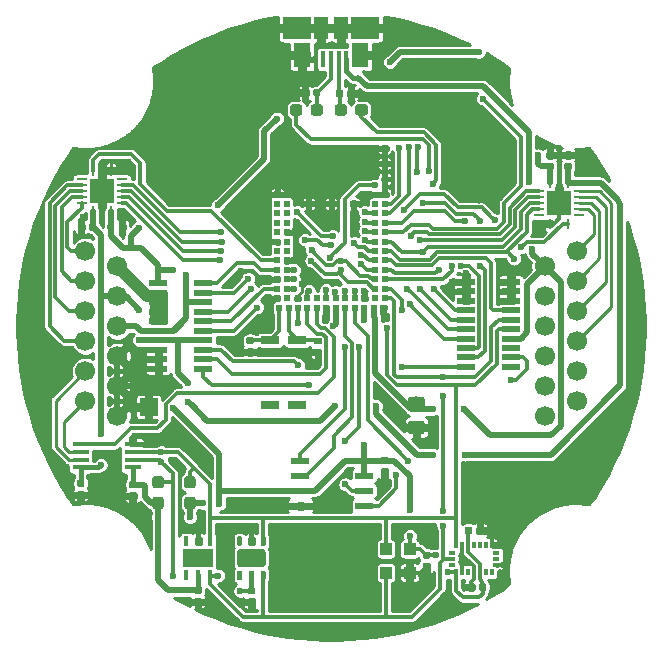
<source format=gbr>
G04 #@! TF.GenerationSoftware,KiCad,Pcbnew,(5.1.0)-1*
G04 #@! TF.CreationDate,2019-06-21T17:50:40-03:00*
G04 #@! TF.ProjectId,PCB_C,5043425f-432e-46b6-9963-61645f706362,rev?*
G04 #@! TF.SameCoordinates,Original*
G04 #@! TF.FileFunction,Copper,L1,Top*
G04 #@! TF.FilePolarity,Positive*
%FSLAX46Y46*%
G04 Gerber Fmt 4.6, Leading zero omitted, Abs format (unit mm)*
G04 Created by KiCad (PCBNEW (5.1.0)-1) date 2019-06-21 17:50:40*
%MOMM*%
%LPD*%
G04 APERTURE LIST*
%ADD10R,1.175000X1.900000*%
%ADD11R,2.375000X1.900000*%
%ADD12R,1.475000X2.100000*%
%ADD13R,0.450000X1.380000*%
%ADD14R,1.550000X0.600000*%
%ADD15C,6.200000*%
%ADD16C,6.300000*%
%ADD17C,0.100000*%
%ADD18C,0.590000*%
%ADD19C,1.150000*%
%ADD20R,1.000000X1.000000*%
%ADD21R,0.600000X0.300000*%
%ADD22R,0.300000X0.600000*%
%ADD23C,1.700000*%
%ADD24C,0.950000*%
%ADD25R,0.280000X0.850000*%
%ADD26R,0.850000X0.280000*%
%ADD27R,2.050000X2.050000*%
%ADD28R,1.400000X0.450000*%
%ADD29R,0.500000X0.500000*%
%ADD30R,2.500000X1.600000*%
%ADD31R,0.450000X0.850000*%
%ADD32C,0.400000*%
%ADD33C,1.500000*%
%ADD34R,1.600000X0.700000*%
%ADD35R,1.500000X0.550000*%
%ADD36R,1.500000X1.500000*%
%ADD37C,0.600000*%
%ADD38C,0.254000*%
%ADD39C,0.550000*%
%ADD40C,0.450000*%
%ADD41C,0.300000*%
%ADD42C,0.400000*%
%ADD43C,0.500000*%
%ADD44C,0.600000*%
%ADD45C,1.000000*%
%ADD46C,0.200000*%
%ADD47C,0.280000*%
%ADD48C,0.250000*%
G04 APERTURE END LIST*
D10*
X9160000Y15246200D03*
X10840000Y15246200D03*
D11*
X7090000Y15246200D03*
X12910000Y15246200D03*
D12*
X7537500Y12946200D03*
X12462500Y12946200D03*
D13*
X8700000Y12586200D03*
X9350000Y12586200D03*
X10000000Y12586200D03*
X10650000Y12586200D03*
X11300000Y12586200D03*
D14*
X7400000Y-21395000D03*
X7400000Y-22665000D03*
X7400000Y-23935000D03*
X7400000Y-25205000D03*
X12800000Y-25205000D03*
X12800000Y-23935000D03*
X12800000Y-22665000D03*
X12800000Y-21395000D03*
D15*
X10000000Y-30200000D03*
D16*
X-2500000Y3500000D03*
D15*
X22500000Y3500000D03*
D17*
G36*
X3436958Y-33090710D02*
G01*
X3451276Y-33092834D01*
X3465317Y-33096351D01*
X3478946Y-33101228D01*
X3492031Y-33107417D01*
X3504447Y-33114858D01*
X3516073Y-33123481D01*
X3526798Y-33133202D01*
X3536519Y-33143927D01*
X3545142Y-33155553D01*
X3552583Y-33167969D01*
X3558772Y-33181054D01*
X3563649Y-33194683D01*
X3567166Y-33208724D01*
X3569290Y-33223042D01*
X3570000Y-33237500D01*
X3570000Y-33532500D01*
X3569290Y-33546958D01*
X3567166Y-33561276D01*
X3563649Y-33575317D01*
X3558772Y-33588946D01*
X3552583Y-33602031D01*
X3545142Y-33614447D01*
X3536519Y-33626073D01*
X3526798Y-33636798D01*
X3516073Y-33646519D01*
X3504447Y-33655142D01*
X3492031Y-33662583D01*
X3478946Y-33668772D01*
X3465317Y-33673649D01*
X3451276Y-33677166D01*
X3436958Y-33679290D01*
X3422500Y-33680000D01*
X3077500Y-33680000D01*
X3063042Y-33679290D01*
X3048724Y-33677166D01*
X3034683Y-33673649D01*
X3021054Y-33668772D01*
X3007969Y-33662583D01*
X2995553Y-33655142D01*
X2983927Y-33646519D01*
X2973202Y-33636798D01*
X2963481Y-33626073D01*
X2954858Y-33614447D01*
X2947417Y-33602031D01*
X2941228Y-33588946D01*
X2936351Y-33575317D01*
X2932834Y-33561276D01*
X2930710Y-33546958D01*
X2930000Y-33532500D01*
X2930000Y-33237500D01*
X2930710Y-33223042D01*
X2932834Y-33208724D01*
X2936351Y-33194683D01*
X2941228Y-33181054D01*
X2947417Y-33167969D01*
X2954858Y-33155553D01*
X2963481Y-33143927D01*
X2973202Y-33133202D01*
X2983927Y-33123481D01*
X2995553Y-33114858D01*
X3007969Y-33107417D01*
X3021054Y-33101228D01*
X3034683Y-33096351D01*
X3048724Y-33092834D01*
X3063042Y-33090710D01*
X3077500Y-33090000D01*
X3422500Y-33090000D01*
X3436958Y-33090710D01*
X3436958Y-33090710D01*
G37*
D18*
X3250000Y-33385000D03*
D17*
G36*
X3436958Y-32120710D02*
G01*
X3451276Y-32122834D01*
X3465317Y-32126351D01*
X3478946Y-32131228D01*
X3492031Y-32137417D01*
X3504447Y-32144858D01*
X3516073Y-32153481D01*
X3526798Y-32163202D01*
X3536519Y-32173927D01*
X3545142Y-32185553D01*
X3552583Y-32197969D01*
X3558772Y-32211054D01*
X3563649Y-32224683D01*
X3567166Y-32238724D01*
X3569290Y-32253042D01*
X3570000Y-32267500D01*
X3570000Y-32562500D01*
X3569290Y-32576958D01*
X3567166Y-32591276D01*
X3563649Y-32605317D01*
X3558772Y-32618946D01*
X3552583Y-32632031D01*
X3545142Y-32644447D01*
X3536519Y-32656073D01*
X3526798Y-32666798D01*
X3516073Y-32676519D01*
X3504447Y-32685142D01*
X3492031Y-32692583D01*
X3478946Y-32698772D01*
X3465317Y-32703649D01*
X3451276Y-32707166D01*
X3436958Y-32709290D01*
X3422500Y-32710000D01*
X3077500Y-32710000D01*
X3063042Y-32709290D01*
X3048724Y-32707166D01*
X3034683Y-32703649D01*
X3021054Y-32698772D01*
X3007969Y-32692583D01*
X2995553Y-32685142D01*
X2983927Y-32676519D01*
X2973202Y-32666798D01*
X2963481Y-32656073D01*
X2954858Y-32644447D01*
X2947417Y-32632031D01*
X2941228Y-32618946D01*
X2936351Y-32605317D01*
X2932834Y-32591276D01*
X2930710Y-32576958D01*
X2930000Y-32562500D01*
X2930000Y-32267500D01*
X2930710Y-32253042D01*
X2932834Y-32238724D01*
X2936351Y-32224683D01*
X2941228Y-32211054D01*
X2947417Y-32197969D01*
X2954858Y-32185553D01*
X2963481Y-32173927D01*
X2973202Y-32163202D01*
X2983927Y-32153481D01*
X2995553Y-32144858D01*
X3007969Y-32137417D01*
X3021054Y-32131228D01*
X3034683Y-32126351D01*
X3048724Y-32122834D01*
X3063042Y-32120710D01*
X3077500Y-32120000D01*
X3422500Y-32120000D01*
X3436958Y-32120710D01*
X3436958Y-32120710D01*
G37*
D18*
X3250000Y-32415000D03*
D17*
G36*
X28736958Y3809290D02*
G01*
X28751276Y3807166D01*
X28765317Y3803649D01*
X28778946Y3798772D01*
X28792031Y3792583D01*
X28804447Y3785142D01*
X28816073Y3776519D01*
X28826798Y3766798D01*
X28836519Y3756073D01*
X28845142Y3744447D01*
X28852583Y3732031D01*
X28858772Y3718946D01*
X28863649Y3705317D01*
X28867166Y3691276D01*
X28869290Y3676958D01*
X28870000Y3662500D01*
X28870000Y3367500D01*
X28869290Y3353042D01*
X28867166Y3338724D01*
X28863649Y3324683D01*
X28858772Y3311054D01*
X28852583Y3297969D01*
X28845142Y3285553D01*
X28836519Y3273927D01*
X28826798Y3263202D01*
X28816073Y3253481D01*
X28804447Y3244858D01*
X28792031Y3237417D01*
X28778946Y3231228D01*
X28765317Y3226351D01*
X28751276Y3222834D01*
X28736958Y3220710D01*
X28722500Y3220000D01*
X28377500Y3220000D01*
X28363042Y3220710D01*
X28348724Y3222834D01*
X28334683Y3226351D01*
X28321054Y3231228D01*
X28307969Y3237417D01*
X28295553Y3244858D01*
X28283927Y3253481D01*
X28273202Y3263202D01*
X28263481Y3273927D01*
X28254858Y3285553D01*
X28247417Y3297969D01*
X28241228Y3311054D01*
X28236351Y3324683D01*
X28232834Y3338724D01*
X28230710Y3353042D01*
X28230000Y3367500D01*
X28230000Y3662500D01*
X28230710Y3676958D01*
X28232834Y3691276D01*
X28236351Y3705317D01*
X28241228Y3718946D01*
X28247417Y3732031D01*
X28254858Y3744447D01*
X28263481Y3756073D01*
X28273202Y3766798D01*
X28283927Y3776519D01*
X28295553Y3785142D01*
X28307969Y3792583D01*
X28321054Y3798772D01*
X28334683Y3803649D01*
X28348724Y3807166D01*
X28363042Y3809290D01*
X28377500Y3810000D01*
X28722500Y3810000D01*
X28736958Y3809290D01*
X28736958Y3809290D01*
G37*
D18*
X28550000Y3515000D03*
D17*
G36*
X28736958Y4779290D02*
G01*
X28751276Y4777166D01*
X28765317Y4773649D01*
X28778946Y4768772D01*
X28792031Y4762583D01*
X28804447Y4755142D01*
X28816073Y4746519D01*
X28826798Y4736798D01*
X28836519Y4726073D01*
X28845142Y4714447D01*
X28852583Y4702031D01*
X28858772Y4688946D01*
X28863649Y4675317D01*
X28867166Y4661276D01*
X28869290Y4646958D01*
X28870000Y4632500D01*
X28870000Y4337500D01*
X28869290Y4323042D01*
X28867166Y4308724D01*
X28863649Y4294683D01*
X28858772Y4281054D01*
X28852583Y4267969D01*
X28845142Y4255553D01*
X28836519Y4243927D01*
X28826798Y4233202D01*
X28816073Y4223481D01*
X28804447Y4214858D01*
X28792031Y4207417D01*
X28778946Y4201228D01*
X28765317Y4196351D01*
X28751276Y4192834D01*
X28736958Y4190710D01*
X28722500Y4190000D01*
X28377500Y4190000D01*
X28363042Y4190710D01*
X28348724Y4192834D01*
X28334683Y4196351D01*
X28321054Y4201228D01*
X28307969Y4207417D01*
X28295553Y4214858D01*
X28283927Y4223481D01*
X28273202Y4233202D01*
X28263481Y4243927D01*
X28254858Y4255553D01*
X28247417Y4267969D01*
X28241228Y4281054D01*
X28236351Y4294683D01*
X28232834Y4308724D01*
X28230710Y4323042D01*
X28230000Y4337500D01*
X28230000Y4632500D01*
X28230710Y4646958D01*
X28232834Y4661276D01*
X28236351Y4675317D01*
X28241228Y4688946D01*
X28247417Y4702031D01*
X28254858Y4714447D01*
X28263481Y4726073D01*
X28273202Y4736798D01*
X28283927Y4746519D01*
X28295553Y4755142D01*
X28307969Y4762583D01*
X28321054Y4768772D01*
X28334683Y4773649D01*
X28348724Y4777166D01*
X28363042Y4779290D01*
X28377500Y4780000D01*
X28722500Y4780000D01*
X28736958Y4779290D01*
X28736958Y4779290D01*
G37*
D18*
X28550000Y4485000D03*
D17*
G36*
X3336958Y-11890710D02*
G01*
X3351276Y-11892834D01*
X3365317Y-11896351D01*
X3378946Y-11901228D01*
X3392031Y-11907417D01*
X3404447Y-11914858D01*
X3416073Y-11923481D01*
X3426798Y-11933202D01*
X3436519Y-11943927D01*
X3445142Y-11955553D01*
X3452583Y-11967969D01*
X3458772Y-11981054D01*
X3463649Y-11994683D01*
X3467166Y-12008724D01*
X3469290Y-12023042D01*
X3470000Y-12037500D01*
X3470000Y-12332500D01*
X3469290Y-12346958D01*
X3467166Y-12361276D01*
X3463649Y-12375317D01*
X3458772Y-12388946D01*
X3452583Y-12402031D01*
X3445142Y-12414447D01*
X3436519Y-12426073D01*
X3426798Y-12436798D01*
X3416073Y-12446519D01*
X3404447Y-12455142D01*
X3392031Y-12462583D01*
X3378946Y-12468772D01*
X3365317Y-12473649D01*
X3351276Y-12477166D01*
X3336958Y-12479290D01*
X3322500Y-12480000D01*
X2977500Y-12480000D01*
X2963042Y-12479290D01*
X2948724Y-12477166D01*
X2934683Y-12473649D01*
X2921054Y-12468772D01*
X2907969Y-12462583D01*
X2895553Y-12455142D01*
X2883927Y-12446519D01*
X2873202Y-12436798D01*
X2863481Y-12426073D01*
X2854858Y-12414447D01*
X2847417Y-12402031D01*
X2841228Y-12388946D01*
X2836351Y-12375317D01*
X2832834Y-12361276D01*
X2830710Y-12346958D01*
X2830000Y-12332500D01*
X2830000Y-12037500D01*
X2830710Y-12023042D01*
X2832834Y-12008724D01*
X2836351Y-11994683D01*
X2841228Y-11981054D01*
X2847417Y-11967969D01*
X2854858Y-11955553D01*
X2863481Y-11943927D01*
X2873202Y-11933202D01*
X2883927Y-11923481D01*
X2895553Y-11914858D01*
X2907969Y-11907417D01*
X2921054Y-11901228D01*
X2934683Y-11896351D01*
X2948724Y-11892834D01*
X2963042Y-11890710D01*
X2977500Y-11890000D01*
X3322500Y-11890000D01*
X3336958Y-11890710D01*
X3336958Y-11890710D01*
G37*
D18*
X3150000Y-12185000D03*
D17*
G36*
X3336958Y-10920710D02*
G01*
X3351276Y-10922834D01*
X3365317Y-10926351D01*
X3378946Y-10931228D01*
X3392031Y-10937417D01*
X3404447Y-10944858D01*
X3416073Y-10953481D01*
X3426798Y-10963202D01*
X3436519Y-10973927D01*
X3445142Y-10985553D01*
X3452583Y-10997969D01*
X3458772Y-11011054D01*
X3463649Y-11024683D01*
X3467166Y-11038724D01*
X3469290Y-11053042D01*
X3470000Y-11067500D01*
X3470000Y-11362500D01*
X3469290Y-11376958D01*
X3467166Y-11391276D01*
X3463649Y-11405317D01*
X3458772Y-11418946D01*
X3452583Y-11432031D01*
X3445142Y-11444447D01*
X3436519Y-11456073D01*
X3426798Y-11466798D01*
X3416073Y-11476519D01*
X3404447Y-11485142D01*
X3392031Y-11492583D01*
X3378946Y-11498772D01*
X3365317Y-11503649D01*
X3351276Y-11507166D01*
X3336958Y-11509290D01*
X3322500Y-11510000D01*
X2977500Y-11510000D01*
X2963042Y-11509290D01*
X2948724Y-11507166D01*
X2934683Y-11503649D01*
X2921054Y-11498772D01*
X2907969Y-11492583D01*
X2895553Y-11485142D01*
X2883927Y-11476519D01*
X2873202Y-11466798D01*
X2863481Y-11456073D01*
X2854858Y-11444447D01*
X2847417Y-11432031D01*
X2841228Y-11418946D01*
X2836351Y-11405317D01*
X2832834Y-11391276D01*
X2830710Y-11376958D01*
X2830000Y-11362500D01*
X2830000Y-11067500D01*
X2830710Y-11053042D01*
X2832834Y-11038724D01*
X2836351Y-11024683D01*
X2841228Y-11011054D01*
X2847417Y-10997969D01*
X2854858Y-10985553D01*
X2863481Y-10973927D01*
X2873202Y-10963202D01*
X2883927Y-10953481D01*
X2895553Y-10944858D01*
X2907969Y-10937417D01*
X2921054Y-10931228D01*
X2934683Y-10926351D01*
X2948724Y-10922834D01*
X2963042Y-10920710D01*
X2977500Y-10920000D01*
X3322500Y-10920000D01*
X3336958Y-10920710D01*
X3336958Y-10920710D01*
G37*
D18*
X3150000Y-11215000D03*
D17*
G36*
X9086958Y-11940710D02*
G01*
X9101276Y-11942834D01*
X9115317Y-11946351D01*
X9128946Y-11951228D01*
X9142031Y-11957417D01*
X9154447Y-11964858D01*
X9166073Y-11973481D01*
X9176798Y-11983202D01*
X9186519Y-11993927D01*
X9195142Y-12005553D01*
X9202583Y-12017969D01*
X9208772Y-12031054D01*
X9213649Y-12044683D01*
X9217166Y-12058724D01*
X9219290Y-12073042D01*
X9220000Y-12087500D01*
X9220000Y-12382500D01*
X9219290Y-12396958D01*
X9217166Y-12411276D01*
X9213649Y-12425317D01*
X9208772Y-12438946D01*
X9202583Y-12452031D01*
X9195142Y-12464447D01*
X9186519Y-12476073D01*
X9176798Y-12486798D01*
X9166073Y-12496519D01*
X9154447Y-12505142D01*
X9142031Y-12512583D01*
X9128946Y-12518772D01*
X9115317Y-12523649D01*
X9101276Y-12527166D01*
X9086958Y-12529290D01*
X9072500Y-12530000D01*
X8727500Y-12530000D01*
X8713042Y-12529290D01*
X8698724Y-12527166D01*
X8684683Y-12523649D01*
X8671054Y-12518772D01*
X8657969Y-12512583D01*
X8645553Y-12505142D01*
X8633927Y-12496519D01*
X8623202Y-12486798D01*
X8613481Y-12476073D01*
X8604858Y-12464447D01*
X8597417Y-12452031D01*
X8591228Y-12438946D01*
X8586351Y-12425317D01*
X8582834Y-12411276D01*
X8580710Y-12396958D01*
X8580000Y-12382500D01*
X8580000Y-12087500D01*
X8580710Y-12073042D01*
X8582834Y-12058724D01*
X8586351Y-12044683D01*
X8591228Y-12031054D01*
X8597417Y-12017969D01*
X8604858Y-12005553D01*
X8613481Y-11993927D01*
X8623202Y-11983202D01*
X8633927Y-11973481D01*
X8645553Y-11964858D01*
X8657969Y-11957417D01*
X8671054Y-11951228D01*
X8684683Y-11946351D01*
X8698724Y-11942834D01*
X8713042Y-11940710D01*
X8727500Y-11940000D01*
X9072500Y-11940000D01*
X9086958Y-11940710D01*
X9086958Y-11940710D01*
G37*
D18*
X8900000Y-12235000D03*
D17*
G36*
X9086958Y-10970710D02*
G01*
X9101276Y-10972834D01*
X9115317Y-10976351D01*
X9128946Y-10981228D01*
X9142031Y-10987417D01*
X9154447Y-10994858D01*
X9166073Y-11003481D01*
X9176798Y-11013202D01*
X9186519Y-11023927D01*
X9195142Y-11035553D01*
X9202583Y-11047969D01*
X9208772Y-11061054D01*
X9213649Y-11074683D01*
X9217166Y-11088724D01*
X9219290Y-11103042D01*
X9220000Y-11117500D01*
X9220000Y-11412500D01*
X9219290Y-11426958D01*
X9217166Y-11441276D01*
X9213649Y-11455317D01*
X9208772Y-11468946D01*
X9202583Y-11482031D01*
X9195142Y-11494447D01*
X9186519Y-11506073D01*
X9176798Y-11516798D01*
X9166073Y-11526519D01*
X9154447Y-11535142D01*
X9142031Y-11542583D01*
X9128946Y-11548772D01*
X9115317Y-11553649D01*
X9101276Y-11557166D01*
X9086958Y-11559290D01*
X9072500Y-11560000D01*
X8727500Y-11560000D01*
X8713042Y-11559290D01*
X8698724Y-11557166D01*
X8684683Y-11553649D01*
X8671054Y-11548772D01*
X8657969Y-11542583D01*
X8645553Y-11535142D01*
X8633927Y-11526519D01*
X8623202Y-11516798D01*
X8613481Y-11506073D01*
X8604858Y-11494447D01*
X8597417Y-11482031D01*
X8591228Y-11468946D01*
X8586351Y-11455317D01*
X8582834Y-11441276D01*
X8580710Y-11426958D01*
X8580000Y-11412500D01*
X8580000Y-11117500D01*
X8580710Y-11103042D01*
X8582834Y-11088724D01*
X8586351Y-11074683D01*
X8591228Y-11061054D01*
X8597417Y-11047969D01*
X8604858Y-11035553D01*
X8613481Y-11023927D01*
X8623202Y-11013202D01*
X8633927Y-11003481D01*
X8645553Y-10994858D01*
X8657969Y-10987417D01*
X8671054Y-10981228D01*
X8684683Y-10976351D01*
X8698724Y-10972834D01*
X8713042Y-10970710D01*
X8727500Y-10970000D01*
X9072500Y-10970000D01*
X9086958Y-10970710D01*
X9086958Y-10970710D01*
G37*
D18*
X8900000Y-11265000D03*
D17*
G36*
X30236958Y3809290D02*
G01*
X30251276Y3807166D01*
X30265317Y3803649D01*
X30278946Y3798772D01*
X30292031Y3792583D01*
X30304447Y3785142D01*
X30316073Y3776519D01*
X30326798Y3766798D01*
X30336519Y3756073D01*
X30345142Y3744447D01*
X30352583Y3732031D01*
X30358772Y3718946D01*
X30363649Y3705317D01*
X30367166Y3691276D01*
X30369290Y3676958D01*
X30370000Y3662500D01*
X30370000Y3367500D01*
X30369290Y3353042D01*
X30367166Y3338724D01*
X30363649Y3324683D01*
X30358772Y3311054D01*
X30352583Y3297969D01*
X30345142Y3285553D01*
X30336519Y3273927D01*
X30326798Y3263202D01*
X30316073Y3253481D01*
X30304447Y3244858D01*
X30292031Y3237417D01*
X30278946Y3231228D01*
X30265317Y3226351D01*
X30251276Y3222834D01*
X30236958Y3220710D01*
X30222500Y3220000D01*
X29877500Y3220000D01*
X29863042Y3220710D01*
X29848724Y3222834D01*
X29834683Y3226351D01*
X29821054Y3231228D01*
X29807969Y3237417D01*
X29795553Y3244858D01*
X29783927Y3253481D01*
X29773202Y3263202D01*
X29763481Y3273927D01*
X29754858Y3285553D01*
X29747417Y3297969D01*
X29741228Y3311054D01*
X29736351Y3324683D01*
X29732834Y3338724D01*
X29730710Y3353042D01*
X29730000Y3367500D01*
X29730000Y3662500D01*
X29730710Y3676958D01*
X29732834Y3691276D01*
X29736351Y3705317D01*
X29741228Y3718946D01*
X29747417Y3732031D01*
X29754858Y3744447D01*
X29763481Y3756073D01*
X29773202Y3766798D01*
X29783927Y3776519D01*
X29795553Y3785142D01*
X29807969Y3792583D01*
X29821054Y3798772D01*
X29834683Y3803649D01*
X29848724Y3807166D01*
X29863042Y3809290D01*
X29877500Y3810000D01*
X30222500Y3810000D01*
X30236958Y3809290D01*
X30236958Y3809290D01*
G37*
D18*
X30050000Y3515000D03*
D17*
G36*
X30236958Y4779290D02*
G01*
X30251276Y4777166D01*
X30265317Y4773649D01*
X30278946Y4768772D01*
X30292031Y4762583D01*
X30304447Y4755142D01*
X30316073Y4746519D01*
X30326798Y4736798D01*
X30336519Y4726073D01*
X30345142Y4714447D01*
X30352583Y4702031D01*
X30358772Y4688946D01*
X30363649Y4675317D01*
X30367166Y4661276D01*
X30369290Y4646958D01*
X30370000Y4632500D01*
X30370000Y4337500D01*
X30369290Y4323042D01*
X30367166Y4308724D01*
X30363649Y4294683D01*
X30358772Y4281054D01*
X30352583Y4267969D01*
X30345142Y4255553D01*
X30336519Y4243927D01*
X30326798Y4233202D01*
X30316073Y4223481D01*
X30304447Y4214858D01*
X30292031Y4207417D01*
X30278946Y4201228D01*
X30265317Y4196351D01*
X30251276Y4192834D01*
X30236958Y4190710D01*
X30222500Y4190000D01*
X29877500Y4190000D01*
X29863042Y4190710D01*
X29848724Y4192834D01*
X29834683Y4196351D01*
X29821054Y4201228D01*
X29807969Y4207417D01*
X29795553Y4214858D01*
X29783927Y4223481D01*
X29773202Y4233202D01*
X29763481Y4243927D01*
X29754858Y4255553D01*
X29747417Y4267969D01*
X29741228Y4281054D01*
X29736351Y4294683D01*
X29732834Y4308724D01*
X29730710Y4323042D01*
X29730000Y4337500D01*
X29730000Y4632500D01*
X29730710Y4646958D01*
X29732834Y4661276D01*
X29736351Y4675317D01*
X29741228Y4688946D01*
X29747417Y4702031D01*
X29754858Y4714447D01*
X29763481Y4726073D01*
X29773202Y4736798D01*
X29783927Y4746519D01*
X29795553Y4755142D01*
X29807969Y4762583D01*
X29821054Y4768772D01*
X29834683Y4773649D01*
X29848724Y4777166D01*
X29863042Y4779290D01*
X29877500Y4780000D01*
X30222500Y4780000D01*
X30236958Y4779290D01*
X30236958Y4779290D01*
G37*
D18*
X30050000Y4485000D03*
D17*
G36*
X17695705Y-15969004D02*
G01*
X17719973Y-15972604D01*
X17743772Y-15978565D01*
X17766871Y-15986830D01*
X17789050Y-15997320D01*
X17810093Y-16009932D01*
X17829799Y-16024547D01*
X17847977Y-16041023D01*
X17864453Y-16059201D01*
X17879068Y-16078907D01*
X17891680Y-16099950D01*
X17902170Y-16122129D01*
X17910435Y-16145228D01*
X17916396Y-16169027D01*
X17919996Y-16193295D01*
X17921200Y-16217799D01*
X17921200Y-16867801D01*
X17919996Y-16892305D01*
X17916396Y-16916573D01*
X17910435Y-16940372D01*
X17902170Y-16963471D01*
X17891680Y-16985650D01*
X17879068Y-17006693D01*
X17864453Y-17026399D01*
X17847977Y-17044577D01*
X17829799Y-17061053D01*
X17810093Y-17075668D01*
X17789050Y-17088280D01*
X17766871Y-17098770D01*
X17743772Y-17107035D01*
X17719973Y-17112996D01*
X17695705Y-17116596D01*
X17671201Y-17117800D01*
X16771199Y-17117800D01*
X16746695Y-17116596D01*
X16722427Y-17112996D01*
X16698628Y-17107035D01*
X16675529Y-17098770D01*
X16653350Y-17088280D01*
X16632307Y-17075668D01*
X16612601Y-17061053D01*
X16594423Y-17044577D01*
X16577947Y-17026399D01*
X16563332Y-17006693D01*
X16550720Y-16985650D01*
X16540230Y-16963471D01*
X16531965Y-16940372D01*
X16526004Y-16916573D01*
X16522404Y-16892305D01*
X16521200Y-16867801D01*
X16521200Y-16217799D01*
X16522404Y-16193295D01*
X16526004Y-16169027D01*
X16531965Y-16145228D01*
X16540230Y-16122129D01*
X16550720Y-16099950D01*
X16563332Y-16078907D01*
X16577947Y-16059201D01*
X16594423Y-16041023D01*
X16612601Y-16024547D01*
X16632307Y-16009932D01*
X16653350Y-15997320D01*
X16675529Y-15986830D01*
X16698628Y-15978565D01*
X16722427Y-15972604D01*
X16746695Y-15969004D01*
X16771199Y-15967800D01*
X17671201Y-15967800D01*
X17695705Y-15969004D01*
X17695705Y-15969004D01*
G37*
D19*
X17221200Y-16542800D03*
D17*
G36*
X17695705Y-18019004D02*
G01*
X17719973Y-18022604D01*
X17743772Y-18028565D01*
X17766871Y-18036830D01*
X17789050Y-18047320D01*
X17810093Y-18059932D01*
X17829799Y-18074547D01*
X17847977Y-18091023D01*
X17864453Y-18109201D01*
X17879068Y-18128907D01*
X17891680Y-18149950D01*
X17902170Y-18172129D01*
X17910435Y-18195228D01*
X17916396Y-18219027D01*
X17919996Y-18243295D01*
X17921200Y-18267799D01*
X17921200Y-18917801D01*
X17919996Y-18942305D01*
X17916396Y-18966573D01*
X17910435Y-18990372D01*
X17902170Y-19013471D01*
X17891680Y-19035650D01*
X17879068Y-19056693D01*
X17864453Y-19076399D01*
X17847977Y-19094577D01*
X17829799Y-19111053D01*
X17810093Y-19125668D01*
X17789050Y-19138280D01*
X17766871Y-19148770D01*
X17743772Y-19157035D01*
X17719973Y-19162996D01*
X17695705Y-19166596D01*
X17671201Y-19167800D01*
X16771199Y-19167800D01*
X16746695Y-19166596D01*
X16722427Y-19162996D01*
X16698628Y-19157035D01*
X16675529Y-19148770D01*
X16653350Y-19138280D01*
X16632307Y-19125668D01*
X16612601Y-19111053D01*
X16594423Y-19094577D01*
X16577947Y-19076399D01*
X16563332Y-19056693D01*
X16550720Y-19035650D01*
X16540230Y-19013471D01*
X16531965Y-18990372D01*
X16526004Y-18966573D01*
X16522404Y-18942305D01*
X16521200Y-18917801D01*
X16521200Y-18267799D01*
X16522404Y-18243295D01*
X16526004Y-18219027D01*
X16531965Y-18195228D01*
X16540230Y-18172129D01*
X16550720Y-18149950D01*
X16563332Y-18128907D01*
X16577947Y-18109201D01*
X16594423Y-18091023D01*
X16612601Y-18074547D01*
X16632307Y-18059932D01*
X16653350Y-18047320D01*
X16675529Y-18036830D01*
X16698628Y-18028565D01*
X16722427Y-18022604D01*
X16746695Y-18019004D01*
X16771199Y-18017800D01*
X17671201Y-18017800D01*
X17695705Y-18019004D01*
X17695705Y-18019004D01*
G37*
D19*
X17221200Y-18592800D03*
D17*
G36*
X8961958Y10069290D02*
G01*
X8976276Y10067166D01*
X8990317Y10063649D01*
X9003946Y10058772D01*
X9017031Y10052583D01*
X9029447Y10045142D01*
X9041073Y10036519D01*
X9051798Y10026798D01*
X9061519Y10016073D01*
X9070142Y10004447D01*
X9077583Y9992031D01*
X9083772Y9978946D01*
X9088649Y9965317D01*
X9092166Y9951276D01*
X9094290Y9936958D01*
X9095000Y9922500D01*
X9095000Y9577500D01*
X9094290Y9563042D01*
X9092166Y9548724D01*
X9088649Y9534683D01*
X9083772Y9521054D01*
X9077583Y9507969D01*
X9070142Y9495553D01*
X9061519Y9483927D01*
X9051798Y9473202D01*
X9041073Y9463481D01*
X9029447Y9454858D01*
X9017031Y9447417D01*
X9003946Y9441228D01*
X8990317Y9436351D01*
X8976276Y9432834D01*
X8961958Y9430710D01*
X8947500Y9430000D01*
X8652500Y9430000D01*
X8638042Y9430710D01*
X8623724Y9432834D01*
X8609683Y9436351D01*
X8596054Y9441228D01*
X8582969Y9447417D01*
X8570553Y9454858D01*
X8558927Y9463481D01*
X8548202Y9473202D01*
X8538481Y9483927D01*
X8529858Y9495553D01*
X8522417Y9507969D01*
X8516228Y9521054D01*
X8511351Y9534683D01*
X8507834Y9548724D01*
X8505710Y9563042D01*
X8505000Y9577500D01*
X8505000Y9922500D01*
X8505710Y9936958D01*
X8507834Y9951276D01*
X8511351Y9965317D01*
X8516228Y9978946D01*
X8522417Y9992031D01*
X8529858Y10004447D01*
X8538481Y10016073D01*
X8548202Y10026798D01*
X8558927Y10036519D01*
X8570553Y10045142D01*
X8582969Y10052583D01*
X8596054Y10058772D01*
X8609683Y10063649D01*
X8623724Y10067166D01*
X8638042Y10069290D01*
X8652500Y10070000D01*
X8947500Y10070000D01*
X8961958Y10069290D01*
X8961958Y10069290D01*
G37*
D18*
X8800000Y9750000D03*
D17*
G36*
X7991958Y10069290D02*
G01*
X8006276Y10067166D01*
X8020317Y10063649D01*
X8033946Y10058772D01*
X8047031Y10052583D01*
X8059447Y10045142D01*
X8071073Y10036519D01*
X8081798Y10026798D01*
X8091519Y10016073D01*
X8100142Y10004447D01*
X8107583Y9992031D01*
X8113772Y9978946D01*
X8118649Y9965317D01*
X8122166Y9951276D01*
X8124290Y9936958D01*
X8125000Y9922500D01*
X8125000Y9577500D01*
X8124290Y9563042D01*
X8122166Y9548724D01*
X8118649Y9534683D01*
X8113772Y9521054D01*
X8107583Y9507969D01*
X8100142Y9495553D01*
X8091519Y9483927D01*
X8081798Y9473202D01*
X8071073Y9463481D01*
X8059447Y9454858D01*
X8047031Y9447417D01*
X8033946Y9441228D01*
X8020317Y9436351D01*
X8006276Y9432834D01*
X7991958Y9430710D01*
X7977500Y9430000D01*
X7682500Y9430000D01*
X7668042Y9430710D01*
X7653724Y9432834D01*
X7639683Y9436351D01*
X7626054Y9441228D01*
X7612969Y9447417D01*
X7600553Y9454858D01*
X7588927Y9463481D01*
X7578202Y9473202D01*
X7568481Y9483927D01*
X7559858Y9495553D01*
X7552417Y9507969D01*
X7546228Y9521054D01*
X7541351Y9534683D01*
X7537834Y9548724D01*
X7535710Y9563042D01*
X7535000Y9577500D01*
X7535000Y9922500D01*
X7535710Y9936958D01*
X7537834Y9951276D01*
X7541351Y9965317D01*
X7546228Y9978946D01*
X7552417Y9992031D01*
X7559858Y10004447D01*
X7568481Y10016073D01*
X7578202Y10026798D01*
X7588927Y10036519D01*
X7600553Y10045142D01*
X7612969Y10052583D01*
X7626054Y10058772D01*
X7639683Y10063649D01*
X7653724Y10067166D01*
X7668042Y10069290D01*
X7682500Y10070000D01*
X7977500Y10070000D01*
X7991958Y10069290D01*
X7991958Y10069290D01*
G37*
D18*
X7830000Y9750000D03*
D17*
G36*
X11846958Y10019290D02*
G01*
X11861276Y10017166D01*
X11875317Y10013649D01*
X11888946Y10008772D01*
X11902031Y10002583D01*
X11914447Y9995142D01*
X11926073Y9986519D01*
X11936798Y9976798D01*
X11946519Y9966073D01*
X11955142Y9954447D01*
X11962583Y9942031D01*
X11968772Y9928946D01*
X11973649Y9915317D01*
X11977166Y9901276D01*
X11979290Y9886958D01*
X11980000Y9872500D01*
X11980000Y9527500D01*
X11979290Y9513042D01*
X11977166Y9498724D01*
X11973649Y9484683D01*
X11968772Y9471054D01*
X11962583Y9457969D01*
X11955142Y9445553D01*
X11946519Y9433927D01*
X11936798Y9423202D01*
X11926073Y9413481D01*
X11914447Y9404858D01*
X11902031Y9397417D01*
X11888946Y9391228D01*
X11875317Y9386351D01*
X11861276Y9382834D01*
X11846958Y9380710D01*
X11832500Y9380000D01*
X11537500Y9380000D01*
X11523042Y9380710D01*
X11508724Y9382834D01*
X11494683Y9386351D01*
X11481054Y9391228D01*
X11467969Y9397417D01*
X11455553Y9404858D01*
X11443927Y9413481D01*
X11433202Y9423202D01*
X11423481Y9433927D01*
X11414858Y9445553D01*
X11407417Y9457969D01*
X11401228Y9471054D01*
X11396351Y9484683D01*
X11392834Y9498724D01*
X11390710Y9513042D01*
X11390000Y9527500D01*
X11390000Y9872500D01*
X11390710Y9886958D01*
X11392834Y9901276D01*
X11396351Y9915317D01*
X11401228Y9928946D01*
X11407417Y9942031D01*
X11414858Y9954447D01*
X11423481Y9966073D01*
X11433202Y9976798D01*
X11443927Y9986519D01*
X11455553Y9995142D01*
X11467969Y10002583D01*
X11481054Y10008772D01*
X11494683Y10013649D01*
X11508724Y10017166D01*
X11523042Y10019290D01*
X11537500Y10020000D01*
X11832500Y10020000D01*
X11846958Y10019290D01*
X11846958Y10019290D01*
G37*
D18*
X11685000Y9700000D03*
D17*
G36*
X10876958Y10019290D02*
G01*
X10891276Y10017166D01*
X10905317Y10013649D01*
X10918946Y10008772D01*
X10932031Y10002583D01*
X10944447Y9995142D01*
X10956073Y9986519D01*
X10966798Y9976798D01*
X10976519Y9966073D01*
X10985142Y9954447D01*
X10992583Y9942031D01*
X10998772Y9928946D01*
X11003649Y9915317D01*
X11007166Y9901276D01*
X11009290Y9886958D01*
X11010000Y9872500D01*
X11010000Y9527500D01*
X11009290Y9513042D01*
X11007166Y9498724D01*
X11003649Y9484683D01*
X10998772Y9471054D01*
X10992583Y9457969D01*
X10985142Y9445553D01*
X10976519Y9433927D01*
X10966798Y9423202D01*
X10956073Y9413481D01*
X10944447Y9404858D01*
X10932031Y9397417D01*
X10918946Y9391228D01*
X10905317Y9386351D01*
X10891276Y9382834D01*
X10876958Y9380710D01*
X10862500Y9380000D01*
X10567500Y9380000D01*
X10553042Y9380710D01*
X10538724Y9382834D01*
X10524683Y9386351D01*
X10511054Y9391228D01*
X10497969Y9397417D01*
X10485553Y9404858D01*
X10473927Y9413481D01*
X10463202Y9423202D01*
X10453481Y9433927D01*
X10444858Y9445553D01*
X10437417Y9457969D01*
X10431228Y9471054D01*
X10426351Y9484683D01*
X10422834Y9498724D01*
X10420710Y9513042D01*
X10420000Y9527500D01*
X10420000Y9872500D01*
X10420710Y9886958D01*
X10422834Y9901276D01*
X10426351Y9915317D01*
X10431228Y9928946D01*
X10437417Y9942031D01*
X10444858Y9954447D01*
X10453481Y9966073D01*
X10463202Y9976798D01*
X10473927Y9986519D01*
X10485553Y9995142D01*
X10497969Y10002583D01*
X10511054Y10008772D01*
X10524683Y10013649D01*
X10538724Y10017166D01*
X10553042Y10019290D01*
X10567500Y10020000D01*
X10862500Y10020000D01*
X10876958Y10019290D01*
X10876958Y10019290D01*
G37*
D18*
X10715000Y9700000D03*
D17*
G36*
X-6613042Y-23135710D02*
G01*
X-6598724Y-23137834D01*
X-6584683Y-23141351D01*
X-6571054Y-23146228D01*
X-6557969Y-23152417D01*
X-6545553Y-23159858D01*
X-6533927Y-23168481D01*
X-6523202Y-23178202D01*
X-6513481Y-23188927D01*
X-6504858Y-23200553D01*
X-6497417Y-23212969D01*
X-6491228Y-23226054D01*
X-6486351Y-23239683D01*
X-6482834Y-23253724D01*
X-6480710Y-23268042D01*
X-6480000Y-23282500D01*
X-6480000Y-23577500D01*
X-6480710Y-23591958D01*
X-6482834Y-23606276D01*
X-6486351Y-23620317D01*
X-6491228Y-23633946D01*
X-6497417Y-23647031D01*
X-6504858Y-23659447D01*
X-6513481Y-23671073D01*
X-6523202Y-23681798D01*
X-6533927Y-23691519D01*
X-6545553Y-23700142D01*
X-6557969Y-23707583D01*
X-6571054Y-23713772D01*
X-6584683Y-23718649D01*
X-6598724Y-23722166D01*
X-6613042Y-23724290D01*
X-6627500Y-23725000D01*
X-6972500Y-23725000D01*
X-6986958Y-23724290D01*
X-7001276Y-23722166D01*
X-7015317Y-23718649D01*
X-7028946Y-23713772D01*
X-7042031Y-23707583D01*
X-7054447Y-23700142D01*
X-7066073Y-23691519D01*
X-7076798Y-23681798D01*
X-7086519Y-23671073D01*
X-7095142Y-23659447D01*
X-7102583Y-23647031D01*
X-7108772Y-23633946D01*
X-7113649Y-23620317D01*
X-7117166Y-23606276D01*
X-7119290Y-23591958D01*
X-7120000Y-23577500D01*
X-7120000Y-23282500D01*
X-7119290Y-23268042D01*
X-7117166Y-23253724D01*
X-7113649Y-23239683D01*
X-7108772Y-23226054D01*
X-7102583Y-23212969D01*
X-7095142Y-23200553D01*
X-7086519Y-23188927D01*
X-7076798Y-23178202D01*
X-7066073Y-23168481D01*
X-7054447Y-23159858D01*
X-7042031Y-23152417D01*
X-7028946Y-23146228D01*
X-7015317Y-23141351D01*
X-7001276Y-23137834D01*
X-6986958Y-23135710D01*
X-6972500Y-23135000D01*
X-6627500Y-23135000D01*
X-6613042Y-23135710D01*
X-6613042Y-23135710D01*
G37*
D18*
X-6800000Y-23430000D03*
D17*
G36*
X-6613042Y-24105710D02*
G01*
X-6598724Y-24107834D01*
X-6584683Y-24111351D01*
X-6571054Y-24116228D01*
X-6557969Y-24122417D01*
X-6545553Y-24129858D01*
X-6533927Y-24138481D01*
X-6523202Y-24148202D01*
X-6513481Y-24158927D01*
X-6504858Y-24170553D01*
X-6497417Y-24182969D01*
X-6491228Y-24196054D01*
X-6486351Y-24209683D01*
X-6482834Y-24223724D01*
X-6480710Y-24238042D01*
X-6480000Y-24252500D01*
X-6480000Y-24547500D01*
X-6480710Y-24561958D01*
X-6482834Y-24576276D01*
X-6486351Y-24590317D01*
X-6491228Y-24603946D01*
X-6497417Y-24617031D01*
X-6504858Y-24629447D01*
X-6513481Y-24641073D01*
X-6523202Y-24651798D01*
X-6533927Y-24661519D01*
X-6545553Y-24670142D01*
X-6557969Y-24677583D01*
X-6571054Y-24683772D01*
X-6584683Y-24688649D01*
X-6598724Y-24692166D01*
X-6613042Y-24694290D01*
X-6627500Y-24695000D01*
X-6972500Y-24695000D01*
X-6986958Y-24694290D01*
X-7001276Y-24692166D01*
X-7015317Y-24688649D01*
X-7028946Y-24683772D01*
X-7042031Y-24677583D01*
X-7054447Y-24670142D01*
X-7066073Y-24661519D01*
X-7076798Y-24651798D01*
X-7086519Y-24641073D01*
X-7095142Y-24629447D01*
X-7102583Y-24617031D01*
X-7108772Y-24603946D01*
X-7113649Y-24590317D01*
X-7117166Y-24576276D01*
X-7119290Y-24561958D01*
X-7120000Y-24547500D01*
X-7120000Y-24252500D01*
X-7119290Y-24238042D01*
X-7117166Y-24223724D01*
X-7113649Y-24209683D01*
X-7108772Y-24196054D01*
X-7102583Y-24182969D01*
X-7095142Y-24170553D01*
X-7086519Y-24158927D01*
X-7076798Y-24148202D01*
X-7066073Y-24138481D01*
X-7054447Y-24129858D01*
X-7042031Y-24122417D01*
X-7028946Y-24116228D01*
X-7015317Y-24111351D01*
X-7001276Y-24107834D01*
X-6986958Y-24105710D01*
X-6972500Y-24105000D01*
X-6627500Y-24105000D01*
X-6613042Y-24105710D01*
X-6613042Y-24105710D01*
G37*
D18*
X-6800000Y-24400000D03*
D17*
G36*
X14711958Y-22065710D02*
G01*
X14726276Y-22067834D01*
X14740317Y-22071351D01*
X14753946Y-22076228D01*
X14767031Y-22082417D01*
X14779447Y-22089858D01*
X14791073Y-22098481D01*
X14801798Y-22108202D01*
X14811519Y-22118927D01*
X14820142Y-22130553D01*
X14827583Y-22142969D01*
X14833772Y-22156054D01*
X14838649Y-22169683D01*
X14842166Y-22183724D01*
X14844290Y-22198042D01*
X14845000Y-22212500D01*
X14845000Y-22507500D01*
X14844290Y-22521958D01*
X14842166Y-22536276D01*
X14838649Y-22550317D01*
X14833772Y-22563946D01*
X14827583Y-22577031D01*
X14820142Y-22589447D01*
X14811519Y-22601073D01*
X14801798Y-22611798D01*
X14791073Y-22621519D01*
X14779447Y-22630142D01*
X14767031Y-22637583D01*
X14753946Y-22643772D01*
X14740317Y-22648649D01*
X14726276Y-22652166D01*
X14711958Y-22654290D01*
X14697500Y-22655000D01*
X14352500Y-22655000D01*
X14338042Y-22654290D01*
X14323724Y-22652166D01*
X14309683Y-22648649D01*
X14296054Y-22643772D01*
X14282969Y-22637583D01*
X14270553Y-22630142D01*
X14258927Y-22621519D01*
X14248202Y-22611798D01*
X14238481Y-22601073D01*
X14229858Y-22589447D01*
X14222417Y-22577031D01*
X14216228Y-22563946D01*
X14211351Y-22550317D01*
X14207834Y-22536276D01*
X14205710Y-22521958D01*
X14205000Y-22507500D01*
X14205000Y-22212500D01*
X14205710Y-22198042D01*
X14207834Y-22183724D01*
X14211351Y-22169683D01*
X14216228Y-22156054D01*
X14222417Y-22142969D01*
X14229858Y-22130553D01*
X14238481Y-22118927D01*
X14248202Y-22108202D01*
X14258927Y-22098481D01*
X14270553Y-22089858D01*
X14282969Y-22082417D01*
X14296054Y-22076228D01*
X14309683Y-22071351D01*
X14323724Y-22067834D01*
X14338042Y-22065710D01*
X14352500Y-22065000D01*
X14697500Y-22065000D01*
X14711958Y-22065710D01*
X14711958Y-22065710D01*
G37*
D18*
X14525000Y-22360000D03*
D17*
G36*
X14711958Y-21095710D02*
G01*
X14726276Y-21097834D01*
X14740317Y-21101351D01*
X14753946Y-21106228D01*
X14767031Y-21112417D01*
X14779447Y-21119858D01*
X14791073Y-21128481D01*
X14801798Y-21138202D01*
X14811519Y-21148927D01*
X14820142Y-21160553D01*
X14827583Y-21172969D01*
X14833772Y-21186054D01*
X14838649Y-21199683D01*
X14842166Y-21213724D01*
X14844290Y-21228042D01*
X14845000Y-21242500D01*
X14845000Y-21537500D01*
X14844290Y-21551958D01*
X14842166Y-21566276D01*
X14838649Y-21580317D01*
X14833772Y-21593946D01*
X14827583Y-21607031D01*
X14820142Y-21619447D01*
X14811519Y-21631073D01*
X14801798Y-21641798D01*
X14791073Y-21651519D01*
X14779447Y-21660142D01*
X14767031Y-21667583D01*
X14753946Y-21673772D01*
X14740317Y-21678649D01*
X14726276Y-21682166D01*
X14711958Y-21684290D01*
X14697500Y-21685000D01*
X14352500Y-21685000D01*
X14338042Y-21684290D01*
X14323724Y-21682166D01*
X14309683Y-21678649D01*
X14296054Y-21673772D01*
X14282969Y-21667583D01*
X14270553Y-21660142D01*
X14258927Y-21651519D01*
X14248202Y-21641798D01*
X14238481Y-21631073D01*
X14229858Y-21619447D01*
X14222417Y-21607031D01*
X14216228Y-21593946D01*
X14211351Y-21580317D01*
X14207834Y-21566276D01*
X14205710Y-21551958D01*
X14205000Y-21537500D01*
X14205000Y-21242500D01*
X14205710Y-21228042D01*
X14207834Y-21213724D01*
X14211351Y-21199683D01*
X14216228Y-21186054D01*
X14222417Y-21172969D01*
X14229858Y-21160553D01*
X14238481Y-21148927D01*
X14248202Y-21138202D01*
X14258927Y-21128481D01*
X14270553Y-21119858D01*
X14282969Y-21112417D01*
X14296054Y-21106228D01*
X14309683Y-21101351D01*
X14323724Y-21097834D01*
X14338042Y-21095710D01*
X14352500Y-21095000D01*
X14697500Y-21095000D01*
X14711958Y-21095710D01*
X14711958Y-21095710D01*
G37*
D18*
X14525000Y-21390000D03*
D17*
G36*
X-11013042Y-23990710D02*
G01*
X-10998724Y-23992834D01*
X-10984683Y-23996351D01*
X-10971054Y-24001228D01*
X-10957969Y-24007417D01*
X-10945553Y-24014858D01*
X-10933927Y-24023481D01*
X-10923202Y-24033202D01*
X-10913481Y-24043927D01*
X-10904858Y-24055553D01*
X-10897417Y-24067969D01*
X-10891228Y-24081054D01*
X-10886351Y-24094683D01*
X-10882834Y-24108724D01*
X-10880710Y-24123042D01*
X-10880000Y-24137500D01*
X-10880000Y-24432500D01*
X-10880710Y-24446958D01*
X-10882834Y-24461276D01*
X-10886351Y-24475317D01*
X-10891228Y-24488946D01*
X-10897417Y-24502031D01*
X-10904858Y-24514447D01*
X-10913481Y-24526073D01*
X-10923202Y-24536798D01*
X-10933927Y-24546519D01*
X-10945553Y-24555142D01*
X-10957969Y-24562583D01*
X-10971054Y-24568772D01*
X-10984683Y-24573649D01*
X-10998724Y-24577166D01*
X-11013042Y-24579290D01*
X-11027500Y-24580000D01*
X-11372500Y-24580000D01*
X-11386958Y-24579290D01*
X-11401276Y-24577166D01*
X-11415317Y-24573649D01*
X-11428946Y-24568772D01*
X-11442031Y-24562583D01*
X-11454447Y-24555142D01*
X-11466073Y-24546519D01*
X-11476798Y-24536798D01*
X-11486519Y-24526073D01*
X-11495142Y-24514447D01*
X-11502583Y-24502031D01*
X-11508772Y-24488946D01*
X-11513649Y-24475317D01*
X-11517166Y-24461276D01*
X-11519290Y-24446958D01*
X-11520000Y-24432500D01*
X-11520000Y-24137500D01*
X-11519290Y-24123042D01*
X-11517166Y-24108724D01*
X-11513649Y-24094683D01*
X-11508772Y-24081054D01*
X-11502583Y-24067969D01*
X-11495142Y-24055553D01*
X-11486519Y-24043927D01*
X-11476798Y-24033202D01*
X-11466073Y-24023481D01*
X-11454447Y-24014858D01*
X-11442031Y-24007417D01*
X-11428946Y-24001228D01*
X-11415317Y-23996351D01*
X-11401276Y-23992834D01*
X-11386958Y-23990710D01*
X-11372500Y-23990000D01*
X-11027500Y-23990000D01*
X-11013042Y-23990710D01*
X-11013042Y-23990710D01*
G37*
D18*
X-11200000Y-24285000D03*
D17*
G36*
X-11013042Y-23020710D02*
G01*
X-10998724Y-23022834D01*
X-10984683Y-23026351D01*
X-10971054Y-23031228D01*
X-10957969Y-23037417D01*
X-10945553Y-23044858D01*
X-10933927Y-23053481D01*
X-10923202Y-23063202D01*
X-10913481Y-23073927D01*
X-10904858Y-23085553D01*
X-10897417Y-23097969D01*
X-10891228Y-23111054D01*
X-10886351Y-23124683D01*
X-10882834Y-23138724D01*
X-10880710Y-23153042D01*
X-10880000Y-23167500D01*
X-10880000Y-23462500D01*
X-10880710Y-23476958D01*
X-10882834Y-23491276D01*
X-10886351Y-23505317D01*
X-10891228Y-23518946D01*
X-10897417Y-23532031D01*
X-10904858Y-23544447D01*
X-10913481Y-23556073D01*
X-10923202Y-23566798D01*
X-10933927Y-23576519D01*
X-10945553Y-23585142D01*
X-10957969Y-23592583D01*
X-10971054Y-23598772D01*
X-10984683Y-23603649D01*
X-10998724Y-23607166D01*
X-11013042Y-23609290D01*
X-11027500Y-23610000D01*
X-11372500Y-23610000D01*
X-11386958Y-23609290D01*
X-11401276Y-23607166D01*
X-11415317Y-23603649D01*
X-11428946Y-23598772D01*
X-11442031Y-23592583D01*
X-11454447Y-23585142D01*
X-11466073Y-23576519D01*
X-11476798Y-23566798D01*
X-11486519Y-23556073D01*
X-11495142Y-23544447D01*
X-11502583Y-23532031D01*
X-11508772Y-23518946D01*
X-11513649Y-23505317D01*
X-11517166Y-23491276D01*
X-11519290Y-23476958D01*
X-11520000Y-23462500D01*
X-11520000Y-23167500D01*
X-11519290Y-23153042D01*
X-11517166Y-23138724D01*
X-11513649Y-23124683D01*
X-11508772Y-23111054D01*
X-11502583Y-23097969D01*
X-11495142Y-23085553D01*
X-11486519Y-23073927D01*
X-11476798Y-23063202D01*
X-11466073Y-23053481D01*
X-11454447Y-23044858D01*
X-11442031Y-23037417D01*
X-11428946Y-23031228D01*
X-11415317Y-23026351D01*
X-11401276Y-23022834D01*
X-11386958Y-23020710D01*
X-11372500Y-23020000D01*
X-11027500Y-23020000D01*
X-11013042Y-23020710D01*
X-11013042Y-23020710D01*
G37*
D18*
X-11200000Y-23315000D03*
D17*
G36*
X-7503042Y-1280710D02*
G01*
X-7488724Y-1282834D01*
X-7474683Y-1286351D01*
X-7461054Y-1291228D01*
X-7447969Y-1297417D01*
X-7435553Y-1304858D01*
X-7423927Y-1313481D01*
X-7413202Y-1323202D01*
X-7403481Y-1333927D01*
X-7394858Y-1345553D01*
X-7387417Y-1357969D01*
X-7381228Y-1371054D01*
X-7376351Y-1384683D01*
X-7372834Y-1398724D01*
X-7370710Y-1413042D01*
X-7370000Y-1427500D01*
X-7370000Y-1772500D01*
X-7370710Y-1786958D01*
X-7372834Y-1801276D01*
X-7376351Y-1815317D01*
X-7381228Y-1828946D01*
X-7387417Y-1842031D01*
X-7394858Y-1854447D01*
X-7403481Y-1866073D01*
X-7413202Y-1876798D01*
X-7423927Y-1886519D01*
X-7435553Y-1895142D01*
X-7447969Y-1902583D01*
X-7461054Y-1908772D01*
X-7474683Y-1913649D01*
X-7488724Y-1917166D01*
X-7503042Y-1919290D01*
X-7517500Y-1920000D01*
X-7812500Y-1920000D01*
X-7826958Y-1919290D01*
X-7841276Y-1917166D01*
X-7855317Y-1913649D01*
X-7868946Y-1908772D01*
X-7882031Y-1902583D01*
X-7894447Y-1895142D01*
X-7906073Y-1886519D01*
X-7916798Y-1876798D01*
X-7926519Y-1866073D01*
X-7935142Y-1854447D01*
X-7942583Y-1842031D01*
X-7948772Y-1828946D01*
X-7953649Y-1815317D01*
X-7957166Y-1801276D01*
X-7959290Y-1786958D01*
X-7960000Y-1772500D01*
X-7960000Y-1427500D01*
X-7959290Y-1413042D01*
X-7957166Y-1398724D01*
X-7953649Y-1384683D01*
X-7948772Y-1371054D01*
X-7942583Y-1357969D01*
X-7935142Y-1345553D01*
X-7926519Y-1333927D01*
X-7916798Y-1323202D01*
X-7906073Y-1313481D01*
X-7894447Y-1304858D01*
X-7882031Y-1297417D01*
X-7868946Y-1291228D01*
X-7855317Y-1286351D01*
X-7841276Y-1282834D01*
X-7826958Y-1280710D01*
X-7812500Y-1280000D01*
X-7517500Y-1280000D01*
X-7503042Y-1280710D01*
X-7503042Y-1280710D01*
G37*
D18*
X-7665000Y-1600000D03*
D17*
G36*
X-8473042Y-1280710D02*
G01*
X-8458724Y-1282834D01*
X-8444683Y-1286351D01*
X-8431054Y-1291228D01*
X-8417969Y-1297417D01*
X-8405553Y-1304858D01*
X-8393927Y-1313481D01*
X-8383202Y-1323202D01*
X-8373481Y-1333927D01*
X-8364858Y-1345553D01*
X-8357417Y-1357969D01*
X-8351228Y-1371054D01*
X-8346351Y-1384683D01*
X-8342834Y-1398724D01*
X-8340710Y-1413042D01*
X-8340000Y-1427500D01*
X-8340000Y-1772500D01*
X-8340710Y-1786958D01*
X-8342834Y-1801276D01*
X-8346351Y-1815317D01*
X-8351228Y-1828946D01*
X-8357417Y-1842031D01*
X-8364858Y-1854447D01*
X-8373481Y-1866073D01*
X-8383202Y-1876798D01*
X-8393927Y-1886519D01*
X-8405553Y-1895142D01*
X-8417969Y-1902583D01*
X-8431054Y-1908772D01*
X-8444683Y-1913649D01*
X-8458724Y-1917166D01*
X-8473042Y-1919290D01*
X-8487500Y-1920000D01*
X-8782500Y-1920000D01*
X-8796958Y-1919290D01*
X-8811276Y-1917166D01*
X-8825317Y-1913649D01*
X-8838946Y-1908772D01*
X-8852031Y-1902583D01*
X-8864447Y-1895142D01*
X-8876073Y-1886519D01*
X-8886798Y-1876798D01*
X-8896519Y-1866073D01*
X-8905142Y-1854447D01*
X-8912583Y-1842031D01*
X-8918772Y-1828946D01*
X-8923649Y-1815317D01*
X-8927166Y-1801276D01*
X-8929290Y-1786958D01*
X-8930000Y-1772500D01*
X-8930000Y-1427500D01*
X-8929290Y-1413042D01*
X-8927166Y-1398724D01*
X-8923649Y-1384683D01*
X-8918772Y-1371054D01*
X-8912583Y-1357969D01*
X-8905142Y-1345553D01*
X-8896519Y-1333927D01*
X-8886798Y-1323202D01*
X-8876073Y-1313481D01*
X-8864447Y-1304858D01*
X-8852031Y-1297417D01*
X-8838946Y-1291228D01*
X-8825317Y-1286351D01*
X-8811276Y-1282834D01*
X-8796958Y-1280710D01*
X-8782500Y-1280000D01*
X-8487500Y-1280000D01*
X-8473042Y-1280710D01*
X-8473042Y-1280710D01*
G37*
D18*
X-8635000Y-1600000D03*
D17*
G36*
X-10003042Y-1280710D02*
G01*
X-9988724Y-1282834D01*
X-9974683Y-1286351D01*
X-9961054Y-1291228D01*
X-9947969Y-1297417D01*
X-9935553Y-1304858D01*
X-9923927Y-1313481D01*
X-9913202Y-1323202D01*
X-9903481Y-1333927D01*
X-9894858Y-1345553D01*
X-9887417Y-1357969D01*
X-9881228Y-1371054D01*
X-9876351Y-1384683D01*
X-9872834Y-1398724D01*
X-9870710Y-1413042D01*
X-9870000Y-1427500D01*
X-9870000Y-1772500D01*
X-9870710Y-1786958D01*
X-9872834Y-1801276D01*
X-9876351Y-1815317D01*
X-9881228Y-1828946D01*
X-9887417Y-1842031D01*
X-9894858Y-1854447D01*
X-9903481Y-1866073D01*
X-9913202Y-1876798D01*
X-9923927Y-1886519D01*
X-9935553Y-1895142D01*
X-9947969Y-1902583D01*
X-9961054Y-1908772D01*
X-9974683Y-1913649D01*
X-9988724Y-1917166D01*
X-10003042Y-1919290D01*
X-10017500Y-1920000D01*
X-10312500Y-1920000D01*
X-10326958Y-1919290D01*
X-10341276Y-1917166D01*
X-10355317Y-1913649D01*
X-10368946Y-1908772D01*
X-10382031Y-1902583D01*
X-10394447Y-1895142D01*
X-10406073Y-1886519D01*
X-10416798Y-1876798D01*
X-10426519Y-1866073D01*
X-10435142Y-1854447D01*
X-10442583Y-1842031D01*
X-10448772Y-1828946D01*
X-10453649Y-1815317D01*
X-10457166Y-1801276D01*
X-10459290Y-1786958D01*
X-10460000Y-1772500D01*
X-10460000Y-1427500D01*
X-10459290Y-1413042D01*
X-10457166Y-1398724D01*
X-10453649Y-1384683D01*
X-10448772Y-1371054D01*
X-10442583Y-1357969D01*
X-10435142Y-1345553D01*
X-10426519Y-1333927D01*
X-10416798Y-1323202D01*
X-10406073Y-1313481D01*
X-10394447Y-1304858D01*
X-10382031Y-1297417D01*
X-10368946Y-1291228D01*
X-10355317Y-1286351D01*
X-10341276Y-1282834D01*
X-10326958Y-1280710D01*
X-10312500Y-1280000D01*
X-10017500Y-1280000D01*
X-10003042Y-1280710D01*
X-10003042Y-1280710D01*
G37*
D18*
X-10165000Y-1600000D03*
D17*
G36*
X-10973042Y-1280710D02*
G01*
X-10958724Y-1282834D01*
X-10944683Y-1286351D01*
X-10931054Y-1291228D01*
X-10917969Y-1297417D01*
X-10905553Y-1304858D01*
X-10893927Y-1313481D01*
X-10883202Y-1323202D01*
X-10873481Y-1333927D01*
X-10864858Y-1345553D01*
X-10857417Y-1357969D01*
X-10851228Y-1371054D01*
X-10846351Y-1384683D01*
X-10842834Y-1398724D01*
X-10840710Y-1413042D01*
X-10840000Y-1427500D01*
X-10840000Y-1772500D01*
X-10840710Y-1786958D01*
X-10842834Y-1801276D01*
X-10846351Y-1815317D01*
X-10851228Y-1828946D01*
X-10857417Y-1842031D01*
X-10864858Y-1854447D01*
X-10873481Y-1866073D01*
X-10883202Y-1876798D01*
X-10893927Y-1886519D01*
X-10905553Y-1895142D01*
X-10917969Y-1902583D01*
X-10931054Y-1908772D01*
X-10944683Y-1913649D01*
X-10958724Y-1917166D01*
X-10973042Y-1919290D01*
X-10987500Y-1920000D01*
X-11282500Y-1920000D01*
X-11296958Y-1919290D01*
X-11311276Y-1917166D01*
X-11325317Y-1913649D01*
X-11338946Y-1908772D01*
X-11352031Y-1902583D01*
X-11364447Y-1895142D01*
X-11376073Y-1886519D01*
X-11386798Y-1876798D01*
X-11396519Y-1866073D01*
X-11405142Y-1854447D01*
X-11412583Y-1842031D01*
X-11418772Y-1828946D01*
X-11423649Y-1815317D01*
X-11427166Y-1801276D01*
X-11429290Y-1786958D01*
X-11430000Y-1772500D01*
X-11430000Y-1427500D01*
X-11429290Y-1413042D01*
X-11427166Y-1398724D01*
X-11423649Y-1384683D01*
X-11418772Y-1371054D01*
X-11412583Y-1357969D01*
X-11405142Y-1345553D01*
X-11396519Y-1333927D01*
X-11386798Y-1323202D01*
X-11376073Y-1313481D01*
X-11364447Y-1304858D01*
X-11352031Y-1297417D01*
X-11338946Y-1291228D01*
X-11325317Y-1286351D01*
X-11311276Y-1282834D01*
X-11296958Y-1280710D01*
X-11282500Y-1280000D01*
X-10987500Y-1280000D01*
X-10973042Y-1280710D01*
X-10973042Y-1280710D01*
G37*
D18*
X-11135000Y-1600000D03*
D17*
G36*
X-1063042Y-33040710D02*
G01*
X-1048724Y-33042834D01*
X-1034683Y-33046351D01*
X-1021054Y-33051228D01*
X-1007969Y-33057417D01*
X-995553Y-33064858D01*
X-983927Y-33073481D01*
X-973202Y-33083202D01*
X-963481Y-33093927D01*
X-954858Y-33105553D01*
X-947417Y-33117969D01*
X-941228Y-33131054D01*
X-936351Y-33144683D01*
X-932834Y-33158724D01*
X-930710Y-33173042D01*
X-930000Y-33187500D01*
X-930000Y-33482500D01*
X-930710Y-33496958D01*
X-932834Y-33511276D01*
X-936351Y-33525317D01*
X-941228Y-33538946D01*
X-947417Y-33552031D01*
X-954858Y-33564447D01*
X-963481Y-33576073D01*
X-973202Y-33586798D01*
X-983927Y-33596519D01*
X-995553Y-33605142D01*
X-1007969Y-33612583D01*
X-1021054Y-33618772D01*
X-1034683Y-33623649D01*
X-1048724Y-33627166D01*
X-1063042Y-33629290D01*
X-1077500Y-33630000D01*
X-1422500Y-33630000D01*
X-1436958Y-33629290D01*
X-1451276Y-33627166D01*
X-1465317Y-33623649D01*
X-1478946Y-33618772D01*
X-1492031Y-33612583D01*
X-1504447Y-33605142D01*
X-1516073Y-33596519D01*
X-1526798Y-33586798D01*
X-1536519Y-33576073D01*
X-1545142Y-33564447D01*
X-1552583Y-33552031D01*
X-1558772Y-33538946D01*
X-1563649Y-33525317D01*
X-1567166Y-33511276D01*
X-1569290Y-33496958D01*
X-1570000Y-33482500D01*
X-1570000Y-33187500D01*
X-1569290Y-33173042D01*
X-1567166Y-33158724D01*
X-1563649Y-33144683D01*
X-1558772Y-33131054D01*
X-1552583Y-33117969D01*
X-1545142Y-33105553D01*
X-1536519Y-33093927D01*
X-1526798Y-33083202D01*
X-1516073Y-33073481D01*
X-1504447Y-33064858D01*
X-1492031Y-33057417D01*
X-1478946Y-33051228D01*
X-1465317Y-33046351D01*
X-1451276Y-33042834D01*
X-1436958Y-33040710D01*
X-1422500Y-33040000D01*
X-1077500Y-33040000D01*
X-1063042Y-33040710D01*
X-1063042Y-33040710D01*
G37*
D18*
X-1250000Y-33335000D03*
D17*
G36*
X-1063042Y-32070710D02*
G01*
X-1048724Y-32072834D01*
X-1034683Y-32076351D01*
X-1021054Y-32081228D01*
X-1007969Y-32087417D01*
X-995553Y-32094858D01*
X-983927Y-32103481D01*
X-973202Y-32113202D01*
X-963481Y-32123927D01*
X-954858Y-32135553D01*
X-947417Y-32147969D01*
X-941228Y-32161054D01*
X-936351Y-32174683D01*
X-932834Y-32188724D01*
X-930710Y-32203042D01*
X-930000Y-32217500D01*
X-930000Y-32512500D01*
X-930710Y-32526958D01*
X-932834Y-32541276D01*
X-936351Y-32555317D01*
X-941228Y-32568946D01*
X-947417Y-32582031D01*
X-954858Y-32594447D01*
X-963481Y-32606073D01*
X-973202Y-32616798D01*
X-983927Y-32626519D01*
X-995553Y-32635142D01*
X-1007969Y-32642583D01*
X-1021054Y-32648772D01*
X-1034683Y-32653649D01*
X-1048724Y-32657166D01*
X-1063042Y-32659290D01*
X-1077500Y-32660000D01*
X-1422500Y-32660000D01*
X-1436958Y-32659290D01*
X-1451276Y-32657166D01*
X-1465317Y-32653649D01*
X-1478946Y-32648772D01*
X-1492031Y-32642583D01*
X-1504447Y-32635142D01*
X-1516073Y-32626519D01*
X-1526798Y-32616798D01*
X-1536519Y-32606073D01*
X-1545142Y-32594447D01*
X-1552583Y-32582031D01*
X-1558772Y-32568946D01*
X-1563649Y-32555317D01*
X-1567166Y-32541276D01*
X-1569290Y-32526958D01*
X-1570000Y-32512500D01*
X-1570000Y-32217500D01*
X-1569290Y-32203042D01*
X-1567166Y-32188724D01*
X-1563649Y-32174683D01*
X-1558772Y-32161054D01*
X-1552583Y-32147969D01*
X-1545142Y-32135553D01*
X-1536519Y-32123927D01*
X-1526798Y-32113202D01*
X-1516073Y-32103481D01*
X-1504447Y-32094858D01*
X-1492031Y-32087417D01*
X-1478946Y-32081228D01*
X-1465317Y-32076351D01*
X-1451276Y-32072834D01*
X-1436958Y-32070710D01*
X-1422500Y-32070000D01*
X-1077500Y-32070000D01*
X-1063042Y-32070710D01*
X-1063042Y-32070710D01*
G37*
D18*
X-1250000Y-32365000D03*
D17*
G36*
X18261958Y-30065710D02*
G01*
X18276276Y-30067834D01*
X18290317Y-30071351D01*
X18303946Y-30076228D01*
X18317031Y-30082417D01*
X18329447Y-30089858D01*
X18341073Y-30098481D01*
X18351798Y-30108202D01*
X18361519Y-30118927D01*
X18370142Y-30130553D01*
X18377583Y-30142969D01*
X18383772Y-30156054D01*
X18388649Y-30169683D01*
X18392166Y-30183724D01*
X18394290Y-30198042D01*
X18395000Y-30212500D01*
X18395000Y-30507500D01*
X18394290Y-30521958D01*
X18392166Y-30536276D01*
X18388649Y-30550317D01*
X18383772Y-30563946D01*
X18377583Y-30577031D01*
X18370142Y-30589447D01*
X18361519Y-30601073D01*
X18351798Y-30611798D01*
X18341073Y-30621519D01*
X18329447Y-30630142D01*
X18317031Y-30637583D01*
X18303946Y-30643772D01*
X18290317Y-30648649D01*
X18276276Y-30652166D01*
X18261958Y-30654290D01*
X18247500Y-30655000D01*
X17902500Y-30655000D01*
X17888042Y-30654290D01*
X17873724Y-30652166D01*
X17859683Y-30648649D01*
X17846054Y-30643772D01*
X17832969Y-30637583D01*
X17820553Y-30630142D01*
X17808927Y-30621519D01*
X17798202Y-30611798D01*
X17788481Y-30601073D01*
X17779858Y-30589447D01*
X17772417Y-30577031D01*
X17766228Y-30563946D01*
X17761351Y-30550317D01*
X17757834Y-30536276D01*
X17755710Y-30521958D01*
X17755000Y-30507500D01*
X17755000Y-30212500D01*
X17755710Y-30198042D01*
X17757834Y-30183724D01*
X17761351Y-30169683D01*
X17766228Y-30156054D01*
X17772417Y-30142969D01*
X17779858Y-30130553D01*
X17788481Y-30118927D01*
X17798202Y-30108202D01*
X17808927Y-30098481D01*
X17820553Y-30089858D01*
X17832969Y-30082417D01*
X17846054Y-30076228D01*
X17859683Y-30071351D01*
X17873724Y-30067834D01*
X17888042Y-30065710D01*
X17902500Y-30065000D01*
X18247500Y-30065000D01*
X18261958Y-30065710D01*
X18261958Y-30065710D01*
G37*
D18*
X18075000Y-30360000D03*
D17*
G36*
X18261958Y-29095710D02*
G01*
X18276276Y-29097834D01*
X18290317Y-29101351D01*
X18303946Y-29106228D01*
X18317031Y-29112417D01*
X18329447Y-29119858D01*
X18341073Y-29128481D01*
X18351798Y-29138202D01*
X18361519Y-29148927D01*
X18370142Y-29160553D01*
X18377583Y-29172969D01*
X18383772Y-29186054D01*
X18388649Y-29199683D01*
X18392166Y-29213724D01*
X18394290Y-29228042D01*
X18395000Y-29242500D01*
X18395000Y-29537500D01*
X18394290Y-29551958D01*
X18392166Y-29566276D01*
X18388649Y-29580317D01*
X18383772Y-29593946D01*
X18377583Y-29607031D01*
X18370142Y-29619447D01*
X18361519Y-29631073D01*
X18351798Y-29641798D01*
X18341073Y-29651519D01*
X18329447Y-29660142D01*
X18317031Y-29667583D01*
X18303946Y-29673772D01*
X18290317Y-29678649D01*
X18276276Y-29682166D01*
X18261958Y-29684290D01*
X18247500Y-29685000D01*
X17902500Y-29685000D01*
X17888042Y-29684290D01*
X17873724Y-29682166D01*
X17859683Y-29678649D01*
X17846054Y-29673772D01*
X17832969Y-29667583D01*
X17820553Y-29660142D01*
X17808927Y-29651519D01*
X17798202Y-29641798D01*
X17788481Y-29631073D01*
X17779858Y-29619447D01*
X17772417Y-29607031D01*
X17766228Y-29593946D01*
X17761351Y-29580317D01*
X17757834Y-29566276D01*
X17755710Y-29551958D01*
X17755000Y-29537500D01*
X17755000Y-29242500D01*
X17755710Y-29228042D01*
X17757834Y-29213724D01*
X17761351Y-29199683D01*
X17766228Y-29186054D01*
X17772417Y-29172969D01*
X17779858Y-29160553D01*
X17788481Y-29148927D01*
X17798202Y-29138202D01*
X17808927Y-29128481D01*
X17820553Y-29119858D01*
X17832969Y-29112417D01*
X17846054Y-29106228D01*
X17859683Y-29101351D01*
X17873724Y-29097834D01*
X17888042Y-29095710D01*
X17902500Y-29095000D01*
X18247500Y-29095000D01*
X18261958Y-29095710D01*
X18261958Y-29095710D01*
G37*
D18*
X18075000Y-29390000D03*
D17*
G36*
X22026958Y-31780710D02*
G01*
X22041276Y-31782834D01*
X22055317Y-31786351D01*
X22068946Y-31791228D01*
X22082031Y-31797417D01*
X22094447Y-31804858D01*
X22106073Y-31813481D01*
X22116798Y-31823202D01*
X22126519Y-31833927D01*
X22135142Y-31845553D01*
X22142583Y-31857969D01*
X22148772Y-31871054D01*
X22153649Y-31884683D01*
X22157166Y-31898724D01*
X22159290Y-31913042D01*
X22160000Y-31927500D01*
X22160000Y-32272500D01*
X22159290Y-32286958D01*
X22157166Y-32301276D01*
X22153649Y-32315317D01*
X22148772Y-32328946D01*
X22142583Y-32342031D01*
X22135142Y-32354447D01*
X22126519Y-32366073D01*
X22116798Y-32376798D01*
X22106073Y-32386519D01*
X22094447Y-32395142D01*
X22082031Y-32402583D01*
X22068946Y-32408772D01*
X22055317Y-32413649D01*
X22041276Y-32417166D01*
X22026958Y-32419290D01*
X22012500Y-32420000D01*
X21717500Y-32420000D01*
X21703042Y-32419290D01*
X21688724Y-32417166D01*
X21674683Y-32413649D01*
X21661054Y-32408772D01*
X21647969Y-32402583D01*
X21635553Y-32395142D01*
X21623927Y-32386519D01*
X21613202Y-32376798D01*
X21603481Y-32366073D01*
X21594858Y-32354447D01*
X21587417Y-32342031D01*
X21581228Y-32328946D01*
X21576351Y-32315317D01*
X21572834Y-32301276D01*
X21570710Y-32286958D01*
X21570000Y-32272500D01*
X21570000Y-31927500D01*
X21570710Y-31913042D01*
X21572834Y-31898724D01*
X21576351Y-31884683D01*
X21581228Y-31871054D01*
X21587417Y-31857969D01*
X21594858Y-31845553D01*
X21603481Y-31833927D01*
X21613202Y-31823202D01*
X21623927Y-31813481D01*
X21635553Y-31804858D01*
X21647969Y-31797417D01*
X21661054Y-31791228D01*
X21674683Y-31786351D01*
X21688724Y-31782834D01*
X21703042Y-31780710D01*
X21717500Y-31780000D01*
X22012500Y-31780000D01*
X22026958Y-31780710D01*
X22026958Y-31780710D01*
G37*
D18*
X21865000Y-32100000D03*
D17*
G36*
X22996958Y-31780710D02*
G01*
X23011276Y-31782834D01*
X23025317Y-31786351D01*
X23038946Y-31791228D01*
X23052031Y-31797417D01*
X23064447Y-31804858D01*
X23076073Y-31813481D01*
X23086798Y-31823202D01*
X23096519Y-31833927D01*
X23105142Y-31845553D01*
X23112583Y-31857969D01*
X23118772Y-31871054D01*
X23123649Y-31884683D01*
X23127166Y-31898724D01*
X23129290Y-31913042D01*
X23130000Y-31927500D01*
X23130000Y-32272500D01*
X23129290Y-32286958D01*
X23127166Y-32301276D01*
X23123649Y-32315317D01*
X23118772Y-32328946D01*
X23112583Y-32342031D01*
X23105142Y-32354447D01*
X23096519Y-32366073D01*
X23086798Y-32376798D01*
X23076073Y-32386519D01*
X23064447Y-32395142D01*
X23052031Y-32402583D01*
X23038946Y-32408772D01*
X23025317Y-32413649D01*
X23011276Y-32417166D01*
X22996958Y-32419290D01*
X22982500Y-32420000D01*
X22687500Y-32420000D01*
X22673042Y-32419290D01*
X22658724Y-32417166D01*
X22644683Y-32413649D01*
X22631054Y-32408772D01*
X22617969Y-32402583D01*
X22605553Y-32395142D01*
X22593927Y-32386519D01*
X22583202Y-32376798D01*
X22573481Y-32366073D01*
X22564858Y-32354447D01*
X22557417Y-32342031D01*
X22551228Y-32328946D01*
X22546351Y-32315317D01*
X22542834Y-32301276D01*
X22540710Y-32286958D01*
X22540000Y-32272500D01*
X22540000Y-31927500D01*
X22540710Y-31913042D01*
X22542834Y-31898724D01*
X22546351Y-31884683D01*
X22551228Y-31871054D01*
X22557417Y-31857969D01*
X22564858Y-31845553D01*
X22573481Y-31833927D01*
X22583202Y-31823202D01*
X22593927Y-31813481D01*
X22605553Y-31804858D01*
X22617969Y-31797417D01*
X22631054Y-31791228D01*
X22644683Y-31786351D01*
X22658724Y-31782834D01*
X22673042Y-31780710D01*
X22687500Y-31780000D01*
X22982500Y-31780000D01*
X22996958Y-31780710D01*
X22996958Y-31780710D01*
G37*
D18*
X22835000Y-32100000D03*
D17*
G36*
X22771958Y-26980710D02*
G01*
X22786276Y-26982834D01*
X22800317Y-26986351D01*
X22813946Y-26991228D01*
X22827031Y-26997417D01*
X22839447Y-27004858D01*
X22851073Y-27013481D01*
X22861798Y-27023202D01*
X22871519Y-27033927D01*
X22880142Y-27045553D01*
X22887583Y-27057969D01*
X22893772Y-27071054D01*
X22898649Y-27084683D01*
X22902166Y-27098724D01*
X22904290Y-27113042D01*
X22905000Y-27127500D01*
X22905000Y-27472500D01*
X22904290Y-27486958D01*
X22902166Y-27501276D01*
X22898649Y-27515317D01*
X22893772Y-27528946D01*
X22887583Y-27542031D01*
X22880142Y-27554447D01*
X22871519Y-27566073D01*
X22861798Y-27576798D01*
X22851073Y-27586519D01*
X22839447Y-27595142D01*
X22827031Y-27602583D01*
X22813946Y-27608772D01*
X22800317Y-27613649D01*
X22786276Y-27617166D01*
X22771958Y-27619290D01*
X22757500Y-27620000D01*
X22462500Y-27620000D01*
X22448042Y-27619290D01*
X22433724Y-27617166D01*
X22419683Y-27613649D01*
X22406054Y-27608772D01*
X22392969Y-27602583D01*
X22380553Y-27595142D01*
X22368927Y-27586519D01*
X22358202Y-27576798D01*
X22348481Y-27566073D01*
X22339858Y-27554447D01*
X22332417Y-27542031D01*
X22326228Y-27528946D01*
X22321351Y-27515317D01*
X22317834Y-27501276D01*
X22315710Y-27486958D01*
X22315000Y-27472500D01*
X22315000Y-27127500D01*
X22315710Y-27113042D01*
X22317834Y-27098724D01*
X22321351Y-27084683D01*
X22326228Y-27071054D01*
X22332417Y-27057969D01*
X22339858Y-27045553D01*
X22348481Y-27033927D01*
X22358202Y-27023202D01*
X22368927Y-27013481D01*
X22380553Y-27004858D01*
X22392969Y-26997417D01*
X22406054Y-26991228D01*
X22419683Y-26986351D01*
X22433724Y-26982834D01*
X22448042Y-26980710D01*
X22462500Y-26980000D01*
X22757500Y-26980000D01*
X22771958Y-26980710D01*
X22771958Y-26980710D01*
G37*
D18*
X22610000Y-27300000D03*
D17*
G36*
X21801958Y-26980710D02*
G01*
X21816276Y-26982834D01*
X21830317Y-26986351D01*
X21843946Y-26991228D01*
X21857031Y-26997417D01*
X21869447Y-27004858D01*
X21881073Y-27013481D01*
X21891798Y-27023202D01*
X21901519Y-27033927D01*
X21910142Y-27045553D01*
X21917583Y-27057969D01*
X21923772Y-27071054D01*
X21928649Y-27084683D01*
X21932166Y-27098724D01*
X21934290Y-27113042D01*
X21935000Y-27127500D01*
X21935000Y-27472500D01*
X21934290Y-27486958D01*
X21932166Y-27501276D01*
X21928649Y-27515317D01*
X21923772Y-27528946D01*
X21917583Y-27542031D01*
X21910142Y-27554447D01*
X21901519Y-27566073D01*
X21891798Y-27576798D01*
X21881073Y-27586519D01*
X21869447Y-27595142D01*
X21857031Y-27602583D01*
X21843946Y-27608772D01*
X21830317Y-27613649D01*
X21816276Y-27617166D01*
X21801958Y-27619290D01*
X21787500Y-27620000D01*
X21492500Y-27620000D01*
X21478042Y-27619290D01*
X21463724Y-27617166D01*
X21449683Y-27613649D01*
X21436054Y-27608772D01*
X21422969Y-27602583D01*
X21410553Y-27595142D01*
X21398927Y-27586519D01*
X21388202Y-27576798D01*
X21378481Y-27566073D01*
X21369858Y-27554447D01*
X21362417Y-27542031D01*
X21356228Y-27528946D01*
X21351351Y-27515317D01*
X21347834Y-27501276D01*
X21345710Y-27486958D01*
X21345000Y-27472500D01*
X21345000Y-27127500D01*
X21345710Y-27113042D01*
X21347834Y-27098724D01*
X21351351Y-27084683D01*
X21356228Y-27071054D01*
X21362417Y-27057969D01*
X21369858Y-27045553D01*
X21378481Y-27033927D01*
X21388202Y-27023202D01*
X21398927Y-27013481D01*
X21410553Y-27004858D01*
X21422969Y-26997417D01*
X21436054Y-26991228D01*
X21449683Y-26986351D01*
X21463724Y-26982834D01*
X21478042Y-26980710D01*
X21492500Y-26980000D01*
X21787500Y-26980000D01*
X21801958Y-26980710D01*
X21801958Y-26980710D01*
G37*
D18*
X21640000Y-27300000D03*
D20*
X16650000Y-28889000D03*
X14650000Y-28889000D03*
X14650000Y-30889000D03*
X16650000Y-30889000D03*
D21*
X24000000Y-30200000D03*
X24000000Y-29700000D03*
X24000000Y-29200000D03*
D22*
X23600000Y-28550000D03*
X23100000Y-28550000D03*
X22600000Y-28550000D03*
X22100000Y-28550000D03*
X21600000Y-28550000D03*
X21100000Y-28550000D03*
X20600000Y-28550000D03*
D21*
X20200000Y-29200000D03*
X20200000Y-29700000D03*
X20200000Y-30200000D03*
D22*
X20600000Y-30850000D03*
X21100000Y-30850000D03*
X21600000Y-30850000D03*
X22100000Y-30850000D03*
X22600000Y-30850000D03*
X23100000Y-30850000D03*
X23600000Y-30850000D03*
D23*
X28100000Y-17620000D03*
X28100000Y-15080000D03*
X28100000Y-12540000D03*
X28100000Y-10000000D03*
X28100000Y-7460000D03*
X28100000Y-4920000D03*
X30800000Y-16350000D03*
X30800000Y-13810000D03*
X30800000Y-11270000D03*
X30800000Y-8730000D03*
X30800000Y-6190000D03*
X30800000Y-3650000D03*
X-8100000Y-17620000D03*
X-8100000Y-15080000D03*
X-8100000Y-12540000D03*
X-8100000Y-10000000D03*
X-8100000Y-7460000D03*
X-8100000Y-4920000D03*
X-10800000Y-16350000D03*
X-10800000Y-13810000D03*
X-10800000Y-11270000D03*
X-10800000Y-8730000D03*
X-10800000Y-6190000D03*
X-10800000Y-3650000D03*
D17*
G36*
X-1689221Y-22701144D02*
G01*
X-1666166Y-22704563D01*
X-1643557Y-22710227D01*
X-1621613Y-22718079D01*
X-1600543Y-22728044D01*
X-1580552Y-22740026D01*
X-1561832Y-22753910D01*
X-1544562Y-22769562D01*
X-1528910Y-22786832D01*
X-1515026Y-22805552D01*
X-1503044Y-22825543D01*
X-1493079Y-22846613D01*
X-1485227Y-22868557D01*
X-1479563Y-22891166D01*
X-1476144Y-22914221D01*
X-1475000Y-22937500D01*
X-1475000Y-23512500D01*
X-1476144Y-23535779D01*
X-1479563Y-23558834D01*
X-1485227Y-23581443D01*
X-1493079Y-23603387D01*
X-1503044Y-23624457D01*
X-1515026Y-23644448D01*
X-1528910Y-23663168D01*
X-1544562Y-23680438D01*
X-1561832Y-23696090D01*
X-1580552Y-23709974D01*
X-1600543Y-23721956D01*
X-1621613Y-23731921D01*
X-1643557Y-23739773D01*
X-1666166Y-23745437D01*
X-1689221Y-23748856D01*
X-1712500Y-23750000D01*
X-2187500Y-23750000D01*
X-2210779Y-23748856D01*
X-2233834Y-23745437D01*
X-2256443Y-23739773D01*
X-2278387Y-23731921D01*
X-2299457Y-23721956D01*
X-2319448Y-23709974D01*
X-2338168Y-23696090D01*
X-2355438Y-23680438D01*
X-2371090Y-23663168D01*
X-2384974Y-23644448D01*
X-2396956Y-23624457D01*
X-2406921Y-23603387D01*
X-2414773Y-23581443D01*
X-2420437Y-23558834D01*
X-2423856Y-23535779D01*
X-2425000Y-23512500D01*
X-2425000Y-22937500D01*
X-2423856Y-22914221D01*
X-2420437Y-22891166D01*
X-2414773Y-22868557D01*
X-2406921Y-22846613D01*
X-2396956Y-22825543D01*
X-2384974Y-22805552D01*
X-2371090Y-22786832D01*
X-2355438Y-22769562D01*
X-2338168Y-22753910D01*
X-2319448Y-22740026D01*
X-2299457Y-22728044D01*
X-2278387Y-22718079D01*
X-2256443Y-22710227D01*
X-2233834Y-22704563D01*
X-2210779Y-22701144D01*
X-2187500Y-22700000D01*
X-1712500Y-22700000D01*
X-1689221Y-22701144D01*
X-1689221Y-22701144D01*
G37*
D24*
X-1950000Y-23225000D03*
D17*
G36*
X-1689221Y-24451144D02*
G01*
X-1666166Y-24454563D01*
X-1643557Y-24460227D01*
X-1621613Y-24468079D01*
X-1600543Y-24478044D01*
X-1580552Y-24490026D01*
X-1561832Y-24503910D01*
X-1544562Y-24519562D01*
X-1528910Y-24536832D01*
X-1515026Y-24555552D01*
X-1503044Y-24575543D01*
X-1493079Y-24596613D01*
X-1485227Y-24618557D01*
X-1479563Y-24641166D01*
X-1476144Y-24664221D01*
X-1475000Y-24687500D01*
X-1475000Y-25262500D01*
X-1476144Y-25285779D01*
X-1479563Y-25308834D01*
X-1485227Y-25331443D01*
X-1493079Y-25353387D01*
X-1503044Y-25374457D01*
X-1515026Y-25394448D01*
X-1528910Y-25413168D01*
X-1544562Y-25430438D01*
X-1561832Y-25446090D01*
X-1580552Y-25459974D01*
X-1600543Y-25471956D01*
X-1621613Y-25481921D01*
X-1643557Y-25489773D01*
X-1666166Y-25495437D01*
X-1689221Y-25498856D01*
X-1712500Y-25500000D01*
X-2187500Y-25500000D01*
X-2210779Y-25498856D01*
X-2233834Y-25495437D01*
X-2256443Y-25489773D01*
X-2278387Y-25481921D01*
X-2299457Y-25471956D01*
X-2319448Y-25459974D01*
X-2338168Y-25446090D01*
X-2355438Y-25430438D01*
X-2371090Y-25413168D01*
X-2384974Y-25394448D01*
X-2396956Y-25374457D01*
X-2406921Y-25353387D01*
X-2414773Y-25331443D01*
X-2420437Y-25308834D01*
X-2423856Y-25285779D01*
X-2425000Y-25262500D01*
X-2425000Y-24687500D01*
X-2423856Y-24664221D01*
X-2420437Y-24641166D01*
X-2414773Y-24618557D01*
X-2406921Y-24596613D01*
X-2396956Y-24575543D01*
X-2384974Y-24555552D01*
X-2371090Y-24536832D01*
X-2355438Y-24519562D01*
X-2338168Y-24503910D01*
X-2319448Y-24490026D01*
X-2299457Y-24478044D01*
X-2278387Y-24468079D01*
X-2256443Y-24460227D01*
X-2233834Y-24454563D01*
X-2210779Y-24451144D01*
X-2187500Y-24450000D01*
X-1712500Y-24450000D01*
X-1689221Y-24451144D01*
X-1689221Y-24451144D01*
G37*
D24*
X-1950000Y-24975000D03*
D17*
G36*
X-4389221Y-24451144D02*
G01*
X-4366166Y-24454563D01*
X-4343557Y-24460227D01*
X-4321613Y-24468079D01*
X-4300543Y-24478044D01*
X-4280552Y-24490026D01*
X-4261832Y-24503910D01*
X-4244562Y-24519562D01*
X-4228910Y-24536832D01*
X-4215026Y-24555552D01*
X-4203044Y-24575543D01*
X-4193079Y-24596613D01*
X-4185227Y-24618557D01*
X-4179563Y-24641166D01*
X-4176144Y-24664221D01*
X-4175000Y-24687500D01*
X-4175000Y-25262500D01*
X-4176144Y-25285779D01*
X-4179563Y-25308834D01*
X-4185227Y-25331443D01*
X-4193079Y-25353387D01*
X-4203044Y-25374457D01*
X-4215026Y-25394448D01*
X-4228910Y-25413168D01*
X-4244562Y-25430438D01*
X-4261832Y-25446090D01*
X-4280552Y-25459974D01*
X-4300543Y-25471956D01*
X-4321613Y-25481921D01*
X-4343557Y-25489773D01*
X-4366166Y-25495437D01*
X-4389221Y-25498856D01*
X-4412500Y-25500000D01*
X-4887500Y-25500000D01*
X-4910779Y-25498856D01*
X-4933834Y-25495437D01*
X-4956443Y-25489773D01*
X-4978387Y-25481921D01*
X-4999457Y-25471956D01*
X-5019448Y-25459974D01*
X-5038168Y-25446090D01*
X-5055438Y-25430438D01*
X-5071090Y-25413168D01*
X-5084974Y-25394448D01*
X-5096956Y-25374457D01*
X-5106921Y-25353387D01*
X-5114773Y-25331443D01*
X-5120437Y-25308834D01*
X-5123856Y-25285779D01*
X-5125000Y-25262500D01*
X-5125000Y-24687500D01*
X-5123856Y-24664221D01*
X-5120437Y-24641166D01*
X-5114773Y-24618557D01*
X-5106921Y-24596613D01*
X-5096956Y-24575543D01*
X-5084974Y-24555552D01*
X-5071090Y-24536832D01*
X-5055438Y-24519562D01*
X-5038168Y-24503910D01*
X-5019448Y-24490026D01*
X-4999457Y-24478044D01*
X-4978387Y-24468079D01*
X-4956443Y-24460227D01*
X-4933834Y-24454563D01*
X-4910779Y-24451144D01*
X-4887500Y-24450000D01*
X-4412500Y-24450000D01*
X-4389221Y-24451144D01*
X-4389221Y-24451144D01*
G37*
D24*
X-4650000Y-24975000D03*
D17*
G36*
X-4389221Y-22701144D02*
G01*
X-4366166Y-22704563D01*
X-4343557Y-22710227D01*
X-4321613Y-22718079D01*
X-4300543Y-22728044D01*
X-4280552Y-22740026D01*
X-4261832Y-22753910D01*
X-4244562Y-22769562D01*
X-4228910Y-22786832D01*
X-4215026Y-22805552D01*
X-4203044Y-22825543D01*
X-4193079Y-22846613D01*
X-4185227Y-22868557D01*
X-4179563Y-22891166D01*
X-4176144Y-22914221D01*
X-4175000Y-22937500D01*
X-4175000Y-23512500D01*
X-4176144Y-23535779D01*
X-4179563Y-23558834D01*
X-4185227Y-23581443D01*
X-4193079Y-23603387D01*
X-4203044Y-23624457D01*
X-4215026Y-23644448D01*
X-4228910Y-23663168D01*
X-4244562Y-23680438D01*
X-4261832Y-23696090D01*
X-4280552Y-23709974D01*
X-4300543Y-23721956D01*
X-4321613Y-23731921D01*
X-4343557Y-23739773D01*
X-4366166Y-23745437D01*
X-4389221Y-23748856D01*
X-4412500Y-23750000D01*
X-4887500Y-23750000D01*
X-4910779Y-23748856D01*
X-4933834Y-23745437D01*
X-4956443Y-23739773D01*
X-4978387Y-23731921D01*
X-4999457Y-23721956D01*
X-5019448Y-23709974D01*
X-5038168Y-23696090D01*
X-5055438Y-23680438D01*
X-5071090Y-23663168D01*
X-5084974Y-23644448D01*
X-5096956Y-23624457D01*
X-5106921Y-23603387D01*
X-5114773Y-23581443D01*
X-5120437Y-23558834D01*
X-5123856Y-23535779D01*
X-5125000Y-23512500D01*
X-5125000Y-22937500D01*
X-5123856Y-22914221D01*
X-5120437Y-22891166D01*
X-5114773Y-22868557D01*
X-5106921Y-22846613D01*
X-5096956Y-22825543D01*
X-5084974Y-22805552D01*
X-5071090Y-22786832D01*
X-5055438Y-22769562D01*
X-5038168Y-22753910D01*
X-5019448Y-22740026D01*
X-4999457Y-22728044D01*
X-4978387Y-22718079D01*
X-4956443Y-22710227D01*
X-4933834Y-22704563D01*
X-4910779Y-22701144D01*
X-4887500Y-22700000D01*
X-4412500Y-22700000D01*
X-4389221Y-22701144D01*
X-4389221Y-22701144D01*
G37*
D24*
X-4650000Y-23225000D03*
D17*
G36*
X7360779Y8773856D02*
G01*
X7383834Y8770437D01*
X7406443Y8764773D01*
X7428387Y8756921D01*
X7449457Y8746956D01*
X7469448Y8734974D01*
X7488168Y8721090D01*
X7505438Y8705438D01*
X7521090Y8688168D01*
X7534974Y8669448D01*
X7546956Y8649457D01*
X7556921Y8628387D01*
X7564773Y8606443D01*
X7570437Y8583834D01*
X7573856Y8560779D01*
X7575000Y8537500D01*
X7575000Y8062500D01*
X7573856Y8039221D01*
X7570437Y8016166D01*
X7564773Y7993557D01*
X7556921Y7971613D01*
X7546956Y7950543D01*
X7534974Y7930552D01*
X7521090Y7911832D01*
X7505438Y7894562D01*
X7488168Y7878910D01*
X7469448Y7865026D01*
X7449457Y7853044D01*
X7428387Y7843079D01*
X7406443Y7835227D01*
X7383834Y7829563D01*
X7360779Y7826144D01*
X7337500Y7825000D01*
X6762500Y7825000D01*
X6739221Y7826144D01*
X6716166Y7829563D01*
X6693557Y7835227D01*
X6671613Y7843079D01*
X6650543Y7853044D01*
X6630552Y7865026D01*
X6611832Y7878910D01*
X6594562Y7894562D01*
X6578910Y7911832D01*
X6565026Y7930552D01*
X6553044Y7950543D01*
X6543079Y7971613D01*
X6535227Y7993557D01*
X6529563Y8016166D01*
X6526144Y8039221D01*
X6525000Y8062500D01*
X6525000Y8537500D01*
X6526144Y8560779D01*
X6529563Y8583834D01*
X6535227Y8606443D01*
X6543079Y8628387D01*
X6553044Y8649457D01*
X6565026Y8669448D01*
X6578910Y8688168D01*
X6594562Y8705438D01*
X6611832Y8721090D01*
X6630552Y8734974D01*
X6650543Y8746956D01*
X6671613Y8756921D01*
X6693557Y8764773D01*
X6716166Y8770437D01*
X6739221Y8773856D01*
X6762500Y8775000D01*
X7337500Y8775000D01*
X7360779Y8773856D01*
X7360779Y8773856D01*
G37*
D24*
X7050000Y8300000D03*
D17*
G36*
X9110779Y8773856D02*
G01*
X9133834Y8770437D01*
X9156443Y8764773D01*
X9178387Y8756921D01*
X9199457Y8746956D01*
X9219448Y8734974D01*
X9238168Y8721090D01*
X9255438Y8705438D01*
X9271090Y8688168D01*
X9284974Y8669448D01*
X9296956Y8649457D01*
X9306921Y8628387D01*
X9314773Y8606443D01*
X9320437Y8583834D01*
X9323856Y8560779D01*
X9325000Y8537500D01*
X9325000Y8062500D01*
X9323856Y8039221D01*
X9320437Y8016166D01*
X9314773Y7993557D01*
X9306921Y7971613D01*
X9296956Y7950543D01*
X9284974Y7930552D01*
X9271090Y7911832D01*
X9255438Y7894562D01*
X9238168Y7878910D01*
X9219448Y7865026D01*
X9199457Y7853044D01*
X9178387Y7843079D01*
X9156443Y7835227D01*
X9133834Y7829563D01*
X9110779Y7826144D01*
X9087500Y7825000D01*
X8512500Y7825000D01*
X8489221Y7826144D01*
X8466166Y7829563D01*
X8443557Y7835227D01*
X8421613Y7843079D01*
X8400543Y7853044D01*
X8380552Y7865026D01*
X8361832Y7878910D01*
X8344562Y7894562D01*
X8328910Y7911832D01*
X8315026Y7930552D01*
X8303044Y7950543D01*
X8293079Y7971613D01*
X8285227Y7993557D01*
X8279563Y8016166D01*
X8276144Y8039221D01*
X8275000Y8062500D01*
X8275000Y8537500D01*
X8276144Y8560779D01*
X8279563Y8583834D01*
X8285227Y8606443D01*
X8293079Y8628387D01*
X8303044Y8649457D01*
X8315026Y8669448D01*
X8328910Y8688168D01*
X8344562Y8705438D01*
X8361832Y8721090D01*
X8380552Y8734974D01*
X8400543Y8746956D01*
X8421613Y8756921D01*
X8443557Y8764773D01*
X8466166Y8770437D01*
X8489221Y8773856D01*
X8512500Y8775000D01*
X9087500Y8775000D01*
X9110779Y8773856D01*
X9110779Y8773856D01*
G37*
D24*
X8800000Y8300000D03*
D17*
G36*
X11135779Y8773856D02*
G01*
X11158834Y8770437D01*
X11181443Y8764773D01*
X11203387Y8756921D01*
X11224457Y8746956D01*
X11244448Y8734974D01*
X11263168Y8721090D01*
X11280438Y8705438D01*
X11296090Y8688168D01*
X11309974Y8669448D01*
X11321956Y8649457D01*
X11331921Y8628387D01*
X11339773Y8606443D01*
X11345437Y8583834D01*
X11348856Y8560779D01*
X11350000Y8537500D01*
X11350000Y8062500D01*
X11348856Y8039221D01*
X11345437Y8016166D01*
X11339773Y7993557D01*
X11331921Y7971613D01*
X11321956Y7950543D01*
X11309974Y7930552D01*
X11296090Y7911832D01*
X11280438Y7894562D01*
X11263168Y7878910D01*
X11244448Y7865026D01*
X11224457Y7853044D01*
X11203387Y7843079D01*
X11181443Y7835227D01*
X11158834Y7829563D01*
X11135779Y7826144D01*
X11112500Y7825000D01*
X10537500Y7825000D01*
X10514221Y7826144D01*
X10491166Y7829563D01*
X10468557Y7835227D01*
X10446613Y7843079D01*
X10425543Y7853044D01*
X10405552Y7865026D01*
X10386832Y7878910D01*
X10369562Y7894562D01*
X10353910Y7911832D01*
X10340026Y7930552D01*
X10328044Y7950543D01*
X10318079Y7971613D01*
X10310227Y7993557D01*
X10304563Y8016166D01*
X10301144Y8039221D01*
X10300000Y8062500D01*
X10300000Y8537500D01*
X10301144Y8560779D01*
X10304563Y8583834D01*
X10310227Y8606443D01*
X10318079Y8628387D01*
X10328044Y8649457D01*
X10340026Y8669448D01*
X10353910Y8688168D01*
X10369562Y8705438D01*
X10386832Y8721090D01*
X10405552Y8734974D01*
X10425543Y8746956D01*
X10446613Y8756921D01*
X10468557Y8764773D01*
X10491166Y8770437D01*
X10514221Y8773856D01*
X10537500Y8775000D01*
X11112500Y8775000D01*
X11135779Y8773856D01*
X11135779Y8773856D01*
G37*
D24*
X10825000Y8300000D03*
D17*
G36*
X12885779Y8773856D02*
G01*
X12908834Y8770437D01*
X12931443Y8764773D01*
X12953387Y8756921D01*
X12974457Y8746956D01*
X12994448Y8734974D01*
X13013168Y8721090D01*
X13030438Y8705438D01*
X13046090Y8688168D01*
X13059974Y8669448D01*
X13071956Y8649457D01*
X13081921Y8628387D01*
X13089773Y8606443D01*
X13095437Y8583834D01*
X13098856Y8560779D01*
X13100000Y8537500D01*
X13100000Y8062500D01*
X13098856Y8039221D01*
X13095437Y8016166D01*
X13089773Y7993557D01*
X13081921Y7971613D01*
X13071956Y7950543D01*
X13059974Y7930552D01*
X13046090Y7911832D01*
X13030438Y7894562D01*
X13013168Y7878910D01*
X12994448Y7865026D01*
X12974457Y7853044D01*
X12953387Y7843079D01*
X12931443Y7835227D01*
X12908834Y7829563D01*
X12885779Y7826144D01*
X12862500Y7825000D01*
X12287500Y7825000D01*
X12264221Y7826144D01*
X12241166Y7829563D01*
X12218557Y7835227D01*
X12196613Y7843079D01*
X12175543Y7853044D01*
X12155552Y7865026D01*
X12136832Y7878910D01*
X12119562Y7894562D01*
X12103910Y7911832D01*
X12090026Y7930552D01*
X12078044Y7950543D01*
X12068079Y7971613D01*
X12060227Y7993557D01*
X12054563Y8016166D01*
X12051144Y8039221D01*
X12050000Y8062500D01*
X12050000Y8537500D01*
X12051144Y8560779D01*
X12054563Y8583834D01*
X12060227Y8606443D01*
X12068079Y8628387D01*
X12078044Y8649457D01*
X12090026Y8669448D01*
X12103910Y8688168D01*
X12119562Y8705438D01*
X12136832Y8721090D01*
X12155552Y8734974D01*
X12175543Y8746956D01*
X12196613Y8756921D01*
X12218557Y8764773D01*
X12241166Y8770437D01*
X12264221Y8773856D01*
X12287500Y8775000D01*
X12862500Y8775000D01*
X12885779Y8773856D01*
X12885779Y8773856D01*
G37*
D24*
X12575000Y8300000D03*
D25*
X28550000Y2125000D03*
D26*
X27575000Y1400000D03*
X27575000Y900000D03*
X27575000Y400000D03*
X27575000Y-100000D03*
X27575000Y-600000D03*
D25*
X28550000Y-1325000D03*
X30050000Y-1325000D03*
D26*
X31025000Y-600000D03*
X31025000Y-100000D03*
X31025000Y400000D03*
X31025000Y900000D03*
X31025000Y1400000D03*
D25*
X30050000Y2125000D03*
D27*
X29300000Y400000D03*
D28*
X-6800000Y-21975000D03*
X-6800000Y-21325000D03*
X-6800000Y-20675000D03*
X-6800000Y-20025000D03*
X-11200000Y-20025000D03*
X-11200000Y-20675000D03*
X-11200000Y-21325000D03*
X-11200000Y-21975000D03*
D27*
X-9400000Y1425000D03*
D25*
X-10150000Y-300000D03*
D26*
X-11125000Y425000D03*
X-11125000Y925000D03*
X-11125000Y1425000D03*
X-11125000Y1925000D03*
X-11125000Y2425000D03*
D25*
X-10150000Y3150000D03*
X-8650000Y3150000D03*
D26*
X-7675000Y2425000D03*
X-7675000Y1925000D03*
X-7675000Y1425000D03*
X-7675000Y925000D03*
X-7675000Y425000D03*
D25*
X-8650000Y-300000D03*
D29*
X14550000Y1150000D03*
X11875000Y350000D03*
X10000000Y350000D03*
X8125000Y350000D03*
X14550000Y5050000D03*
X14550000Y3750000D03*
X14550000Y2450000D03*
X5450000Y1150000D03*
X6250000Y350000D03*
X5450000Y350000D03*
X6250000Y-450000D03*
X5450000Y-450000D03*
X6250000Y-1250000D03*
X5450000Y-1250000D03*
X6250000Y-2050000D03*
X5450000Y-2050000D03*
X6250000Y-2850000D03*
X5450000Y-2850000D03*
X6250000Y-3650000D03*
X5450000Y-3650000D03*
X6250000Y-4450000D03*
X5450000Y-4450000D03*
X6250000Y-5250000D03*
X5450000Y-5250000D03*
X6250000Y-6050000D03*
X5450000Y-6050000D03*
X6250000Y-6850000D03*
X5450000Y-6850000D03*
X6250000Y-7650000D03*
X5450000Y-7650000D03*
X5600000Y-8450000D03*
X6400000Y-8450000D03*
X7200000Y-7650000D03*
X7200000Y-8450000D03*
X8000000Y-7650000D03*
X8000000Y-8450000D03*
X8800000Y-7650000D03*
X8800000Y-8450000D03*
X9600000Y-7650000D03*
X9600000Y-8450000D03*
X10400000Y-7650000D03*
X10400000Y-8450000D03*
X11200000Y-7650000D03*
X11200000Y-8450000D03*
X12000000Y-7650000D03*
X12000000Y-8450000D03*
X12800000Y-7650000D03*
X12800000Y-8450000D03*
X13600000Y-8450000D03*
X14400000Y-8450000D03*
X13750000Y-7650000D03*
X14550000Y-7650000D03*
X13750000Y-6850000D03*
X14550000Y-6850000D03*
X13750000Y-6050000D03*
X14550000Y-6050000D03*
X13750000Y-5250000D03*
X14550000Y-5250000D03*
X13750000Y-4450000D03*
X14550000Y-4450000D03*
X13750000Y-3650000D03*
X14550000Y-3650000D03*
X13750000Y-2850000D03*
X14550000Y-2850000D03*
X13750000Y-2050000D03*
X14550000Y-2050000D03*
X13750000Y-1250000D03*
X14550000Y-1250000D03*
X13750000Y-450000D03*
X14550000Y-450000D03*
X13750000Y350000D03*
X14550000Y350000D03*
D30*
X-1250000Y-29650000D03*
D31*
X-250000Y-31100000D03*
X-1250000Y-31100000D03*
X-2250000Y-31100000D03*
X-2250000Y-28200000D03*
X-1250000Y-28200000D03*
X-250000Y-28200000D03*
D17*
G36*
X4359802Y-30700482D02*
G01*
X4369509Y-30701921D01*
X4379028Y-30704306D01*
X4388268Y-30707612D01*
X4397140Y-30711808D01*
X4405557Y-30716853D01*
X4413439Y-30722699D01*
X4420711Y-30729289D01*
X4427301Y-30736561D01*
X4433147Y-30744443D01*
X4438192Y-30752860D01*
X4442388Y-30761732D01*
X4445694Y-30770972D01*
X4448079Y-30780491D01*
X4449518Y-30790198D01*
X4450000Y-30800000D01*
X4450000Y-31400000D01*
X4449518Y-31409802D01*
X4448079Y-31419509D01*
X4445694Y-31429028D01*
X4442388Y-31438268D01*
X4438192Y-31447140D01*
X4433147Y-31455557D01*
X4427301Y-31463439D01*
X4420711Y-31470711D01*
X4413439Y-31477301D01*
X4405557Y-31483147D01*
X4397140Y-31488192D01*
X4388268Y-31492388D01*
X4379028Y-31495694D01*
X4369509Y-31498079D01*
X4359802Y-31499518D01*
X4350000Y-31500000D01*
X4150000Y-31500000D01*
X4140198Y-31499518D01*
X4130491Y-31498079D01*
X4120972Y-31495694D01*
X4111732Y-31492388D01*
X4102860Y-31488192D01*
X4094443Y-31483147D01*
X4086561Y-31477301D01*
X4079289Y-31470711D01*
X4072699Y-31463439D01*
X4066853Y-31455557D01*
X4061808Y-31447140D01*
X4057612Y-31438268D01*
X4054306Y-31429028D01*
X4051921Y-31419509D01*
X4050482Y-31409802D01*
X4050000Y-31400000D01*
X4050000Y-30800000D01*
X4050482Y-30790198D01*
X4051921Y-30780491D01*
X4054306Y-30770972D01*
X4057612Y-30761732D01*
X4061808Y-30752860D01*
X4066853Y-30744443D01*
X4072699Y-30736561D01*
X4079289Y-30729289D01*
X4086561Y-30722699D01*
X4094443Y-30716853D01*
X4102860Y-30711808D01*
X4111732Y-30707612D01*
X4120972Y-30704306D01*
X4130491Y-30701921D01*
X4140198Y-30700482D01*
X4150000Y-30700000D01*
X4350000Y-30700000D01*
X4359802Y-30700482D01*
X4359802Y-30700482D01*
G37*
D32*
X4250000Y-31100000D03*
D17*
G36*
X3359802Y-30700482D02*
G01*
X3369509Y-30701921D01*
X3379028Y-30704306D01*
X3388268Y-30707612D01*
X3397140Y-30711808D01*
X3405557Y-30716853D01*
X3413439Y-30722699D01*
X3420711Y-30729289D01*
X3427301Y-30736561D01*
X3433147Y-30744443D01*
X3438192Y-30752860D01*
X3442388Y-30761732D01*
X3445694Y-30770972D01*
X3448079Y-30780491D01*
X3449518Y-30790198D01*
X3450000Y-30800000D01*
X3450000Y-31400000D01*
X3449518Y-31409802D01*
X3448079Y-31419509D01*
X3445694Y-31429028D01*
X3442388Y-31438268D01*
X3438192Y-31447140D01*
X3433147Y-31455557D01*
X3427301Y-31463439D01*
X3420711Y-31470711D01*
X3413439Y-31477301D01*
X3405557Y-31483147D01*
X3397140Y-31488192D01*
X3388268Y-31492388D01*
X3379028Y-31495694D01*
X3369509Y-31498079D01*
X3359802Y-31499518D01*
X3350000Y-31500000D01*
X3150000Y-31500000D01*
X3140198Y-31499518D01*
X3130491Y-31498079D01*
X3120972Y-31495694D01*
X3111732Y-31492388D01*
X3102860Y-31488192D01*
X3094443Y-31483147D01*
X3086561Y-31477301D01*
X3079289Y-31470711D01*
X3072699Y-31463439D01*
X3066853Y-31455557D01*
X3061808Y-31447140D01*
X3057612Y-31438268D01*
X3054306Y-31429028D01*
X3051921Y-31419509D01*
X3050482Y-31409802D01*
X3050000Y-31400000D01*
X3050000Y-30800000D01*
X3050482Y-30790198D01*
X3051921Y-30780491D01*
X3054306Y-30770972D01*
X3057612Y-30761732D01*
X3061808Y-30752860D01*
X3066853Y-30744443D01*
X3072699Y-30736561D01*
X3079289Y-30729289D01*
X3086561Y-30722699D01*
X3094443Y-30716853D01*
X3102860Y-30711808D01*
X3111732Y-30707612D01*
X3120972Y-30704306D01*
X3130491Y-30701921D01*
X3140198Y-30700482D01*
X3150000Y-30700000D01*
X3350000Y-30700000D01*
X3359802Y-30700482D01*
X3359802Y-30700482D01*
G37*
D32*
X3250000Y-31100000D03*
D17*
G36*
X2359802Y-30700482D02*
G01*
X2369509Y-30701921D01*
X2379028Y-30704306D01*
X2388268Y-30707612D01*
X2397140Y-30711808D01*
X2405557Y-30716853D01*
X2413439Y-30722699D01*
X2420711Y-30729289D01*
X2427301Y-30736561D01*
X2433147Y-30744443D01*
X2438192Y-30752860D01*
X2442388Y-30761732D01*
X2445694Y-30770972D01*
X2448079Y-30780491D01*
X2449518Y-30790198D01*
X2450000Y-30800000D01*
X2450000Y-31400000D01*
X2449518Y-31409802D01*
X2448079Y-31419509D01*
X2445694Y-31429028D01*
X2442388Y-31438268D01*
X2438192Y-31447140D01*
X2433147Y-31455557D01*
X2427301Y-31463439D01*
X2420711Y-31470711D01*
X2413439Y-31477301D01*
X2405557Y-31483147D01*
X2397140Y-31488192D01*
X2388268Y-31492388D01*
X2379028Y-31495694D01*
X2369509Y-31498079D01*
X2359802Y-31499518D01*
X2350000Y-31500000D01*
X2150000Y-31500000D01*
X2140198Y-31499518D01*
X2130491Y-31498079D01*
X2120972Y-31495694D01*
X2111732Y-31492388D01*
X2102860Y-31488192D01*
X2094443Y-31483147D01*
X2086561Y-31477301D01*
X2079289Y-31470711D01*
X2072699Y-31463439D01*
X2066853Y-31455557D01*
X2061808Y-31447140D01*
X2057612Y-31438268D01*
X2054306Y-31429028D01*
X2051921Y-31419509D01*
X2050482Y-31409802D01*
X2050000Y-31400000D01*
X2050000Y-30800000D01*
X2050482Y-30790198D01*
X2051921Y-30780491D01*
X2054306Y-30770972D01*
X2057612Y-30761732D01*
X2061808Y-30752860D01*
X2066853Y-30744443D01*
X2072699Y-30736561D01*
X2079289Y-30729289D01*
X2086561Y-30722699D01*
X2094443Y-30716853D01*
X2102860Y-30711808D01*
X2111732Y-30707612D01*
X2120972Y-30704306D01*
X2130491Y-30701921D01*
X2140198Y-30700482D01*
X2150000Y-30700000D01*
X2350000Y-30700000D01*
X2359802Y-30700482D01*
X2359802Y-30700482D01*
G37*
D32*
X2250000Y-31100000D03*
D17*
G36*
X2359802Y-27800482D02*
G01*
X2369509Y-27801921D01*
X2379028Y-27804306D01*
X2388268Y-27807612D01*
X2397140Y-27811808D01*
X2405557Y-27816853D01*
X2413439Y-27822699D01*
X2420711Y-27829289D01*
X2427301Y-27836561D01*
X2433147Y-27844443D01*
X2438192Y-27852860D01*
X2442388Y-27861732D01*
X2445694Y-27870972D01*
X2448079Y-27880491D01*
X2449518Y-27890198D01*
X2450000Y-27900000D01*
X2450000Y-28500000D01*
X2449518Y-28509802D01*
X2448079Y-28519509D01*
X2445694Y-28529028D01*
X2442388Y-28538268D01*
X2438192Y-28547140D01*
X2433147Y-28555557D01*
X2427301Y-28563439D01*
X2420711Y-28570711D01*
X2413439Y-28577301D01*
X2405557Y-28583147D01*
X2397140Y-28588192D01*
X2388268Y-28592388D01*
X2379028Y-28595694D01*
X2369509Y-28598079D01*
X2359802Y-28599518D01*
X2350000Y-28600000D01*
X2150000Y-28600000D01*
X2140198Y-28599518D01*
X2130491Y-28598079D01*
X2120972Y-28595694D01*
X2111732Y-28592388D01*
X2102860Y-28588192D01*
X2094443Y-28583147D01*
X2086561Y-28577301D01*
X2079289Y-28570711D01*
X2072699Y-28563439D01*
X2066853Y-28555557D01*
X2061808Y-28547140D01*
X2057612Y-28538268D01*
X2054306Y-28529028D01*
X2051921Y-28519509D01*
X2050482Y-28509802D01*
X2050000Y-28500000D01*
X2050000Y-27900000D01*
X2050482Y-27890198D01*
X2051921Y-27880491D01*
X2054306Y-27870972D01*
X2057612Y-27861732D01*
X2061808Y-27852860D01*
X2066853Y-27844443D01*
X2072699Y-27836561D01*
X2079289Y-27829289D01*
X2086561Y-27822699D01*
X2094443Y-27816853D01*
X2102860Y-27811808D01*
X2111732Y-27807612D01*
X2120972Y-27804306D01*
X2130491Y-27801921D01*
X2140198Y-27800482D01*
X2150000Y-27800000D01*
X2350000Y-27800000D01*
X2359802Y-27800482D01*
X2359802Y-27800482D01*
G37*
D32*
X2250000Y-28200000D03*
D17*
G36*
X3359802Y-27800482D02*
G01*
X3369509Y-27801921D01*
X3379028Y-27804306D01*
X3388268Y-27807612D01*
X3397140Y-27811808D01*
X3405557Y-27816853D01*
X3413439Y-27822699D01*
X3420711Y-27829289D01*
X3427301Y-27836561D01*
X3433147Y-27844443D01*
X3438192Y-27852860D01*
X3442388Y-27861732D01*
X3445694Y-27870972D01*
X3448079Y-27880491D01*
X3449518Y-27890198D01*
X3450000Y-27900000D01*
X3450000Y-28500000D01*
X3449518Y-28509802D01*
X3448079Y-28519509D01*
X3445694Y-28529028D01*
X3442388Y-28538268D01*
X3438192Y-28547140D01*
X3433147Y-28555557D01*
X3427301Y-28563439D01*
X3420711Y-28570711D01*
X3413439Y-28577301D01*
X3405557Y-28583147D01*
X3397140Y-28588192D01*
X3388268Y-28592388D01*
X3379028Y-28595694D01*
X3369509Y-28598079D01*
X3359802Y-28599518D01*
X3350000Y-28600000D01*
X3150000Y-28600000D01*
X3140198Y-28599518D01*
X3130491Y-28598079D01*
X3120972Y-28595694D01*
X3111732Y-28592388D01*
X3102860Y-28588192D01*
X3094443Y-28583147D01*
X3086561Y-28577301D01*
X3079289Y-28570711D01*
X3072699Y-28563439D01*
X3066853Y-28555557D01*
X3061808Y-28547140D01*
X3057612Y-28538268D01*
X3054306Y-28529028D01*
X3051921Y-28519509D01*
X3050482Y-28509802D01*
X3050000Y-28500000D01*
X3050000Y-27900000D01*
X3050482Y-27890198D01*
X3051921Y-27880491D01*
X3054306Y-27870972D01*
X3057612Y-27861732D01*
X3061808Y-27852860D01*
X3066853Y-27844443D01*
X3072699Y-27836561D01*
X3079289Y-27829289D01*
X3086561Y-27822699D01*
X3094443Y-27816853D01*
X3102860Y-27811808D01*
X3111732Y-27807612D01*
X3120972Y-27804306D01*
X3130491Y-27801921D01*
X3140198Y-27800482D01*
X3150000Y-27800000D01*
X3350000Y-27800000D01*
X3359802Y-27800482D01*
X3359802Y-27800482D01*
G37*
D32*
X3250000Y-28200000D03*
D17*
G36*
X4359802Y-27800482D02*
G01*
X4369509Y-27801921D01*
X4379028Y-27804306D01*
X4388268Y-27807612D01*
X4397140Y-27811808D01*
X4405557Y-27816853D01*
X4413439Y-27822699D01*
X4420711Y-27829289D01*
X4427301Y-27836561D01*
X4433147Y-27844443D01*
X4438192Y-27852860D01*
X4442388Y-27861732D01*
X4445694Y-27870972D01*
X4448079Y-27880491D01*
X4449518Y-27890198D01*
X4450000Y-27900000D01*
X4450000Y-28500000D01*
X4449518Y-28509802D01*
X4448079Y-28519509D01*
X4445694Y-28529028D01*
X4442388Y-28538268D01*
X4438192Y-28547140D01*
X4433147Y-28555557D01*
X4427301Y-28563439D01*
X4420711Y-28570711D01*
X4413439Y-28577301D01*
X4405557Y-28583147D01*
X4397140Y-28588192D01*
X4388268Y-28592388D01*
X4379028Y-28595694D01*
X4369509Y-28598079D01*
X4359802Y-28599518D01*
X4350000Y-28600000D01*
X4150000Y-28600000D01*
X4140198Y-28599518D01*
X4130491Y-28598079D01*
X4120972Y-28595694D01*
X4111732Y-28592388D01*
X4102860Y-28588192D01*
X4094443Y-28583147D01*
X4086561Y-28577301D01*
X4079289Y-28570711D01*
X4072699Y-28563439D01*
X4066853Y-28555557D01*
X4061808Y-28547140D01*
X4057612Y-28538268D01*
X4054306Y-28529028D01*
X4051921Y-28519509D01*
X4050482Y-28509802D01*
X4050000Y-28500000D01*
X4050000Y-27900000D01*
X4050482Y-27890198D01*
X4051921Y-27880491D01*
X4054306Y-27870972D01*
X4057612Y-27861732D01*
X4061808Y-27852860D01*
X4066853Y-27844443D01*
X4072699Y-27836561D01*
X4079289Y-27829289D01*
X4086561Y-27822699D01*
X4094443Y-27816853D01*
X4102860Y-27811808D01*
X4111732Y-27807612D01*
X4120972Y-27804306D01*
X4130491Y-27801921D01*
X4140198Y-27800482D01*
X4150000Y-27800000D01*
X4350000Y-27800000D01*
X4359802Y-27800482D01*
X4359802Y-27800482D01*
G37*
D32*
X4250000Y-28200000D03*
D17*
G36*
X4224504Y-28901204D02*
G01*
X4248773Y-28904804D01*
X4272571Y-28910765D01*
X4295671Y-28919030D01*
X4317849Y-28929520D01*
X4338893Y-28942133D01*
X4358598Y-28956747D01*
X4376777Y-28973223D01*
X4393253Y-28991402D01*
X4407867Y-29011107D01*
X4420480Y-29032151D01*
X4430970Y-29054329D01*
X4439235Y-29077429D01*
X4445196Y-29101227D01*
X4448796Y-29125496D01*
X4450000Y-29150000D01*
X4450000Y-30150000D01*
X4448796Y-30174504D01*
X4445196Y-30198773D01*
X4439235Y-30222571D01*
X4430970Y-30245671D01*
X4420480Y-30267849D01*
X4407867Y-30288893D01*
X4393253Y-30308598D01*
X4376777Y-30326777D01*
X4358598Y-30343253D01*
X4338893Y-30357867D01*
X4317849Y-30370480D01*
X4295671Y-30380970D01*
X4272571Y-30389235D01*
X4248773Y-30395196D01*
X4224504Y-30398796D01*
X4200000Y-30400000D01*
X2300000Y-30400000D01*
X2275496Y-30398796D01*
X2251227Y-30395196D01*
X2227429Y-30389235D01*
X2204329Y-30380970D01*
X2182151Y-30370480D01*
X2161107Y-30357867D01*
X2141402Y-30343253D01*
X2123223Y-30326777D01*
X2106747Y-30308598D01*
X2092133Y-30288893D01*
X2079520Y-30267849D01*
X2069030Y-30245671D01*
X2060765Y-30222571D01*
X2054804Y-30198773D01*
X2051204Y-30174504D01*
X2050000Y-30150000D01*
X2050000Y-29150000D01*
X2051204Y-29125496D01*
X2054804Y-29101227D01*
X2060765Y-29077429D01*
X2069030Y-29054329D01*
X2079520Y-29032151D01*
X2092133Y-29011107D01*
X2106747Y-28991402D01*
X2123223Y-28973223D01*
X2141402Y-28956747D01*
X2161107Y-28942133D01*
X2182151Y-28929520D01*
X2204329Y-28919030D01*
X2227429Y-28910765D01*
X2251227Y-28904804D01*
X2275496Y-28901204D01*
X2300000Y-28900000D01*
X4200000Y-28900000D01*
X4224504Y-28901204D01*
X4224504Y-28901204D01*
G37*
D33*
X3250000Y-29650000D03*
D34*
X7150000Y-11200000D03*
X7150000Y-16700000D03*
X4850000Y-16700000D03*
X4850000Y-11200000D03*
D35*
X25227000Y-6261600D03*
X21427000Y-8661600D03*
X21427000Y-10261600D03*
X21427000Y-11061600D03*
X21427000Y-11861600D03*
X25227000Y-10261600D03*
X21427000Y-9461600D03*
X25227000Y-11061600D03*
X25227000Y-12661600D03*
X25227000Y-8661600D03*
X25227000Y-9461600D03*
X25227000Y-7861600D03*
X25227000Y-11861600D03*
X21427000Y-13461600D03*
X21427000Y-12661600D03*
X21427000Y-7061600D03*
X25227000Y-7061600D03*
X25227000Y-13461600D03*
X21427000Y-7861600D03*
X21427000Y-6261600D03*
X-4625000Y-13596400D03*
X-825000Y-11196400D03*
X-825000Y-9596400D03*
X-825000Y-8796400D03*
X-825000Y-7996400D03*
X-4625000Y-9596400D03*
X-825000Y-10396400D03*
X-4625000Y-8796400D03*
X-4625000Y-7196400D03*
X-4625000Y-11196400D03*
X-4625000Y-10396400D03*
X-4625000Y-11996400D03*
X-4625000Y-7996400D03*
X-825000Y-6396400D03*
X-825000Y-7196400D03*
X-825000Y-12796400D03*
X-4625000Y-12796400D03*
X-4625000Y-6396400D03*
X-825000Y-11996400D03*
X-825000Y-13596400D03*
D36*
X-5450000Y-16850000D03*
D37*
X-6451600Y-15372080D03*
X-5537200Y-15524480D03*
X-6858000Y-15880080D03*
X-9398000Y1391920D03*
X-10007600Y782320D03*
X-8839200Y782320D03*
X-8788400Y2001520D03*
X-10007600Y2001520D03*
X29362400Y375920D03*
X28651200Y-233680D03*
X29921200Y-233680D03*
X29972000Y1036320D03*
X28651200Y1036320D03*
X-6522720Y-14671040D03*
X4525000Y-8875000D03*
X14525000Y-23250000D03*
X8750000Y-25225000D03*
X-2100000Y-33325000D03*
X2325000Y-33375000D03*
X3250000Y-27150000D03*
X-1250000Y-27225000D03*
X24050000Y-28550000D03*
X24675000Y-30200000D03*
X16675000Y-31975000D03*
X-12200000Y-24300000D03*
X-7950000Y-24400000D03*
X29277352Y5060906D03*
X2150000Y-12200000D03*
X8900000Y-13100000D03*
X25250000Y-5450000D03*
X9482295Y-9399958D03*
X21429286Y-5550074D03*
X-4632960Y-14538960D03*
X-10984522Y-765478D03*
X-7650000Y-800000D03*
X-5200000Y-19550000D03*
X21100000Y-29900000D03*
X-7400000Y3650000D03*
X1960880Y-1163320D03*
X2350000Y-5350000D03*
X14700000Y-9200000D03*
X17100000Y14100000D03*
X21900000Y12300000D03*
X12600000Y9600000D03*
X6700000Y9700000D03*
X-6141720Y-12161520D03*
X-6141720Y-12827000D03*
X-6131560Y-13502640D03*
X-5984240Y-14198600D03*
X-5328920Y-14513560D03*
X-6761480Y-13208000D03*
X-6690360Y-13985240D03*
X-5902960Y-14894560D03*
X-4973320Y-15143480D03*
X-4236720Y-15173960D03*
X25928320Y-5273040D03*
X26609040Y-5044440D03*
X26410920Y-4404360D03*
X24577040Y-5374640D03*
X24246840Y-6253480D03*
X24434800Y-4653280D03*
X5435600Y2265680D03*
X4246880Y1198880D03*
X6548120Y1234440D03*
X8092440Y1330960D03*
X7167880Y589280D03*
X9088120Y381000D03*
X8509000Y-563880D03*
X9997440Y1310640D03*
X9966960Y-604520D03*
X11866880Y-563880D03*
X12806680Y553720D03*
X2758440Y-1158240D03*
X4516120Y-1178560D03*
X3667760Y-1178560D03*
X6904400Y-1977751D03*
X7553960Y-1793240D03*
X7081520Y-1280160D03*
X4876800Y-9469120D03*
X4043680Y-9398000D03*
X13619480Y3774440D03*
X13619480Y5044440D03*
X31089600Y4470400D03*
X18542000Y-18592800D03*
X15646400Y-17881600D03*
X17526000Y-19862800D03*
X4927600Y15595600D03*
X5029200Y14884400D03*
X5283200Y14173200D03*
X5842000Y13614400D03*
X14935200Y15798800D03*
X14884400Y15036800D03*
X14681200Y14325600D03*
X14122400Y13716000D03*
X8991600Y13766800D03*
X10972800Y13766800D03*
X-7264400Y-16357600D03*
X-6807200Y-16916400D03*
X-7366000Y-13817600D03*
X-7264400Y-11328400D03*
X20269200Y-6299200D03*
X12800000Y-7010010D03*
X7528813Y-6434207D03*
X6900000Y-4450000D03*
X5994400Y12903200D03*
X6045200Y12192000D03*
X13995400Y12979400D03*
X12800000Y-9475000D03*
X12800000Y-20100000D03*
X16675000Y-27775000D03*
X2325000Y-32425000D03*
X-2075000Y-32375000D03*
X19880000Y-30850000D03*
X18850000Y-29425000D03*
X10195595Y-9995485D03*
X-4650000Y-26200000D03*
X-1950000Y-26200000D03*
X-880000Y-25000000D03*
X550000Y-25050000D03*
X16650000Y-25600000D03*
X-6300000Y-1700000D03*
X27500000Y4450000D03*
X-3350000Y-16950000D03*
X-3350000Y-5250000D03*
X22500000Y13200000D03*
X14990000Y12350000D03*
X401320Y254000D03*
X5435600Y7569200D03*
X-6250000Y-11200000D03*
X-6250000Y-8600000D03*
X-9500000Y-19100000D03*
X-9499998Y-21750000D03*
X21350000Y-20900000D03*
X18650000Y-20900000D03*
X13800000Y-16750000D03*
X10300000Y-16750000D03*
X-2100000Y-16400000D03*
X-2100001Y-14850001D03*
X3000000Y-5980000D03*
X6850000Y-5250000D03*
X15999994Y-13450000D03*
X9585485Y-6947794D03*
X27050000Y-3500000D03*
X18600000Y-17050000D03*
X21230000Y-17050000D03*
X26750000Y2200000D03*
X-2300000Y-5700000D03*
X-3375000Y-31125000D03*
X425000Y-31125000D03*
X19500000Y-26900000D03*
X19500000Y-25620000D03*
X19500000Y-15900000D03*
X19500000Y-14300000D03*
X-4375000Y-21475000D03*
X14700000Y-10150000D03*
X-4375000Y-20675000D03*
X12000000Y-7000000D03*
X6850000Y-6850000D03*
X3731389Y-8431389D03*
X17550000Y-6850000D03*
X650000Y-2000000D03*
X7800000Y-2700000D03*
X9980000Y-3180000D03*
X12560340Y-4749979D03*
X18700000Y-6900000D03*
X600004Y-4450000D03*
X7150000Y-350000D03*
X10139970Y-2390000D03*
X12549008Y-3970050D03*
X650000Y-3650000D03*
X16655000Y-8155000D03*
X8336292Y-4467262D03*
X10820000Y-5280000D03*
X725750Y-2850000D03*
X16454349Y-6851338D03*
X8374264Y-3599968D03*
X10803148Y-4500170D03*
X17800000Y399998D03*
X22650000Y-4880054D03*
X22650002Y-1100000D03*
X12900042Y-1153054D03*
X25250000Y-14550000D03*
X11940000Y-2970000D03*
X8108813Y-7008108D03*
X8120000Y-15030000D03*
X12877184Y-353883D03*
X16177697Y-178037D03*
X26094363Y-3344363D03*
X23850000Y-1050000D03*
X25500000Y-4300000D03*
X17750000Y-3750002D03*
X15790257Y5099195D03*
X16569991Y5119991D03*
X22850000Y9250000D03*
X17291210Y3080708D03*
X17350000Y5169990D03*
X13700000Y1900000D03*
X16016475Y-8602983D03*
X9875478Y-4219999D03*
X21029924Y-4880052D03*
X21300000Y-1110030D03*
X18250004Y3150004D03*
X19100000Y-5250000D03*
X20249911Y-4880052D03*
X18600000Y2050000D03*
X16750000Y-2350000D03*
X12899123Y-1933065D03*
X17559670Y-2711642D03*
X12912109Y-2712969D03*
X11139988Y-11779980D03*
X10357761Y-7111059D03*
X16550000Y-21450000D03*
X15508812Y-22591188D03*
X12400000Y-11750000D03*
X11200000Y-23400000D03*
X11200000Y-19750000D03*
X11200000Y-7000000D03*
X7200000Y-9750000D03*
X7200000Y-13300000D03*
X3200000Y-6850000D03*
X6850000Y-6050000D03*
X6850000Y-6050000D03*
D38*
X5450000Y-7650000D02*
X4525000Y-8575000D01*
X4525000Y-8575000D02*
X4525000Y-8875000D01*
D39*
X14525000Y-22360000D02*
X14525000Y-23250000D01*
X7400000Y-25205000D02*
X8730000Y-25205000D01*
X8730000Y-25205000D02*
X8750000Y-25225000D01*
D40*
X-1250000Y-33335000D02*
X-2090000Y-33335000D01*
X-2090000Y-33335000D02*
X-2100000Y-33325000D01*
X3250000Y-33385000D02*
X2335000Y-33385000D01*
X2335000Y-33385000D02*
X2325000Y-33375000D01*
X3250000Y-28200000D02*
X3250000Y-27150000D01*
X-1250000Y-28200000D02*
X-1250000Y-27225000D01*
D41*
X23600000Y-27950000D02*
X23600000Y-28550000D01*
X23600000Y-27895000D02*
X23600000Y-27950000D01*
X23005000Y-27300000D02*
X23600000Y-27895000D01*
X22610000Y-27300000D02*
X23005000Y-27300000D01*
X23600000Y-28550000D02*
X24050000Y-28550000D01*
X24000000Y-30200000D02*
X24675000Y-30200000D01*
X22100000Y-31450000D02*
X21875000Y-31675000D01*
X22100000Y-30850000D02*
X22100000Y-31450000D01*
X21865000Y-31680000D02*
X21865000Y-32100000D01*
X21870000Y-31675000D02*
X21865000Y-31680000D01*
X21875000Y-31675000D02*
X21870000Y-31675000D01*
X16650000Y-30889000D02*
X16650000Y-31950000D01*
X16650000Y-31950000D02*
X16675000Y-31975000D01*
X18075000Y-30360000D02*
X17535000Y-30900000D01*
X17524000Y-30889000D02*
X16650000Y-30889000D01*
X17535000Y-30900000D02*
X17524000Y-30889000D01*
D42*
X-11200000Y-24285000D02*
X-12185000Y-24285000D01*
X-12185000Y-24285000D02*
X-12200000Y-24300000D01*
X-6800000Y-24400000D02*
X-7950000Y-24400000D01*
D41*
X29335000Y5003258D02*
X29277352Y5060906D01*
X29335000Y4485000D02*
X29335000Y5003258D01*
X29335000Y4485000D02*
X30050000Y4485000D01*
X28550000Y4485000D02*
X29335000Y4485000D01*
X29300000Y-925000D02*
X28875000Y-1350000D01*
X29300000Y400000D02*
X29300000Y-925000D01*
X28575000Y-1350000D02*
X28550000Y-1325000D01*
X28875000Y-1350000D02*
X28575000Y-1350000D01*
X29277352Y422648D02*
X29300000Y400000D01*
X29277352Y5060906D02*
X29277352Y422648D01*
X3150000Y-12185000D02*
X2165000Y-12185000D01*
X2165000Y-12185000D02*
X2150000Y-12200000D01*
X8900000Y-12235000D02*
X8900000Y-13100000D01*
X25227000Y-7861600D02*
X25227000Y-5473000D01*
X25227000Y-5473000D02*
X25250000Y-5450000D01*
D39*
X9600000Y-9282253D02*
X9482295Y-9399958D01*
X9600000Y-8450000D02*
X9600000Y-9282253D01*
D41*
X21427000Y-5552360D02*
X21429286Y-5550074D01*
X21427000Y-7861600D02*
X21427000Y-5552360D01*
X-4625000Y-11996400D02*
X-4625000Y-14275000D01*
X-4625000Y-14275000D02*
X-4650000Y-14300000D01*
D42*
X-11135000Y-1600000D02*
X-11135000Y-915956D01*
X-11135000Y-915956D02*
X-10984522Y-765478D01*
X-7665000Y-1600000D02*
X-7665000Y-815000D01*
X-7665000Y-815000D02*
X-7650000Y-800000D01*
X-6800000Y-20025000D02*
X-5675000Y-20025000D01*
X-5675000Y-20025000D02*
X-5200000Y-19550000D01*
D43*
X-8100000Y-12540000D02*
X-8100000Y-17620000D01*
X-8100000Y-15080000D02*
X-6670000Y-15080000D01*
X-6670000Y-15080000D02*
X-6650000Y-15100000D01*
D41*
X22100000Y-30850000D02*
X22100000Y-30328836D01*
X21671164Y-29900000D02*
X21100000Y-29900000D01*
X22100000Y-30328836D02*
X21671164Y-29900000D01*
X21100000Y-28550000D02*
X21100000Y-29900000D01*
X21100000Y-29900000D02*
X21100000Y-30850000D01*
X-8650000Y3150000D02*
X-7900000Y3150000D01*
X-7900000Y3150000D02*
X-7400000Y3650000D01*
X5450000Y-2850000D02*
X4900000Y-2850000D01*
X4900000Y-2850000D02*
X3700000Y-1650000D01*
X6250000Y-2050000D02*
X6832151Y-2050000D01*
X6832151Y-2050000D02*
X6904400Y-1977751D01*
X3302402Y-5350000D02*
X2350000Y-5350000D01*
X5450000Y-6050000D02*
X4002402Y-6050000D01*
X4002402Y-6050000D02*
X3302402Y-5350000D01*
D43*
X14400000Y-8450000D02*
X14400000Y-8900000D01*
X14400000Y-8900000D02*
X14700000Y-9200000D01*
X8675000Y12537500D02*
X7475000Y12537500D01*
D41*
X11685000Y9700000D02*
X12500000Y9700000D01*
X12500000Y9700000D02*
X12600000Y9600000D01*
X7830000Y9750000D02*
X6750000Y9750000D01*
X6750000Y9750000D02*
X6700000Y9700000D01*
D43*
X12875000Y12937500D02*
X12475000Y12537500D01*
X7075000Y12937500D02*
X7475000Y12537500D01*
D44*
X17221200Y-18592800D02*
X18542000Y-18592800D01*
X17221200Y-18592800D02*
X16357600Y-18592800D01*
X16357600Y-18592800D02*
X15646400Y-17881600D01*
D41*
X12800000Y-7650000D02*
X12800000Y-7010010D01*
D38*
X7501812Y-7096550D02*
X7501812Y-6461208D01*
X7200000Y-7398362D02*
X7501812Y-7096550D01*
X7200000Y-7650000D02*
X7200000Y-7398362D01*
D43*
X7828812Y-5010186D02*
X7828812Y-6134208D01*
X6900000Y-4450000D02*
X7268626Y-4450000D01*
X7069999Y-4280001D02*
X6900000Y-4450000D01*
X7828812Y-6134208D02*
X7528813Y-6434207D01*
D38*
X7501812Y-6461208D02*
X7528813Y-6434207D01*
D43*
X6904400Y-1977751D02*
X6904400Y-2230398D01*
X6904400Y-2230398D02*
X7069999Y-2395997D01*
X7069999Y-2395997D02*
X7069999Y-4280001D01*
X7268626Y-4450000D02*
X7828812Y-5010186D01*
D41*
X6250000Y-4450000D02*
X6900000Y-4450000D01*
D45*
X-8100000Y-4920000D02*
X-5552400Y-7467600D01*
X-5552400Y-7467600D02*
X-4521200Y-7467600D01*
D39*
X12800000Y-8450000D02*
X12800000Y-9475000D01*
X14520000Y-21395000D02*
X14525000Y-21390000D01*
X12800000Y-21395000D02*
X14520000Y-21395000D01*
X12800000Y-22665000D02*
X12800000Y-21395000D01*
X12800000Y-21395000D02*
X12800000Y-20100000D01*
D40*
X-1250000Y-31100000D02*
X-1250000Y-32365000D01*
X3250000Y-31100000D02*
X3250000Y-32415000D01*
D41*
X21600000Y-27340000D02*
X21640000Y-27300000D01*
X21600000Y-28550000D02*
X21600000Y-27340000D01*
X22785000Y-31635000D02*
X22785000Y-32100000D01*
X22600000Y-30850000D02*
X22600000Y-31450000D01*
X22600000Y-31450000D02*
X22785000Y-31635000D01*
X20600000Y-30850000D02*
X20600000Y-32425000D01*
X20600000Y-32425000D02*
X21150000Y-32975000D01*
X21150000Y-32975000D02*
X22525000Y-32975000D01*
X22835000Y-32665000D02*
X22835000Y-32100000D01*
X22525000Y-32975000D02*
X22835000Y-32665000D01*
X18075000Y-29390000D02*
X17560000Y-28875000D01*
X17546000Y-28889000D02*
X16650000Y-28889000D01*
X17560000Y-28875000D02*
X17546000Y-28889000D01*
X16650000Y-28889000D02*
X16650000Y-27800000D01*
X16650000Y-27800000D02*
X16675000Y-27775000D01*
X3250000Y-32415000D02*
X2335000Y-32415000D01*
X2335000Y-32415000D02*
X2325000Y-32425000D01*
X-1250000Y-32365000D02*
X-2065000Y-32365000D01*
X-2065000Y-32365000D02*
X-2075000Y-32375000D01*
X20600000Y-30850000D02*
X19880000Y-30850000D01*
X18110000Y-29425000D02*
X18075000Y-29390000D01*
X18850000Y-29425000D02*
X18110000Y-29425000D01*
X22600000Y-30250000D02*
X22600000Y-30850000D01*
X22600000Y-30150000D02*
X22600000Y-30250000D01*
X21600000Y-29150000D02*
X22600000Y-30150000D01*
X21600000Y-28550000D02*
X21600000Y-29150000D01*
D42*
X-6800000Y-21975000D02*
X-6800000Y-23430000D01*
D39*
X10400000Y-9791080D02*
X10195595Y-9995485D01*
X10400000Y-8450000D02*
X10400000Y-9791080D01*
D42*
X-8650000Y-1585000D02*
X-8635000Y-1600000D01*
X-8650000Y-300000D02*
X-8650000Y-1585000D01*
D43*
X-8650000Y-300000D02*
X-8650000Y-2350000D01*
X-8650000Y-2350000D02*
X-7650000Y-3350000D01*
X-6100000Y-3350000D02*
X-4625000Y-4825000D01*
X-5225000Y-24975000D02*
X-5750000Y-24450000D01*
X-4650000Y-24975000D02*
X-5225000Y-24975000D01*
X-5750000Y-24450000D02*
X-5750000Y-23550000D01*
X-5870000Y-23430000D02*
X-6800000Y-23430000D01*
X-5750000Y-23550000D02*
X-5870000Y-23430000D01*
X-4650000Y-24975000D02*
X-4650000Y-26200000D01*
X-1950000Y-26200000D02*
X-1950000Y-24975000D01*
X-4650000Y-26200000D02*
X-4650000Y-31500000D01*
X-3785000Y-32365000D02*
X-1250000Y-32365000D01*
X-4650000Y-31500000D02*
X-3785000Y-32365000D01*
X-1950000Y-24975000D02*
X-905000Y-24975000D01*
X-905000Y-24975000D02*
X-880000Y-25000000D01*
X11525000Y-21395000D02*
X12800000Y-21395000D01*
X11215000Y-21395000D02*
X11525000Y-21395000D01*
X8675000Y-23935000D02*
X11215000Y-21395000D01*
X7400000Y-23935000D02*
X8675000Y-23935000D01*
X12800000Y-21395000D02*
X15345000Y-21395000D01*
X15345000Y-21395000D02*
X16650000Y-22700000D01*
X16650000Y-22700000D02*
X16650000Y-25600000D01*
X-6950000Y-2350000D02*
X-6300000Y-1700000D01*
X-6950000Y-3350000D02*
X-6950000Y-2350000D01*
X-6950000Y-3350000D02*
X-6100000Y-3350000D01*
X-7650000Y-3350000D02*
X-6950000Y-3350000D01*
X27500000Y4450000D02*
X27500000Y3750000D01*
X27735000Y3515000D02*
X28550000Y3515000D01*
X27500000Y3750000D02*
X27735000Y3515000D01*
X28550000Y3515000D02*
X28550000Y2125000D01*
X550000Y-20850000D02*
X-3350000Y-16950000D01*
X-4550000Y-5250000D02*
X-4625000Y-5325000D01*
X-3350000Y-5250000D02*
X-4550000Y-5250000D01*
X-4625000Y-4825000D02*
X-4625000Y-5325000D01*
X-4625000Y-5325000D02*
X-4625000Y-6396400D01*
X22500000Y13200000D02*
X15840000Y13200000D01*
X15840000Y13200000D02*
X14990000Y12350000D01*
X401320Y254000D02*
X4318000Y4170680D01*
X4318000Y4170680D02*
X4318000Y6477000D01*
X4318000Y6477000D02*
X5410200Y7569200D01*
X5410200Y7569200D02*
X5435600Y7569200D01*
X665000Y-23935000D02*
X550000Y-24050000D01*
X7400000Y-23935000D02*
X665000Y-23935000D01*
X550000Y-25050000D02*
X550000Y-24050000D01*
X550000Y-24050000D02*
X550000Y-20850000D01*
D41*
X5600000Y-10450000D02*
X4850000Y-11200000D01*
X5600000Y-8450000D02*
X5600000Y-10450000D01*
X4835000Y-11215000D02*
X4850000Y-11200000D01*
X3150000Y-11215000D02*
X4835000Y-11215000D01*
X6400000Y-10450000D02*
X7150000Y-11200000D01*
X6400000Y-8450000D02*
X6400000Y-10450000D01*
X8835000Y-11200000D02*
X8900000Y-11265000D01*
X7150000Y-11200000D02*
X8835000Y-11200000D01*
D39*
X-6246400Y-11196400D02*
X-6250000Y-11200000D01*
X-7390000Y-7460000D02*
X-6250000Y-8600000D01*
X-8100000Y-7460000D02*
X-7390000Y-7460000D01*
D42*
X-11200000Y-21975000D02*
X-11200000Y-23315000D01*
X-10150000Y-1585000D02*
X-10165000Y-1600000D01*
X-11200000Y-21975000D02*
X-9724998Y-21975000D01*
X-9724998Y-21975000D02*
X-9499998Y-21750000D01*
X-9500000Y-9300000D02*
X-9500000Y-19100000D01*
X-9500000Y-8860000D02*
X-9500000Y-9300000D01*
X-10150000Y-1615000D02*
X-10150000Y-1350000D01*
X-9500000Y-2265000D02*
X-10150000Y-1615000D01*
X-10150000Y-300000D02*
X-10150000Y-1350000D01*
X-10150000Y-1350000D02*
X-10150000Y-1585000D01*
X-8100000Y-7460000D02*
X-9302081Y-7460000D01*
X-9500000Y-9300000D02*
X-9500000Y-7350000D01*
X-9500000Y-7350000D02*
X-9500000Y-2265000D01*
D43*
X-10165000Y-1600000D02*
X-9500000Y-2265000D01*
X-9440000Y-7460000D02*
X-9500000Y-7400000D01*
X-8100000Y-7460000D02*
X-9440000Y-7460000D01*
X-9500000Y-2265000D02*
X-9500000Y-7400000D01*
X-9500000Y-7400000D02*
X-9500000Y-19100000D01*
X-10165000Y-315000D02*
X-10150000Y-300000D01*
X-10165000Y-1600000D02*
X-10165000Y-315000D01*
D39*
X-825000Y-11196400D02*
X-2946400Y-11196400D01*
X-2946400Y-11196400D02*
X-6246400Y-11196400D01*
D43*
X9050000Y-18000000D02*
X-500000Y-18000000D01*
X-1800001Y-16699999D02*
X-2100000Y-16400000D01*
X-500000Y-18000000D02*
X-1800001Y-16699999D01*
X10300000Y-16750000D02*
X9050000Y-18000000D01*
X-2946400Y-11196400D02*
X-2946400Y-14003602D01*
X-2946400Y-14003602D02*
X-2400000Y-14550002D01*
X-2400000Y-14550002D02*
X-2100001Y-14850001D01*
X30050000Y2125000D02*
X30050000Y3515000D01*
X13800000Y-17406800D02*
X13800000Y-16750000D01*
X18650000Y-20900000D02*
X17293200Y-20900000D01*
X17293200Y-20900000D02*
X13800000Y-17406800D01*
X28579200Y-20900000D02*
X21350000Y-20900000D01*
X32831115Y2125000D02*
X34274641Y681474D01*
X30050000Y2125000D02*
X32831115Y2125000D01*
X34274641Y681474D02*
X34288403Y651745D01*
X34288403Y651745D02*
X34450000Y262519D01*
X34450000Y262519D02*
X34450000Y-15029200D01*
X34450000Y-15029200D02*
X28579200Y-20900000D01*
D41*
X4280402Y-6850000D02*
X1534002Y-9596400D01*
X5450000Y-6850000D02*
X4280402Y-6850000D01*
X1534002Y-9596400D02*
X-825000Y-9596400D01*
X1783600Y-7196400D02*
X-825000Y-7196400D01*
X3000000Y-5980000D02*
X1783600Y-7196400D01*
X6250000Y-5250000D02*
X6850000Y-5250000D01*
X20377000Y-13461600D02*
X21427000Y-13461600D01*
X21427000Y-13461600D02*
X16011594Y-13461600D01*
X16011594Y-13461600D02*
X15999994Y-13450000D01*
X9600000Y-7650000D02*
X9600000Y-6962309D01*
X9600000Y-6962309D02*
X9585485Y-6947794D01*
D43*
X27050000Y-3870000D02*
X28100000Y-4920000D01*
X27050000Y-3500000D02*
X27050000Y-3870000D01*
X13719999Y-13969091D02*
X15600908Y-15850000D01*
X13600000Y-8450000D02*
X13600000Y-9200000D01*
X13600000Y-9200000D02*
X13719999Y-9319999D01*
X26600000Y-6420000D02*
X28100000Y-4920000D01*
X16800908Y-17050000D02*
X18600000Y-17050000D01*
X13719999Y-13969091D02*
X16800908Y-17050000D01*
X13719999Y-13369999D02*
X13719999Y-13969091D01*
X13719999Y-9319999D02*
X13719999Y-13369999D01*
X26750000Y6450000D02*
X24999999Y8200001D01*
X26750000Y2200000D02*
X26750000Y6450000D01*
X24999999Y8200001D02*
X24700000Y8500000D01*
X14200000Y10325000D02*
X15000000Y10325000D01*
X13012500Y10325000D02*
X14200000Y10325000D01*
X23030402Y10150000D02*
X23050000Y10150000D01*
X22855402Y10325000D02*
X23030402Y10150000D01*
X15000000Y10325000D02*
X22855402Y10325000D01*
X22875000Y10325000D02*
X23050000Y10150000D01*
X23050000Y10150000D02*
X26750000Y6450000D01*
X12318750Y11018750D02*
X13012500Y10325000D01*
X25227000Y-11061600D02*
X26073200Y-11061600D01*
X26073200Y-11061600D02*
X26600000Y-10534800D01*
X26600000Y-10534800D02*
X26600000Y-6420000D01*
X29380001Y-6200001D02*
X28100000Y-4920000D01*
X29464000Y-6284000D02*
X29380001Y-6200001D01*
X29464000Y-18440400D02*
X29464000Y-6284000D01*
X28651200Y-19253200D02*
X29464000Y-18440400D01*
X21230000Y-17050000D02*
X23433200Y-19253200D01*
X23433200Y-19253200D02*
X28651200Y-19253200D01*
D40*
X11873448Y11018750D02*
X12318750Y11018750D01*
X11300000Y11592198D02*
X11873448Y11018750D01*
X11300000Y12586200D02*
X11300000Y11592198D01*
D39*
X-4625000Y-10396400D02*
X-6103600Y-10396400D01*
X-6500000Y-10000000D02*
X-8100000Y-10000000D01*
X-6103600Y-10396400D02*
X-6500000Y-10000000D01*
X-2125000Y-7996400D02*
X-825000Y-7996400D01*
D43*
X-3325000Y-10396400D02*
X-2650000Y-9721400D01*
X-4625000Y-10396400D02*
X-3325000Y-10396400D01*
X-2300000Y-9321400D02*
X-2300000Y-5700000D01*
X-4625000Y-10396400D02*
X-3375000Y-10396400D01*
X-3375000Y-10396400D02*
X-2300000Y-9321400D01*
D41*
X-250000Y-31843402D02*
X2556598Y-34650000D01*
X-250000Y-31100000D02*
X-250000Y-31843402D01*
X4250000Y-31100000D02*
X4250000Y-34525000D01*
X2556598Y-34650000D02*
X4375000Y-34650000D01*
X19600000Y-29700000D02*
X19250000Y-30050000D01*
X20200000Y-29700000D02*
X19600000Y-29700000D01*
X19250000Y-32250000D02*
X16850000Y-34650000D01*
X19250000Y-30050000D02*
X19250000Y-32250000D01*
X14650000Y-30889000D02*
X14650000Y-34525000D01*
X4375000Y-34650000D02*
X14525000Y-34650000D01*
X14525000Y-34650000D02*
X16850000Y-34650000D01*
X-225000Y-31125000D02*
X-250000Y-31100000D01*
X425000Y-31125000D02*
X-225000Y-31125000D01*
X24177000Y-9461600D02*
X25227000Y-9461600D01*
X23530009Y-12977593D02*
X23530009Y-10108591D01*
X15100000Y-7650000D02*
X15369993Y-7919993D01*
X23530009Y-10108591D02*
X24177000Y-9461600D01*
X14550000Y-7650000D02*
X15100000Y-7650000D01*
X15369993Y-7919993D02*
X15369993Y-14119993D01*
X15369993Y-14119993D02*
X15550000Y-14300000D01*
X22207602Y-14300000D02*
X23530009Y-12977593D01*
X19600000Y-29700000D02*
X19500000Y-29600000D01*
X19500000Y-29600000D02*
X19500000Y-26900000D01*
X19500000Y-25620000D02*
X19500000Y-15900000D01*
X15550000Y-14300000D02*
X19500000Y-14300000D01*
X19500000Y-14300000D02*
X22207602Y-14300000D01*
X-6800000Y-21325000D02*
X-4525000Y-21325000D01*
X-3375000Y-25525000D02*
X-3375000Y-31125000D01*
X-3425000Y-23225000D02*
X-3375000Y-23275000D01*
X-4650000Y-23225000D02*
X-3425000Y-23225000D01*
X-3375000Y-22475000D02*
X-3375000Y-23275000D01*
X-3375000Y-23275000D02*
X-3375000Y-25525000D01*
X-4525000Y-21325000D02*
X-4375000Y-21475000D01*
X-4375000Y-21475000D02*
X-3375000Y-22475000D01*
X-6800000Y-20675000D02*
X-5800000Y-20675000D01*
X-250000Y-26275000D02*
X-250000Y-28200000D01*
X-225000Y-26250000D02*
X-250000Y-26275000D01*
X20600000Y-27650000D02*
X20600000Y-28550000D01*
X14650000Y-26275000D02*
X14675000Y-26250000D01*
X14650000Y-28889000D02*
X14650000Y-26275000D01*
X4250000Y-26325000D02*
X4175000Y-26250000D01*
X4250000Y-28200000D02*
X4250000Y-26325000D01*
X-225000Y-26250000D02*
X4175000Y-26250000D01*
X4175000Y-26250000D02*
X14675000Y-26250000D01*
X14675000Y-26250000D02*
X16850000Y-26250000D01*
X14700000Y-10574264D02*
X14700000Y-10150000D01*
X14700000Y-14128836D02*
X14700000Y-10574264D01*
X24177000Y-10261600D02*
X24010019Y-10428581D01*
X24010019Y-10428581D02*
X24010018Y-13176420D01*
X24010018Y-13176420D02*
X22156428Y-15030010D01*
X22156428Y-15030010D02*
X15601173Y-15030009D01*
X25227000Y-10261600D02*
X24177000Y-10261600D01*
X15601173Y-15030009D02*
X14700000Y-14128836D01*
X20550000Y-26250000D02*
X20600000Y-26300000D01*
X19000000Y-26250000D02*
X20550000Y-26250000D01*
X20600000Y-26300000D02*
X20600000Y-15000000D01*
X20600000Y-28550000D02*
X20600000Y-26300000D01*
X19000000Y-26250000D02*
X19200000Y-26250000D01*
X16850000Y-26250000D02*
X19000000Y-26250000D01*
X-250000Y-23400000D02*
X-250000Y-28200000D01*
X-1950000Y-22350000D02*
X-1625000Y-22025000D01*
X-1950000Y-23225000D02*
X-1950000Y-22350000D01*
X-2975000Y-20675000D02*
X-1625000Y-22025000D01*
X-1625000Y-22025000D02*
X-250000Y-23400000D01*
D46*
X-4875000Y-20675000D02*
X-4375000Y-20675000D01*
D41*
X-4875000Y-20675000D02*
X-2975000Y-20675000D01*
X-6800000Y-20675000D02*
X-4875000Y-20675000D01*
X12000000Y-7650000D02*
X12000000Y-7000000D01*
D43*
X-350000Y-6396400D02*
X-825000Y-6396400D01*
D41*
X-825000Y-6396400D02*
X303600Y-6396400D01*
X303600Y-6396400D02*
X2000000Y-4700000D01*
X3500000Y-4700000D02*
X4050000Y-5250000D01*
X2000000Y-4700000D02*
X3500000Y-4700000D01*
X5450000Y-5250000D02*
X4050000Y-5250000D01*
X1766378Y-10396400D02*
X-825000Y-10396400D01*
X3731389Y-8431389D02*
X1766378Y-10396400D01*
X6250000Y-6850000D02*
X6850000Y-6850000D01*
X20161600Y-9461600D02*
X21427000Y-9461600D01*
X17550000Y-6850000D02*
X20161600Y-9461600D01*
X-7675000Y1925000D02*
X-6754238Y1925000D01*
X-6754238Y1925000D02*
X-2829238Y-2000000D01*
X225736Y-2000000D02*
X650000Y-2000000D01*
X-2829238Y-2000000D02*
X225736Y-2000000D01*
X9290000Y-3180000D02*
X9555736Y-3180000D01*
X9555736Y-3180000D02*
X9980000Y-3180000D01*
X8810000Y-2700000D02*
X9290000Y-3180000D01*
X7800000Y-2700000D02*
X8810000Y-2700000D01*
X12860339Y-5049978D02*
X12560340Y-4749979D01*
X13750000Y-5250000D02*
X13060361Y-5250000D01*
X13060361Y-5250000D02*
X12860339Y-5049978D01*
X21427000Y-8661600D02*
X20461600Y-8661600D01*
X20461600Y-8661600D02*
X18700000Y-6900000D01*
X-7675000Y425000D02*
X-7390000Y425000D01*
X-2515000Y-4450000D02*
X600004Y-4450000D01*
X-7390000Y425000D02*
X-2515000Y-4450000D01*
X7150000Y-350000D02*
X9190000Y-2390000D01*
X9190000Y-2390000D02*
X9715706Y-2390000D01*
X9715706Y-2390000D02*
X10139970Y-2390000D01*
X12720050Y-3970050D02*
X12549008Y-3970050D01*
X13200000Y-4450000D02*
X12720050Y-3970050D01*
X13750000Y-4450000D02*
X13200000Y-4450000D01*
X-2536910Y-3650000D02*
X225736Y-3650000D01*
X-7675000Y925000D02*
X-7111910Y925000D01*
X-7111910Y925000D02*
X-2536910Y-3650000D01*
X225736Y-3650000D02*
X650000Y-3650000D01*
X21427000Y-11061600D02*
X19561600Y-11061600D01*
X19561600Y-11061600D02*
X16954999Y-8454999D01*
X16954999Y-8454999D02*
X16655000Y-8155000D01*
X13572392Y-6850000D02*
X13022392Y-6300000D01*
X13750000Y-6850000D02*
X13572392Y-6850000D01*
X11415736Y-6300000D02*
X13022392Y-6300000D01*
X10820000Y-5704264D02*
X11415736Y-6300000D01*
X10820000Y-5280000D02*
X10820000Y-5704264D01*
X8336292Y-4467262D02*
X9449029Y-5579999D01*
X10520001Y-5579999D02*
X10820000Y-5280000D01*
X9449029Y-5579999D02*
X10520001Y-5579999D01*
X301486Y-2850000D02*
X725750Y-2850000D01*
X-6933074Y1425000D02*
X-2658074Y-2850000D01*
X-7675000Y1425000D02*
X-6933074Y1425000D01*
X-2658074Y-2850000D02*
X301486Y-2850000D01*
X21427000Y-10261600D02*
X19864611Y-10261600D01*
X19864611Y-10261600D02*
X16754348Y-7151337D01*
X16754348Y-7151337D02*
X16454349Y-6851338D01*
X11227412Y-4500170D02*
X10803148Y-4500170D01*
X12457252Y-5730010D02*
X11227412Y-4500170D01*
X13131238Y-5730010D02*
X12457252Y-5730010D01*
X13451228Y-6050000D02*
X13131238Y-5730010D01*
X13750000Y-6050000D02*
X13451228Y-6050000D01*
X8674263Y-3899967D02*
X8674263Y-3914263D01*
X10511191Y-4500170D02*
X10803148Y-4500170D01*
X10161356Y-4850005D02*
X10511191Y-4500170D01*
X9610005Y-4850005D02*
X10161356Y-4850005D01*
X8374264Y-3599968D02*
X8674263Y-3899967D01*
X8674263Y-3914263D02*
X9610005Y-4850005D01*
X22350003Y-800001D02*
X22650002Y-1100000D01*
X22030031Y-480029D02*
X22350003Y-800001D01*
X20558863Y-480029D02*
X22030031Y-480029D01*
X19678836Y399998D02*
X20558863Y-480029D01*
X17800000Y399998D02*
X19678836Y399998D01*
X22949999Y-5180053D02*
X22650000Y-4880054D01*
X23035309Y-5265363D02*
X22949999Y-5180053D01*
X23035309Y-12103291D02*
X23035309Y-5265363D01*
X21427000Y-12661600D02*
X22477000Y-12661600D01*
X22477000Y-12661600D02*
X23035309Y-12103291D01*
X12996988Y-1250000D02*
X12900042Y-1153054D01*
X13750000Y-1250000D02*
X12996988Y-1250000D01*
X26599999Y-12984599D02*
X26599999Y-13624265D01*
X25227000Y-12661600D02*
X26277000Y-12661600D01*
X26277000Y-12661600D02*
X26599999Y-12984599D01*
X25674264Y-14550000D02*
X25250000Y-14550000D01*
X26599999Y-13624265D02*
X25674264Y-14550000D01*
X13161360Y-3650000D02*
X12851409Y-3340049D01*
X12239999Y-3269999D02*
X11940000Y-2970000D01*
X12310049Y-3340049D02*
X12239999Y-3269999D01*
X13750000Y-3650000D02*
X13161360Y-3650000D01*
X12851409Y-3340049D02*
X12310049Y-3340049D01*
X9550010Y-10919708D02*
X9270292Y-10639990D01*
X-825000Y-12796400D02*
X346400Y-12796400D01*
X8000000Y-9000000D02*
X8000000Y-8450000D01*
X1600000Y-14050000D02*
X9050000Y-14050000D01*
X8000000Y-9861242D02*
X8000000Y-9000000D01*
X8778745Y-10639990D02*
X8000000Y-9861242D01*
X9270292Y-10639990D02*
X8778745Y-10639990D01*
X9050000Y-14050000D02*
X9550010Y-13549990D01*
X9550010Y-13549990D02*
X9550010Y-10919708D01*
X346400Y-12796400D02*
X1600000Y-14050000D01*
X15100000Y-4450000D02*
X14550000Y-4450000D01*
X15510012Y-4860012D02*
X15100000Y-4450000D01*
X23744120Y-8661600D02*
X23515320Y-8432800D01*
X25227000Y-8661600D02*
X23744120Y-8661600D01*
X23515320Y-8432800D02*
X23515320Y-4665320D01*
X23515320Y-4665320D02*
X23100046Y-4250046D01*
X18557588Y-4860012D02*
X15510012Y-4860012D01*
X23100046Y-4250046D02*
X19167554Y-4250046D01*
X19167554Y-4250046D02*
X18557588Y-4860012D01*
D39*
X8083822Y-7033099D02*
X8108813Y-7008108D01*
X-350000Y-13596400D02*
X-825000Y-13596400D01*
D41*
X8120000Y-15030000D02*
X-70000Y-15030000D01*
X-825000Y-14275000D02*
X-825000Y-13596400D01*
X-70000Y-15030000D02*
X-825000Y-14275000D01*
X8000000Y-7116921D02*
X8108813Y-7008108D01*
X8000000Y-7650000D02*
X8000000Y-7116921D01*
X-12195000Y-8730000D02*
X-10800000Y-8730000D01*
X-13350000Y-7575000D02*
X-12195000Y-8730000D01*
X-13350000Y203836D02*
X-13350000Y-7575000D01*
X-11125000Y1425000D02*
X-12128836Y1425000D01*
X-12128836Y1425000D02*
X-13350000Y203836D01*
X-11494990Y1905010D02*
X-12327663Y1905009D01*
X-11125000Y1925000D02*
X-11475000Y1925000D01*
X-11475000Y1925000D02*
X-11494990Y1905010D01*
X-13830010Y402662D02*
X-13830010Y-10019990D01*
X-12327663Y1905009D02*
X-13830010Y402662D01*
X-12580000Y-11270000D02*
X-13830010Y-10019990D01*
X-10800000Y-11270000D02*
X-12580000Y-11270000D01*
D47*
X-12180552Y-21325000D02*
X-13300000Y-20205552D01*
X-11200000Y-21325000D02*
X-12180552Y-21325000D01*
X-13300000Y-16310000D02*
X-10800000Y-13810000D01*
X-13300000Y-20205552D02*
X-13300000Y-16310000D01*
X-12180000Y-20675000D02*
X-12600000Y-20255000D01*
X-11200000Y-20675000D02*
X-12180000Y-20675000D01*
X-12600000Y-18150000D02*
X-10800000Y-16350000D01*
X-12600000Y-20255000D02*
X-12600000Y-18150000D01*
X31730000Y-100000D02*
X32250000Y-620000D01*
X31025000Y-100000D02*
X31730000Y-100000D01*
X32250000Y-2200000D02*
X30800000Y-3650000D01*
X32250000Y-620000D02*
X32250000Y-2200000D01*
X31025000Y400000D02*
X32050000Y400000D01*
X31649999Y-5340001D02*
X30800000Y-6190000D01*
X32710010Y-4279990D02*
X31649999Y-5340001D01*
X32710010Y-260010D02*
X32710010Y-4279990D01*
X32050000Y400000D02*
X32710010Y-260010D01*
D41*
X13750000Y-450000D02*
X12973301Y-450000D01*
X12973301Y-450000D02*
X12877184Y-353883D01*
X16177697Y-178037D02*
X17555734Y1200000D01*
X17555734Y1200000D02*
X19557672Y1200000D01*
X19557672Y1200000D02*
X20707673Y49999D01*
X20707673Y49999D02*
X22750001Y49999D01*
X22750001Y49999D02*
X23550001Y-750001D01*
X23550001Y-750001D02*
X23850000Y-1050000D01*
X28065636Y-2869364D02*
X26569362Y-2869364D01*
X30050000Y-1325000D02*
X29610000Y-1325000D01*
X26394362Y-3044364D02*
X26094363Y-3344363D01*
X26569362Y-2869364D02*
X26394362Y-3044364D01*
X29610000Y-1325000D02*
X28065636Y-2869364D01*
X8800000Y-9832415D02*
X8800000Y-8450000D01*
X9469119Y-10159979D02*
X9127561Y-10159979D01*
X10230010Y-14319990D02*
X10230010Y-10920870D01*
X10230010Y-10920870D02*
X9469119Y-10159979D01*
X8889999Y-15660001D02*
X10230010Y-14319990D01*
X9127561Y-10159979D02*
X8800000Y-9832415D01*
X-11200000Y-20025000D02*
X-8319002Y-20025000D01*
X-8319002Y-20025000D02*
X-6947001Y-18652999D01*
X-4702999Y-18652999D02*
X-3980001Y-17930001D01*
X-6947001Y-18652999D02*
X-4702999Y-18652999D01*
X-3980001Y-17930001D02*
X-3980001Y-16630001D01*
X-3010001Y-15660001D02*
X8889999Y-15660001D01*
X-3980001Y-16630001D02*
X-3010001Y-15660001D01*
X-10150000Y4050000D02*
X-10150000Y3150000D01*
X-6900000Y4550000D02*
X-9650000Y4550000D01*
X5450000Y-4450000D02*
X4050000Y-4450000D01*
X-9650000Y4550000D02*
X-10150000Y4050000D01*
X4050000Y-4450000D02*
X-149799Y-250201D01*
X-149799Y-250201D02*
X-3900201Y-250201D01*
X-3900201Y-250201D02*
X-6150201Y1999799D01*
X-6150201Y1999799D02*
X-6150201Y3800201D01*
X-6150201Y3800201D02*
X-6900000Y4550000D01*
X27575000Y-100000D02*
X27015352Y-100000D01*
X26550045Y-1997711D02*
X24777721Y-3770035D01*
X26550045Y-565307D02*
X26550045Y-1997711D01*
X27015352Y-100000D02*
X26550045Y-565307D01*
X24777721Y-3770035D02*
X24970035Y-3770035D01*
X24970035Y-3770035D02*
X25500000Y-4300000D01*
X18358760Y-4380002D02*
X15830002Y-4380002D01*
X15100000Y-3650000D02*
X14550000Y-3650000D01*
X24777721Y-3770035D02*
X18968727Y-3770035D01*
X15830002Y-4380002D02*
X15100000Y-3650000D01*
X18968727Y-3770035D02*
X18358760Y-4380002D01*
X26836514Y400000D02*
X27575000Y400000D01*
X26070035Y-1798883D02*
X26070035Y-366479D01*
X24578894Y-3290024D02*
X26070035Y-1798883D01*
X14550000Y-2850000D02*
X15100000Y-2850000D01*
X26070035Y-366479D02*
X26836514Y400000D01*
X15100000Y-2850000D02*
X15591655Y-3341655D01*
X15591643Y-3341643D02*
X15100000Y-2850000D01*
X18209978Y-3290024D02*
X17750000Y-3750002D01*
X24578894Y-3290024D02*
X18209978Y-3290024D01*
X16000002Y-3750002D02*
X15100000Y-2850000D01*
X17750000Y-3750002D02*
X16000002Y-3750002D01*
X-11125000Y925000D02*
X-11950000Y925000D01*
X-12805010Y69990D02*
X-12805010Y-5369990D01*
X-11950000Y925000D02*
X-12805010Y69990D01*
X-12805010Y-5369990D02*
X-12000000Y-6175000D01*
X-10815000Y-6175000D02*
X-10800000Y-6190000D01*
X-12000000Y-6175000D02*
X-10815000Y-6175000D01*
X-12002081Y-3650000D02*
X-12325000Y-3327081D01*
X-10800000Y-3650000D02*
X-12002081Y-3650000D01*
X-11125000Y-15000D02*
X-11125000Y425000D01*
X-12325000Y-1215000D02*
X-11125000Y-15000D01*
X-12325000Y-3327081D02*
X-12325000Y-1215000D01*
X8800000Y9750000D02*
X8800000Y8300000D01*
X10000000Y10950000D02*
X10000000Y12586200D01*
X8800000Y9750000D02*
X10000000Y10950000D01*
X10625000Y8500000D02*
X10825000Y8300000D01*
X10650000Y9765000D02*
X10715000Y9700000D01*
X10650000Y12586200D02*
X10650000Y9765000D01*
X10715000Y8410000D02*
X10825000Y8300000D01*
X10715000Y9700000D02*
X10715000Y8410000D01*
X14550000Y350000D02*
X15094492Y350000D01*
X15790257Y4674931D02*
X15790257Y5099195D01*
X15790257Y1045765D02*
X15790257Y4674931D01*
X15094492Y350000D02*
X15790257Y1045765D01*
X14550000Y-450000D02*
X14973330Y-450000D01*
X14973330Y-450000D02*
X16569991Y1146661D01*
X16569991Y1146661D02*
X16569991Y4695727D01*
X16569991Y4695727D02*
X16569991Y5119991D01*
X16750008Y-1419991D02*
X18269991Y-1419991D01*
X24630002Y-1202402D02*
X24630002Y407602D01*
X16119999Y-2050000D02*
X16750008Y-1419991D01*
X18269991Y-1419991D02*
X18601633Y-1751633D01*
X18601633Y-1751633D02*
X24080771Y-1751633D01*
X24080771Y-1751633D02*
X24630002Y-1202402D01*
X14550000Y-2050000D02*
X16119999Y-2050000D01*
X24630002Y407602D02*
X26119998Y1897598D01*
X26119998Y5419998D02*
X26119998Y5784004D01*
X26119998Y1897598D02*
X26119998Y5419998D01*
X26119998Y5419998D02*
X26119998Y5980002D01*
X23149999Y8950001D02*
X22850000Y9250000D01*
X26119998Y5980002D02*
X23149999Y8950001D01*
X17291210Y3080708D02*
X17291210Y5111200D01*
X17291210Y5111200D02*
X17350000Y5169990D01*
X16016475Y-7766475D02*
X16016475Y-8602983D01*
X14550000Y-6850000D02*
X15100000Y-6850000D01*
X15100000Y-6850000D02*
X16016475Y-7766475D01*
X11150002Y719004D02*
X11150002Y-2945475D01*
X12330998Y1900000D02*
X11150002Y719004D01*
X10175477Y-3920000D02*
X9875478Y-4219999D01*
X13700000Y1900000D02*
X12330998Y1900000D01*
X11150002Y-2945475D02*
X10175477Y-3920000D01*
X15996704Y-1250000D02*
X16996704Y-250000D01*
X14550000Y-1250000D02*
X15996704Y-1250000D01*
X19649998Y-250000D02*
X19200000Y-250000D01*
X20510028Y-1110030D02*
X19649998Y-250000D01*
X21300000Y-1110030D02*
X20510028Y-1110030D01*
X16996704Y-250000D02*
X19200000Y-250000D01*
X19200000Y-250000D02*
X19575736Y-250000D01*
X22477000Y-11861600D02*
X21427000Y-11861600D01*
X22555298Y-11783302D02*
X22477000Y-11861600D01*
X22555298Y-5743684D02*
X22555298Y-11783302D01*
X21029924Y-4880052D02*
X21691666Y-4880052D01*
X21691666Y-4880052D02*
X22555298Y-5743684D01*
D47*
X31025000Y900000D02*
X32450000Y900000D01*
X32450000Y900000D02*
X33250000Y100000D01*
X33250000Y-6280000D02*
X30800000Y-8730000D01*
X33250000Y100000D02*
X33250000Y-6280000D01*
X31025000Y1400000D02*
X32750000Y1400000D01*
X31649999Y-10420001D02*
X30800000Y-11270000D01*
X33710010Y-8359990D02*
X31649999Y-10420001D01*
X33710010Y439990D02*
X33710010Y-8359990D01*
X32750000Y1400000D02*
X33710010Y439990D01*
D41*
X18250004Y5299996D02*
X17750000Y5800000D01*
X18250004Y3150004D02*
X18250004Y5299996D01*
X14550000Y-5250000D02*
X15100000Y-5250000D01*
X15100000Y-5250000D02*
X15399999Y-5549999D01*
X15399999Y-5549999D02*
X18800001Y-5549999D01*
X18800001Y-5549999D02*
X19100000Y-5250000D01*
X14900000Y5800000D02*
X8300000Y5800000D01*
X14900000Y5800000D02*
X17750000Y5800000D01*
X7050000Y7050000D02*
X7050000Y8300000D01*
X8300000Y5800000D02*
X7050000Y7050000D01*
X19504227Y-6050000D02*
X20249911Y-5304316D01*
X20249911Y-5304316D02*
X20249911Y-4880052D01*
X14550000Y-6050000D02*
X19504227Y-6050000D01*
X18899999Y5328837D02*
X17828836Y6400000D01*
X18899999Y2349999D02*
X18899999Y5328837D01*
X18600000Y2050000D02*
X18899999Y2349999D01*
X13900000Y6400000D02*
X15200000Y6400000D01*
X12575000Y7725000D02*
X13900000Y6400000D01*
X12575000Y8300000D02*
X12575000Y7725000D01*
X17828836Y6400000D02*
X15200000Y6400000D01*
X24279599Y-2231643D02*
X25110013Y-1401229D01*
X16750000Y-2350000D02*
X17049999Y-2050001D01*
X17049999Y-2050001D02*
X18100001Y-2050001D01*
X18100001Y-2050001D02*
X18281643Y-2231643D01*
X25110013Y-1401229D02*
X25110013Y31175D01*
X25110013Y31175D02*
X26478838Y1400000D01*
X26850000Y1400000D02*
X27575000Y1400000D01*
X26478838Y1400000D02*
X26850000Y1400000D01*
X18281643Y-2231643D02*
X24279599Y-2231643D01*
X13750000Y-2050000D02*
X13016058Y-2050000D01*
X13016058Y-2050000D02*
X12899123Y-1933065D01*
X25590024Y-167652D02*
X25590024Y-1600056D01*
X17983945Y-2711653D02*
X17983934Y-2711642D01*
X24478427Y-2711653D02*
X17983945Y-2711653D01*
X26657676Y900000D02*
X25590024Y-167652D01*
X25590024Y-1600056D02*
X24478427Y-2711653D01*
X27575000Y900000D02*
X26657676Y900000D01*
X17983934Y-2711642D02*
X17559670Y-2711642D01*
X13049140Y-2850000D02*
X12912109Y-2712969D01*
X13750000Y-2850000D02*
X13049140Y-2850000D01*
X7400000Y-20795000D02*
X7400000Y-21395000D01*
X11139988Y-17055012D02*
X7400000Y-20795000D01*
X11139988Y-11779980D02*
X11139988Y-17055012D01*
X10400000Y-7650000D02*
X10357761Y-7607761D01*
X10357761Y-7607761D02*
X10357761Y-7535323D01*
X10357761Y-7535323D02*
X10357761Y-7111059D01*
X7875000Y-22665000D02*
X7400000Y-22665000D01*
X11200000Y-8450000D02*
X11200000Y-10877600D01*
X11200000Y-10877600D02*
X11769998Y-11447598D01*
X11769998Y-11447598D02*
X11769998Y-17730002D01*
X11769998Y-17730002D02*
X10209990Y-19290010D01*
X10209990Y-19290010D02*
X10209990Y-20330010D01*
X10209990Y-20330010D02*
X7875000Y-22665000D01*
X12000000Y-8450000D02*
X12000000Y-9777545D01*
X14045000Y-25205000D02*
X12800000Y-25205000D01*
X15500000Y-23750000D02*
X14045000Y-25205000D01*
X12000000Y-9777545D02*
X13086228Y-10863772D01*
X13086228Y-17986228D02*
X16550000Y-21450000D01*
X13086228Y-17513772D02*
X13086228Y-17986228D01*
X13086228Y-10863772D02*
X13086228Y-17513772D01*
X15500000Y-23750000D02*
X15500000Y-22600000D01*
X15500000Y-22600000D02*
X15508812Y-22591188D01*
X12325000Y-23935000D02*
X12800000Y-23935000D01*
X12400000Y-18550000D02*
X11200000Y-19750000D01*
X12400000Y-11750000D02*
X12400000Y-18550000D01*
X12800000Y-23935000D02*
X11735000Y-23935000D01*
X11735000Y-23935000D02*
X11200000Y-23400000D01*
X11200000Y-7650000D02*
X11200000Y-7000000D01*
X7200000Y-8450000D02*
X7200000Y-9750000D01*
X225000Y-11996400D02*
X-825000Y-11996400D01*
X652012Y-11996400D02*
X225000Y-11996400D01*
X1655613Y-13000001D02*
X652012Y-11996400D01*
X6900001Y-13000001D02*
X1655613Y-13000001D01*
X7200000Y-13300000D02*
X6900001Y-13000001D01*
X1253600Y-8796400D02*
X-825000Y-8796400D01*
X3200000Y-6850000D02*
X1253600Y-8796400D01*
X6250000Y-6050000D02*
X6850000Y-6050000D01*
D48*
G36*
X20075001Y-32399210D02*
G01*
X20072461Y-32425000D01*
X20082597Y-32527917D01*
X20112617Y-32626880D01*
X20161367Y-32718085D01*
X20161368Y-32718086D01*
X20226974Y-32798027D01*
X20247004Y-32814465D01*
X20760533Y-33327995D01*
X20776973Y-33348027D01*
X20856914Y-33413633D01*
X20948119Y-33462383D01*
X21047082Y-33492403D01*
X21124212Y-33500000D01*
X21124219Y-33500000D01*
X21149999Y-33502539D01*
X21175779Y-33500000D01*
X22403650Y-33500000D01*
X21637808Y-33892578D01*
X20673850Y-34338794D01*
X19696855Y-34744421D01*
X18707979Y-35109498D01*
X17708490Y-35434013D01*
X16699642Y-35717966D01*
X15682693Y-35961354D01*
X14658865Y-36164179D01*
X13629385Y-36326448D01*
X12595546Y-36448147D01*
X11558584Y-36529281D01*
X10519761Y-36569848D01*
X9480252Y-36569848D01*
X8441431Y-36529282D01*
X7404468Y-36448148D01*
X6370633Y-36326450D01*
X5341153Y-36164182D01*
X4317325Y-35961357D01*
X3300383Y-35717972D01*
X2291531Y-35434018D01*
X1292043Y-35109503D01*
X303196Y-34744438D01*
X-673800Y-34338813D01*
X-1493245Y-33959495D01*
X-1445000Y-33911250D01*
X-1445000Y-33505000D01*
X-1055000Y-33505000D01*
X-1055000Y-33911250D01*
X-961250Y-34005000D01*
X-930000Y-34006814D01*
X-856487Y-33999574D01*
X-785800Y-33978131D01*
X-720653Y-33943309D01*
X-663552Y-33896448D01*
X-616691Y-33839347D01*
X-581869Y-33774200D01*
X-560426Y-33703513D01*
X-553186Y-33630000D01*
X-555000Y-33598750D01*
X-648750Y-33505000D01*
X-1055000Y-33505000D01*
X-1445000Y-33505000D01*
X-1851250Y-33505000D01*
X-1945000Y-33598750D01*
X-1946814Y-33630000D01*
X-1939574Y-33703513D01*
X-1927226Y-33744217D01*
X-2587347Y-33405834D01*
X-3323868Y-32990000D01*
X-2354118Y-32990000D01*
X-2271890Y-33024060D01*
X-2141482Y-33050000D01*
X-2008518Y-33050000D01*
X-1946586Y-33037681D01*
X-1946814Y-33040000D01*
X-1945000Y-33071250D01*
X-1851250Y-33165000D01*
X-1445000Y-33165000D01*
X-1445000Y-33090000D01*
X-1055000Y-33090000D01*
X-1055000Y-33165000D01*
X-648750Y-33165000D01*
X-555000Y-33071250D01*
X-553186Y-33040000D01*
X-560426Y-32966487D01*
X-581869Y-32895800D01*
X-616691Y-32830653D01*
X-640439Y-32801716D01*
X-593097Y-32713146D01*
X-563261Y-32614789D01*
X-553186Y-32512500D01*
X-553186Y-32282677D01*
X2167132Y-35002996D01*
X2183571Y-35023027D01*
X2263512Y-35088633D01*
X2354717Y-35137383D01*
X2453680Y-35167403D01*
X2530810Y-35175000D01*
X2530818Y-35175000D01*
X2556598Y-35177539D01*
X2582378Y-35175000D01*
X16824220Y-35175000D01*
X16850000Y-35177539D01*
X16875780Y-35175000D01*
X16875788Y-35175000D01*
X16952918Y-35167403D01*
X17051881Y-35137383D01*
X17143086Y-35088633D01*
X17223027Y-35023027D01*
X17239471Y-35002990D01*
X19602996Y-32639466D01*
X19623027Y-32623027D01*
X19688633Y-32543086D01*
X19737383Y-32451881D01*
X19767403Y-32352918D01*
X19775000Y-32275788D01*
X19777540Y-32250000D01*
X19775000Y-32224212D01*
X19775000Y-31517338D01*
X19813518Y-31525000D01*
X19946482Y-31525000D01*
X20075000Y-31499436D01*
X20075001Y-32399210D01*
X20075001Y-32399210D01*
G37*
X20075001Y-32399210D02*
X20072461Y-32425000D01*
X20082597Y-32527917D01*
X20112617Y-32626880D01*
X20161367Y-32718085D01*
X20161368Y-32718086D01*
X20226974Y-32798027D01*
X20247004Y-32814465D01*
X20760533Y-33327995D01*
X20776973Y-33348027D01*
X20856914Y-33413633D01*
X20948119Y-33462383D01*
X21047082Y-33492403D01*
X21124212Y-33500000D01*
X21124219Y-33500000D01*
X21149999Y-33502539D01*
X21175779Y-33500000D01*
X22403650Y-33500000D01*
X21637808Y-33892578D01*
X20673850Y-34338794D01*
X19696855Y-34744421D01*
X18707979Y-35109498D01*
X17708490Y-35434013D01*
X16699642Y-35717966D01*
X15682693Y-35961354D01*
X14658865Y-36164179D01*
X13629385Y-36326448D01*
X12595546Y-36448147D01*
X11558584Y-36529281D01*
X10519761Y-36569848D01*
X9480252Y-36569848D01*
X8441431Y-36529282D01*
X7404468Y-36448148D01*
X6370633Y-36326450D01*
X5341153Y-36164182D01*
X4317325Y-35961357D01*
X3300383Y-35717972D01*
X2291531Y-35434018D01*
X1292043Y-35109503D01*
X303196Y-34744438D01*
X-673800Y-34338813D01*
X-1493245Y-33959495D01*
X-1445000Y-33911250D01*
X-1445000Y-33505000D01*
X-1055000Y-33505000D01*
X-1055000Y-33911250D01*
X-961250Y-34005000D01*
X-930000Y-34006814D01*
X-856487Y-33999574D01*
X-785800Y-33978131D01*
X-720653Y-33943309D01*
X-663552Y-33896448D01*
X-616691Y-33839347D01*
X-581869Y-33774200D01*
X-560426Y-33703513D01*
X-553186Y-33630000D01*
X-555000Y-33598750D01*
X-648750Y-33505000D01*
X-1055000Y-33505000D01*
X-1445000Y-33505000D01*
X-1851250Y-33505000D01*
X-1945000Y-33598750D01*
X-1946814Y-33630000D01*
X-1939574Y-33703513D01*
X-1927226Y-33744217D01*
X-2587347Y-33405834D01*
X-3323868Y-32990000D01*
X-2354118Y-32990000D01*
X-2271890Y-33024060D01*
X-2141482Y-33050000D01*
X-2008518Y-33050000D01*
X-1946586Y-33037681D01*
X-1946814Y-33040000D01*
X-1945000Y-33071250D01*
X-1851250Y-33165000D01*
X-1445000Y-33165000D01*
X-1445000Y-33090000D01*
X-1055000Y-33090000D01*
X-1055000Y-33165000D01*
X-648750Y-33165000D01*
X-555000Y-33071250D01*
X-553186Y-33040000D01*
X-560426Y-32966487D01*
X-581869Y-32895800D01*
X-616691Y-32830653D01*
X-640439Y-32801716D01*
X-593097Y-32713146D01*
X-563261Y-32614789D01*
X-553186Y-32512500D01*
X-553186Y-32282677D01*
X2167132Y-35002996D01*
X2183571Y-35023027D01*
X2263512Y-35088633D01*
X2354717Y-35137383D01*
X2453680Y-35167403D01*
X2530810Y-35175000D01*
X2530818Y-35175000D01*
X2556598Y-35177539D01*
X2582378Y-35175000D01*
X16824220Y-35175000D01*
X16850000Y-35177539D01*
X16875780Y-35175000D01*
X16875788Y-35175000D01*
X16952918Y-35167403D01*
X17051881Y-35137383D01*
X17143086Y-35088633D01*
X17223027Y-35023027D01*
X17239471Y-35002990D01*
X19602996Y-32639466D01*
X19623027Y-32623027D01*
X19688633Y-32543086D01*
X19737383Y-32451881D01*
X19767403Y-32352918D01*
X19775000Y-32275788D01*
X19777540Y-32250000D01*
X19775000Y-32224212D01*
X19775000Y-31517338D01*
X19813518Y-31525000D01*
X19946482Y-31525000D01*
X20075000Y-31499436D01*
X20075001Y-32399210D01*
G36*
X3725000Y-27543973D02*
G01*
X3716448Y-27533552D01*
X3659347Y-27486691D01*
X3594200Y-27451869D01*
X3523513Y-27430426D01*
X3450000Y-27423186D01*
X3418750Y-27425000D01*
X3325000Y-27518750D01*
X3325000Y-27975000D01*
X3450000Y-27975000D01*
X3450000Y-28425000D01*
X3325000Y-28425000D01*
X3325000Y-28445000D01*
X3175000Y-28445000D01*
X3175000Y-28425000D01*
X3050000Y-28425000D01*
X3050000Y-27975000D01*
X3175000Y-27975000D01*
X3175000Y-27518750D01*
X3081250Y-27425000D01*
X3050000Y-27423186D01*
X2976487Y-27430426D01*
X2905800Y-27451869D01*
X2840653Y-27486691D01*
X2783552Y-27533552D01*
X2736691Y-27590653D01*
X2726157Y-27610361D01*
X2687158Y-27562842D01*
X2614904Y-27503544D01*
X2532469Y-27459481D01*
X2443022Y-27432348D01*
X2350000Y-27423186D01*
X2150000Y-27423186D01*
X2056978Y-27432348D01*
X1967531Y-27459481D01*
X1885096Y-27503544D01*
X1812842Y-27562842D01*
X1753544Y-27635096D01*
X1709481Y-27717531D01*
X1682348Y-27806978D01*
X1673186Y-27900000D01*
X1673186Y-28500000D01*
X1682348Y-28593022D01*
X1709481Y-28682469D01*
X1753544Y-28764904D01*
X1781308Y-28798734D01*
X1778823Y-28801761D01*
X1720899Y-28910129D01*
X1685230Y-29027715D01*
X1673186Y-29150000D01*
X1673186Y-30150000D01*
X1685230Y-30272285D01*
X1720899Y-30389871D01*
X1778823Y-30498239D01*
X1781308Y-30501266D01*
X1753544Y-30535096D01*
X1709481Y-30617531D01*
X1682348Y-30706978D01*
X1673186Y-30800000D01*
X1673186Y-31400000D01*
X1682348Y-31493022D01*
X1709481Y-31582469D01*
X1753544Y-31664904D01*
X1812842Y-31737158D01*
X1885096Y-31796456D01*
X1967531Y-31840519D01*
X1979388Y-31844116D01*
X1894713Y-31900693D01*
X1800693Y-31994713D01*
X1726823Y-32105268D01*
X1675940Y-32228110D01*
X1650000Y-32358518D01*
X1650000Y-32491482D01*
X1675940Y-32621890D01*
X1726823Y-32744732D01*
X1800693Y-32855287D01*
X1894713Y-32949307D01*
X2005268Y-33023177D01*
X2128110Y-33074060D01*
X2258518Y-33100000D01*
X2391482Y-33100000D01*
X2521890Y-33074060D01*
X2556154Y-33059867D01*
X2553186Y-33090000D01*
X2555000Y-33121250D01*
X2648750Y-33215000D01*
X3055000Y-33215000D01*
X3055000Y-33140000D01*
X3445000Y-33140000D01*
X3445000Y-33215000D01*
X3495000Y-33215000D01*
X3495000Y-33555000D01*
X3445000Y-33555000D01*
X3445000Y-33961250D01*
X3538750Y-34055000D01*
X3570000Y-34056814D01*
X3643513Y-34049574D01*
X3714200Y-34028131D01*
X3725001Y-34022358D01*
X3725001Y-34125000D01*
X2774060Y-34125000D01*
X2329060Y-33680000D01*
X2553186Y-33680000D01*
X2560426Y-33753513D01*
X2581869Y-33824200D01*
X2616691Y-33889347D01*
X2663552Y-33946448D01*
X2720653Y-33993309D01*
X2785800Y-34028131D01*
X2856487Y-34049574D01*
X2930000Y-34056814D01*
X2961250Y-34055000D01*
X3055000Y-33961250D01*
X3055000Y-33555000D01*
X2648750Y-33555000D01*
X2555000Y-33648750D01*
X2553186Y-33680000D01*
X2329060Y-33680000D01*
X449059Y-31800000D01*
X491482Y-31800000D01*
X621890Y-31774060D01*
X744732Y-31723177D01*
X855287Y-31649307D01*
X949307Y-31555287D01*
X1023177Y-31444732D01*
X1074060Y-31321890D01*
X1100000Y-31191482D01*
X1100000Y-31058518D01*
X1074060Y-30928110D01*
X1023177Y-30805268D01*
X949307Y-30694713D01*
X855287Y-30600693D01*
X744732Y-30526823D01*
X621890Y-30475940D01*
X491482Y-30450000D01*
X376814Y-30450000D01*
X376814Y-28850000D01*
X369574Y-28776487D01*
X348131Y-28705800D01*
X344452Y-28698916D01*
X344574Y-28698513D01*
X351814Y-28625000D01*
X351814Y-27775000D01*
X344574Y-27701487D01*
X323131Y-27630800D01*
X288309Y-27565653D01*
X275000Y-27549436D01*
X275000Y-26775000D01*
X3725001Y-26775000D01*
X3725000Y-27543973D01*
X3725000Y-27543973D01*
G37*
X3725000Y-27543973D02*
X3716448Y-27533552D01*
X3659347Y-27486691D01*
X3594200Y-27451869D01*
X3523513Y-27430426D01*
X3450000Y-27423186D01*
X3418750Y-27425000D01*
X3325000Y-27518750D01*
X3325000Y-27975000D01*
X3450000Y-27975000D01*
X3450000Y-28425000D01*
X3325000Y-28425000D01*
X3325000Y-28445000D01*
X3175000Y-28445000D01*
X3175000Y-28425000D01*
X3050000Y-28425000D01*
X3050000Y-27975000D01*
X3175000Y-27975000D01*
X3175000Y-27518750D01*
X3081250Y-27425000D01*
X3050000Y-27423186D01*
X2976487Y-27430426D01*
X2905800Y-27451869D01*
X2840653Y-27486691D01*
X2783552Y-27533552D01*
X2736691Y-27590653D01*
X2726157Y-27610361D01*
X2687158Y-27562842D01*
X2614904Y-27503544D01*
X2532469Y-27459481D01*
X2443022Y-27432348D01*
X2350000Y-27423186D01*
X2150000Y-27423186D01*
X2056978Y-27432348D01*
X1967531Y-27459481D01*
X1885096Y-27503544D01*
X1812842Y-27562842D01*
X1753544Y-27635096D01*
X1709481Y-27717531D01*
X1682348Y-27806978D01*
X1673186Y-27900000D01*
X1673186Y-28500000D01*
X1682348Y-28593022D01*
X1709481Y-28682469D01*
X1753544Y-28764904D01*
X1781308Y-28798734D01*
X1778823Y-28801761D01*
X1720899Y-28910129D01*
X1685230Y-29027715D01*
X1673186Y-29150000D01*
X1673186Y-30150000D01*
X1685230Y-30272285D01*
X1720899Y-30389871D01*
X1778823Y-30498239D01*
X1781308Y-30501266D01*
X1753544Y-30535096D01*
X1709481Y-30617531D01*
X1682348Y-30706978D01*
X1673186Y-30800000D01*
X1673186Y-31400000D01*
X1682348Y-31493022D01*
X1709481Y-31582469D01*
X1753544Y-31664904D01*
X1812842Y-31737158D01*
X1885096Y-31796456D01*
X1967531Y-31840519D01*
X1979388Y-31844116D01*
X1894713Y-31900693D01*
X1800693Y-31994713D01*
X1726823Y-32105268D01*
X1675940Y-32228110D01*
X1650000Y-32358518D01*
X1650000Y-32491482D01*
X1675940Y-32621890D01*
X1726823Y-32744732D01*
X1800693Y-32855287D01*
X1894713Y-32949307D01*
X2005268Y-33023177D01*
X2128110Y-33074060D01*
X2258518Y-33100000D01*
X2391482Y-33100000D01*
X2521890Y-33074060D01*
X2556154Y-33059867D01*
X2553186Y-33090000D01*
X2555000Y-33121250D01*
X2648750Y-33215000D01*
X3055000Y-33215000D01*
X3055000Y-33140000D01*
X3445000Y-33140000D01*
X3445000Y-33215000D01*
X3495000Y-33215000D01*
X3495000Y-33555000D01*
X3445000Y-33555000D01*
X3445000Y-33961250D01*
X3538750Y-34055000D01*
X3570000Y-34056814D01*
X3643513Y-34049574D01*
X3714200Y-34028131D01*
X3725001Y-34022358D01*
X3725001Y-34125000D01*
X2774060Y-34125000D01*
X2329060Y-33680000D01*
X2553186Y-33680000D01*
X2560426Y-33753513D01*
X2581869Y-33824200D01*
X2616691Y-33889347D01*
X2663552Y-33946448D01*
X2720653Y-33993309D01*
X2785800Y-34028131D01*
X2856487Y-34049574D01*
X2930000Y-34056814D01*
X2961250Y-34055000D01*
X3055000Y-33961250D01*
X3055000Y-33555000D01*
X2648750Y-33555000D01*
X2555000Y-33648750D01*
X2553186Y-33680000D01*
X2329060Y-33680000D01*
X449059Y-31800000D01*
X491482Y-31800000D01*
X621890Y-31774060D01*
X744732Y-31723177D01*
X855287Y-31649307D01*
X949307Y-31555287D01*
X1023177Y-31444732D01*
X1074060Y-31321890D01*
X1100000Y-31191482D01*
X1100000Y-31058518D01*
X1074060Y-30928110D01*
X1023177Y-30805268D01*
X949307Y-30694713D01*
X855287Y-30600693D01*
X744732Y-30526823D01*
X621890Y-30475940D01*
X491482Y-30450000D01*
X376814Y-30450000D01*
X376814Y-28850000D01*
X369574Y-28776487D01*
X348131Y-28705800D01*
X344452Y-28698916D01*
X344574Y-28698513D01*
X351814Y-28625000D01*
X351814Y-27775000D01*
X344574Y-27701487D01*
X323131Y-27630800D01*
X288309Y-27565653D01*
X275000Y-27549436D01*
X275000Y-26775000D01*
X3725001Y-26775000D01*
X3725000Y-27543973D01*
G36*
X14125000Y-28014648D02*
G01*
X14076487Y-28019426D01*
X14005800Y-28040869D01*
X13940653Y-28075691D01*
X13883552Y-28122552D01*
X13836691Y-28179653D01*
X13801869Y-28244800D01*
X13780426Y-28315487D01*
X13773186Y-28389000D01*
X13773186Y-29389000D01*
X13780426Y-29462513D01*
X13801869Y-29533200D01*
X13836691Y-29598347D01*
X13883552Y-29655448D01*
X13940653Y-29702309D01*
X14005800Y-29737131D01*
X14076487Y-29758574D01*
X14150000Y-29765814D01*
X15150000Y-29765814D01*
X15223513Y-29758574D01*
X15294200Y-29737131D01*
X15359347Y-29702309D01*
X15416448Y-29655448D01*
X15463309Y-29598347D01*
X15498131Y-29533200D01*
X15519574Y-29462513D01*
X15526814Y-29389000D01*
X15526814Y-28389000D01*
X15519574Y-28315487D01*
X15498131Y-28244800D01*
X15463309Y-28179653D01*
X15416448Y-28122552D01*
X15359347Y-28075691D01*
X15294200Y-28040869D01*
X15223513Y-28019426D01*
X15175000Y-28014648D01*
X15175000Y-26775000D01*
X18836640Y-26775000D01*
X18825000Y-26833518D01*
X18825000Y-26966482D01*
X18850940Y-27096890D01*
X18901823Y-27219732D01*
X18975001Y-27329251D01*
X18975000Y-28761640D01*
X18916482Y-28750000D01*
X18783518Y-28750000D01*
X18653110Y-28775940D01*
X18552351Y-28817676D01*
X18538793Y-28806549D01*
X18448146Y-28758097D01*
X18349789Y-28728261D01*
X18247500Y-28718186D01*
X18145647Y-28718186D01*
X17949469Y-28522008D01*
X17933027Y-28501973D01*
X17853085Y-28436367D01*
X17761880Y-28387617D01*
X17662917Y-28357597D01*
X17560000Y-28347461D01*
X17523081Y-28351097D01*
X17519574Y-28315487D01*
X17498131Y-28244800D01*
X17463309Y-28179653D01*
X17416448Y-28122552D01*
X17359347Y-28075691D01*
X17295254Y-28041433D01*
X17324060Y-27971890D01*
X17350000Y-27841482D01*
X17350000Y-27708518D01*
X17324060Y-27578110D01*
X17273177Y-27455268D01*
X17199307Y-27344713D01*
X17105287Y-27250693D01*
X16994732Y-27176823D01*
X16871890Y-27125940D01*
X16741482Y-27100000D01*
X16608518Y-27100000D01*
X16478110Y-27125940D01*
X16355268Y-27176823D01*
X16244713Y-27250693D01*
X16150693Y-27344713D01*
X16076823Y-27455268D01*
X16025940Y-27578110D01*
X16000000Y-27708518D01*
X16000000Y-27841482D01*
X16025940Y-27971890D01*
X16049075Y-28027742D01*
X16005800Y-28040869D01*
X15940653Y-28075691D01*
X15883552Y-28122552D01*
X15836691Y-28179653D01*
X15801869Y-28244800D01*
X15780426Y-28315487D01*
X15773186Y-28389000D01*
X15773186Y-29389000D01*
X15780426Y-29462513D01*
X15801869Y-29533200D01*
X15836691Y-29598347D01*
X15883552Y-29655448D01*
X15940653Y-29702309D01*
X16005800Y-29737131D01*
X16076487Y-29758574D01*
X16150000Y-29765814D01*
X17150000Y-29765814D01*
X17223513Y-29758574D01*
X17294200Y-29737131D01*
X17359347Y-29702309D01*
X17397683Y-29670848D01*
X17418097Y-29738146D01*
X17465439Y-29826716D01*
X17441691Y-29855653D01*
X17406869Y-29920800D01*
X17385426Y-29991487D01*
X17378186Y-30065000D01*
X17379780Y-30092460D01*
X17359347Y-30075691D01*
X17294200Y-30040869D01*
X17223513Y-30019426D01*
X17150000Y-30012186D01*
X16968750Y-30014000D01*
X16875000Y-30107750D01*
X16875000Y-30664000D01*
X16895000Y-30664000D01*
X16895000Y-31114000D01*
X16875000Y-31114000D01*
X16875000Y-31670250D01*
X16968750Y-31764000D01*
X17150000Y-31765814D01*
X17223513Y-31758574D01*
X17294200Y-31737131D01*
X17359347Y-31702309D01*
X17416448Y-31655448D01*
X17463309Y-31598347D01*
X17498131Y-31533200D01*
X17519574Y-31462513D01*
X17526814Y-31389000D01*
X17525000Y-31207750D01*
X17431252Y-31114002D01*
X17525000Y-31114002D01*
X17525000Y-30951360D01*
X17545653Y-30968309D01*
X17610800Y-31003131D01*
X17681487Y-31024574D01*
X17755000Y-31031814D01*
X17786250Y-31030000D01*
X17880000Y-30936250D01*
X17880000Y-30530000D01*
X17830000Y-30530000D01*
X17830000Y-30190000D01*
X17880000Y-30190000D01*
X17880000Y-30115000D01*
X18270000Y-30115000D01*
X18270000Y-30190000D01*
X18320000Y-30190000D01*
X18320000Y-30530000D01*
X18270000Y-30530000D01*
X18270000Y-30936250D01*
X18363750Y-31030000D01*
X18395000Y-31031814D01*
X18468513Y-31024574D01*
X18539200Y-31003131D01*
X18604347Y-30968309D01*
X18661448Y-30921448D01*
X18708309Y-30864347D01*
X18725000Y-30833120D01*
X18725001Y-32032537D01*
X16632539Y-34125000D01*
X15175000Y-34125000D01*
X15175000Y-31763352D01*
X15223513Y-31758574D01*
X15294200Y-31737131D01*
X15359347Y-31702309D01*
X15416448Y-31655448D01*
X15463309Y-31598347D01*
X15498131Y-31533200D01*
X15519574Y-31462513D01*
X15526814Y-31389000D01*
X15773186Y-31389000D01*
X15780426Y-31462513D01*
X15801869Y-31533200D01*
X15836691Y-31598347D01*
X15883552Y-31655448D01*
X15940653Y-31702309D01*
X16005800Y-31737131D01*
X16076487Y-31758574D01*
X16150000Y-31765814D01*
X16331250Y-31764000D01*
X16425000Y-31670250D01*
X16425000Y-31114000D01*
X15868750Y-31114000D01*
X15775000Y-31207750D01*
X15773186Y-31389000D01*
X15526814Y-31389000D01*
X15526814Y-30389000D01*
X15773186Y-30389000D01*
X15775000Y-30570250D01*
X15868750Y-30664000D01*
X16425000Y-30664000D01*
X16425000Y-30107750D01*
X16331250Y-30014000D01*
X16150000Y-30012186D01*
X16076487Y-30019426D01*
X16005800Y-30040869D01*
X15940653Y-30075691D01*
X15883552Y-30122552D01*
X15836691Y-30179653D01*
X15801869Y-30244800D01*
X15780426Y-30315487D01*
X15773186Y-30389000D01*
X15526814Y-30389000D01*
X15519574Y-30315487D01*
X15498131Y-30244800D01*
X15463309Y-30179653D01*
X15416448Y-30122552D01*
X15359347Y-30075691D01*
X15294200Y-30040869D01*
X15223513Y-30019426D01*
X15150000Y-30012186D01*
X14150000Y-30012186D01*
X14076487Y-30019426D01*
X14005800Y-30040869D01*
X13940653Y-30075691D01*
X13883552Y-30122552D01*
X13836691Y-30179653D01*
X13801869Y-30244800D01*
X13780426Y-30315487D01*
X13773186Y-30389000D01*
X13773186Y-31389000D01*
X13780426Y-31462513D01*
X13801869Y-31533200D01*
X13836691Y-31598347D01*
X13883552Y-31655448D01*
X13940653Y-31702309D01*
X14005800Y-31737131D01*
X14076487Y-31758574D01*
X14125000Y-31763352D01*
X14125001Y-34125000D01*
X4775000Y-34125000D01*
X4775000Y-31611503D01*
X4790519Y-31582469D01*
X4817652Y-31493022D01*
X4826814Y-31400000D01*
X4826814Y-30800000D01*
X4817652Y-30706978D01*
X4790519Y-30617531D01*
X4746456Y-30535096D01*
X4718692Y-30501266D01*
X4721177Y-30498239D01*
X4779101Y-30389871D01*
X4814770Y-30272285D01*
X4826814Y-30150000D01*
X4826814Y-29150000D01*
X4814770Y-29027715D01*
X4779101Y-28910129D01*
X4721177Y-28801761D01*
X4718692Y-28798734D01*
X4746456Y-28764904D01*
X4790519Y-28682469D01*
X4817652Y-28593022D01*
X4826814Y-28500000D01*
X4826814Y-27900000D01*
X4817652Y-27806978D01*
X4790519Y-27717531D01*
X4775000Y-27688497D01*
X4775000Y-26775000D01*
X14125001Y-26775000D01*
X14125000Y-28014648D01*
X14125000Y-28014648D01*
G37*
X14125000Y-28014648D02*
X14076487Y-28019426D01*
X14005800Y-28040869D01*
X13940653Y-28075691D01*
X13883552Y-28122552D01*
X13836691Y-28179653D01*
X13801869Y-28244800D01*
X13780426Y-28315487D01*
X13773186Y-28389000D01*
X13773186Y-29389000D01*
X13780426Y-29462513D01*
X13801869Y-29533200D01*
X13836691Y-29598347D01*
X13883552Y-29655448D01*
X13940653Y-29702309D01*
X14005800Y-29737131D01*
X14076487Y-29758574D01*
X14150000Y-29765814D01*
X15150000Y-29765814D01*
X15223513Y-29758574D01*
X15294200Y-29737131D01*
X15359347Y-29702309D01*
X15416448Y-29655448D01*
X15463309Y-29598347D01*
X15498131Y-29533200D01*
X15519574Y-29462513D01*
X15526814Y-29389000D01*
X15526814Y-28389000D01*
X15519574Y-28315487D01*
X15498131Y-28244800D01*
X15463309Y-28179653D01*
X15416448Y-28122552D01*
X15359347Y-28075691D01*
X15294200Y-28040869D01*
X15223513Y-28019426D01*
X15175000Y-28014648D01*
X15175000Y-26775000D01*
X18836640Y-26775000D01*
X18825000Y-26833518D01*
X18825000Y-26966482D01*
X18850940Y-27096890D01*
X18901823Y-27219732D01*
X18975001Y-27329251D01*
X18975000Y-28761640D01*
X18916482Y-28750000D01*
X18783518Y-28750000D01*
X18653110Y-28775940D01*
X18552351Y-28817676D01*
X18538793Y-28806549D01*
X18448146Y-28758097D01*
X18349789Y-28728261D01*
X18247500Y-28718186D01*
X18145647Y-28718186D01*
X17949469Y-28522008D01*
X17933027Y-28501973D01*
X17853085Y-28436367D01*
X17761880Y-28387617D01*
X17662917Y-28357597D01*
X17560000Y-28347461D01*
X17523081Y-28351097D01*
X17519574Y-28315487D01*
X17498131Y-28244800D01*
X17463309Y-28179653D01*
X17416448Y-28122552D01*
X17359347Y-28075691D01*
X17295254Y-28041433D01*
X17324060Y-27971890D01*
X17350000Y-27841482D01*
X17350000Y-27708518D01*
X17324060Y-27578110D01*
X17273177Y-27455268D01*
X17199307Y-27344713D01*
X17105287Y-27250693D01*
X16994732Y-27176823D01*
X16871890Y-27125940D01*
X16741482Y-27100000D01*
X16608518Y-27100000D01*
X16478110Y-27125940D01*
X16355268Y-27176823D01*
X16244713Y-27250693D01*
X16150693Y-27344713D01*
X16076823Y-27455268D01*
X16025940Y-27578110D01*
X16000000Y-27708518D01*
X16000000Y-27841482D01*
X16025940Y-27971890D01*
X16049075Y-28027742D01*
X16005800Y-28040869D01*
X15940653Y-28075691D01*
X15883552Y-28122552D01*
X15836691Y-28179653D01*
X15801869Y-28244800D01*
X15780426Y-28315487D01*
X15773186Y-28389000D01*
X15773186Y-29389000D01*
X15780426Y-29462513D01*
X15801869Y-29533200D01*
X15836691Y-29598347D01*
X15883552Y-29655448D01*
X15940653Y-29702309D01*
X16005800Y-29737131D01*
X16076487Y-29758574D01*
X16150000Y-29765814D01*
X17150000Y-29765814D01*
X17223513Y-29758574D01*
X17294200Y-29737131D01*
X17359347Y-29702309D01*
X17397683Y-29670848D01*
X17418097Y-29738146D01*
X17465439Y-29826716D01*
X17441691Y-29855653D01*
X17406869Y-29920800D01*
X17385426Y-29991487D01*
X17378186Y-30065000D01*
X17379780Y-30092460D01*
X17359347Y-30075691D01*
X17294200Y-30040869D01*
X17223513Y-30019426D01*
X17150000Y-30012186D01*
X16968750Y-30014000D01*
X16875000Y-30107750D01*
X16875000Y-30664000D01*
X16895000Y-30664000D01*
X16895000Y-31114000D01*
X16875000Y-31114000D01*
X16875000Y-31670250D01*
X16968750Y-31764000D01*
X17150000Y-31765814D01*
X17223513Y-31758574D01*
X17294200Y-31737131D01*
X17359347Y-31702309D01*
X17416448Y-31655448D01*
X17463309Y-31598347D01*
X17498131Y-31533200D01*
X17519574Y-31462513D01*
X17526814Y-31389000D01*
X17525000Y-31207750D01*
X17431252Y-31114002D01*
X17525000Y-31114002D01*
X17525000Y-30951360D01*
X17545653Y-30968309D01*
X17610800Y-31003131D01*
X17681487Y-31024574D01*
X17755000Y-31031814D01*
X17786250Y-31030000D01*
X17880000Y-30936250D01*
X17880000Y-30530000D01*
X17830000Y-30530000D01*
X17830000Y-30190000D01*
X17880000Y-30190000D01*
X17880000Y-30115000D01*
X18270000Y-30115000D01*
X18270000Y-30190000D01*
X18320000Y-30190000D01*
X18320000Y-30530000D01*
X18270000Y-30530000D01*
X18270000Y-30936250D01*
X18363750Y-31030000D01*
X18395000Y-31031814D01*
X18468513Y-31024574D01*
X18539200Y-31003131D01*
X18604347Y-30968309D01*
X18661448Y-30921448D01*
X18708309Y-30864347D01*
X18725000Y-30833120D01*
X18725001Y-32032537D01*
X16632539Y-34125000D01*
X15175000Y-34125000D01*
X15175000Y-31763352D01*
X15223513Y-31758574D01*
X15294200Y-31737131D01*
X15359347Y-31702309D01*
X15416448Y-31655448D01*
X15463309Y-31598347D01*
X15498131Y-31533200D01*
X15519574Y-31462513D01*
X15526814Y-31389000D01*
X15773186Y-31389000D01*
X15780426Y-31462513D01*
X15801869Y-31533200D01*
X15836691Y-31598347D01*
X15883552Y-31655448D01*
X15940653Y-31702309D01*
X16005800Y-31737131D01*
X16076487Y-31758574D01*
X16150000Y-31765814D01*
X16331250Y-31764000D01*
X16425000Y-31670250D01*
X16425000Y-31114000D01*
X15868750Y-31114000D01*
X15775000Y-31207750D01*
X15773186Y-31389000D01*
X15526814Y-31389000D01*
X15526814Y-30389000D01*
X15773186Y-30389000D01*
X15775000Y-30570250D01*
X15868750Y-30664000D01*
X16425000Y-30664000D01*
X16425000Y-30107750D01*
X16331250Y-30014000D01*
X16150000Y-30012186D01*
X16076487Y-30019426D01*
X16005800Y-30040869D01*
X15940653Y-30075691D01*
X15883552Y-30122552D01*
X15836691Y-30179653D01*
X15801869Y-30244800D01*
X15780426Y-30315487D01*
X15773186Y-30389000D01*
X15526814Y-30389000D01*
X15519574Y-30315487D01*
X15498131Y-30244800D01*
X15463309Y-30179653D01*
X15416448Y-30122552D01*
X15359347Y-30075691D01*
X15294200Y-30040869D01*
X15223513Y-30019426D01*
X15150000Y-30012186D01*
X14150000Y-30012186D01*
X14076487Y-30019426D01*
X14005800Y-30040869D01*
X13940653Y-30075691D01*
X13883552Y-30122552D01*
X13836691Y-30179653D01*
X13801869Y-30244800D01*
X13780426Y-30315487D01*
X13773186Y-30389000D01*
X13773186Y-31389000D01*
X13780426Y-31462513D01*
X13801869Y-31533200D01*
X13836691Y-31598347D01*
X13883552Y-31655448D01*
X13940653Y-31702309D01*
X14005800Y-31737131D01*
X14076487Y-31758574D01*
X14125000Y-31763352D01*
X14125001Y-34125000D01*
X4775000Y-34125000D01*
X4775000Y-31611503D01*
X4790519Y-31582469D01*
X4817652Y-31493022D01*
X4826814Y-31400000D01*
X4826814Y-30800000D01*
X4817652Y-30706978D01*
X4790519Y-30617531D01*
X4746456Y-30535096D01*
X4718692Y-30501266D01*
X4721177Y-30498239D01*
X4779101Y-30389871D01*
X4814770Y-30272285D01*
X4826814Y-30150000D01*
X4826814Y-29150000D01*
X4814770Y-29027715D01*
X4779101Y-28910129D01*
X4721177Y-28801761D01*
X4718692Y-28798734D01*
X4746456Y-28764904D01*
X4790519Y-28682469D01*
X4817652Y-28593022D01*
X4826814Y-28500000D01*
X4826814Y-27900000D01*
X4817652Y-27806978D01*
X4790519Y-27717531D01*
X4775000Y-27688497D01*
X4775000Y-26775000D01*
X14125001Y-26775000D01*
X14125000Y-28014648D01*
G36*
X35109499Y-1292042D02*
G01*
X35434014Y-2291528D01*
X35717967Y-3300375D01*
X35961353Y-4317322D01*
X36164180Y-5341155D01*
X36326447Y-6370627D01*
X36448145Y-7404461D01*
X36529280Y-8441428D01*
X36569848Y-9480271D01*
X36569847Y-10519754D01*
X36529281Y-11558575D01*
X36448147Y-12595538D01*
X36326449Y-13629373D01*
X36164184Y-14658843D01*
X35961358Y-15682678D01*
X35717973Y-16699620D01*
X35434022Y-17708467D01*
X35109506Y-18707960D01*
X34744442Y-19696806D01*
X34338817Y-20673801D01*
X33892613Y-21637741D01*
X33405834Y-22587358D01*
X32878478Y-23521405D01*
X32310540Y-24438639D01*
X31860342Y-25103870D01*
X31795030Y-25090365D01*
X31788052Y-25088448D01*
X31774606Y-25086141D01*
X31761243Y-25083378D01*
X31754045Y-25082614D01*
X31603462Y-25056781D01*
X31596446Y-25055108D01*
X31582924Y-25053258D01*
X31569441Y-25050945D01*
X31562232Y-25050427D01*
X31411561Y-25029813D01*
X31404506Y-25028381D01*
X31390892Y-25026986D01*
X31377336Y-25025131D01*
X31370143Y-25024859D01*
X31219478Y-25009417D01*
X31212391Y-25008225D01*
X31198710Y-25007288D01*
X31185090Y-25005892D01*
X31177914Y-25005864D01*
X31027367Y-24995552D01*
X31020266Y-24994603D01*
X31006540Y-24994126D01*
X30992860Y-24993189D01*
X30985709Y-24993402D01*
X30835400Y-24988178D01*
X30828288Y-24987469D01*
X30814534Y-24987453D01*
X30800815Y-24986976D01*
X30793694Y-24987428D01*
X30643721Y-24987252D01*
X30636615Y-24986783D01*
X30622871Y-24987227D01*
X30609108Y-24987211D01*
X30602014Y-24987901D01*
X30452521Y-24992733D01*
X30445410Y-24992502D01*
X30431650Y-24993408D01*
X30417899Y-24993852D01*
X30410858Y-24994776D01*
X30261922Y-25004578D01*
X30254824Y-25004584D01*
X30241100Y-25005948D01*
X30227349Y-25006853D01*
X30220352Y-25008010D01*
X30072100Y-25022745D01*
X30065020Y-25022987D01*
X30051337Y-25024809D01*
X30037609Y-25026173D01*
X30030666Y-25027560D01*
X29883214Y-25047190D01*
X29876151Y-25047667D01*
X29862519Y-25049945D01*
X29848842Y-25051766D01*
X29841962Y-25053381D01*
X29695406Y-25077874D01*
X29688370Y-25078584D01*
X29674816Y-25081315D01*
X29661201Y-25083590D01*
X29654385Y-25085431D01*
X29508837Y-25114753D01*
X29501842Y-25115695D01*
X29488391Y-25118873D01*
X29474838Y-25121603D01*
X29468087Y-25123669D01*
X29323682Y-25157782D01*
X29316710Y-25158957D01*
X29303348Y-25162585D01*
X29289918Y-25165758D01*
X29283251Y-25168043D01*
X29140054Y-25206928D01*
X29133141Y-25208330D01*
X29119934Y-25212391D01*
X29106585Y-25216016D01*
X29099986Y-25218525D01*
X28958148Y-25262140D01*
X28951280Y-25263772D01*
X28938217Y-25268268D01*
X28925002Y-25272332D01*
X28918486Y-25275060D01*
X28778111Y-25323379D01*
X28771291Y-25325241D01*
X28758372Y-25330173D01*
X28745317Y-25334667D01*
X28738900Y-25337607D01*
X28600080Y-25390607D01*
X28593323Y-25392696D01*
X28580598Y-25398045D01*
X28567694Y-25402972D01*
X28561364Y-25406131D01*
X28424236Y-25463778D01*
X28417540Y-25466094D01*
X28404996Y-25471866D01*
X28392281Y-25477211D01*
X28386056Y-25480581D01*
X28250722Y-25542851D01*
X28244087Y-25545397D01*
X28231743Y-25551584D01*
X28219239Y-25557337D01*
X28213123Y-25560916D01*
X28079684Y-25627793D01*
X28073131Y-25630562D01*
X28061018Y-25637148D01*
X28048717Y-25643313D01*
X28042710Y-25647102D01*
X27911299Y-25718551D01*
X27904828Y-25721545D01*
X27892955Y-25728525D01*
X27880879Y-25735091D01*
X27874990Y-25739087D01*
X27745707Y-25815093D01*
X27739332Y-25818306D01*
X27727732Y-25825660D01*
X27715882Y-25832627D01*
X27710107Y-25836834D01*
X27583085Y-25917366D01*
X27576803Y-25920802D01*
X27565468Y-25928535D01*
X27553878Y-25935883D01*
X27548236Y-25940291D01*
X27423585Y-26025331D01*
X27417404Y-26028988D01*
X27406344Y-26037093D01*
X27395030Y-26044812D01*
X27389528Y-26049417D01*
X27267356Y-26138950D01*
X27261289Y-26142823D01*
X27250537Y-26151277D01*
X27239497Y-26159367D01*
X27234132Y-26164174D01*
X27114581Y-26258167D01*
X27108626Y-26262258D01*
X27098166Y-26271072D01*
X27087436Y-26279508D01*
X27082231Y-26284499D01*
X26965397Y-26382948D01*
X26959573Y-26387248D01*
X26949442Y-26396391D01*
X26939010Y-26405182D01*
X26933960Y-26410365D01*
X26819982Y-26513235D01*
X26814290Y-26517746D01*
X26804485Y-26527222D01*
X26794379Y-26536343D01*
X26789497Y-26541707D01*
X26678494Y-26648985D01*
X26672959Y-26653687D01*
X26663494Y-26663480D01*
X26653701Y-26672945D01*
X26648999Y-26678480D01*
X26541720Y-26789484D01*
X26536357Y-26794365D01*
X26527236Y-26804471D01*
X26517760Y-26814276D01*
X26513249Y-26819968D01*
X26410379Y-26933946D01*
X26405196Y-26938996D01*
X26396405Y-26949428D01*
X26387262Y-26959559D01*
X26382962Y-26965382D01*
X26284520Y-27082209D01*
X26279520Y-27087423D01*
X26271071Y-27098170D01*
X26262272Y-27108612D01*
X26258186Y-27114559D01*
X26164189Y-27234119D01*
X26159384Y-27239481D01*
X26151292Y-27250523D01*
X26142837Y-27261277D01*
X26138966Y-27267342D01*
X26049430Y-27389515D01*
X26044826Y-27395016D01*
X26037112Y-27406323D01*
X26029003Y-27417388D01*
X26025344Y-27423573D01*
X25940306Y-27548220D01*
X25935897Y-27553864D01*
X25928550Y-27565453D01*
X25920816Y-27576789D01*
X25917379Y-27583072D01*
X25836856Y-27710083D01*
X25832643Y-27715865D01*
X25825666Y-27727733D01*
X25818321Y-27739318D01*
X25815112Y-27745684D01*
X25739108Y-27874965D01*
X25735103Y-27880867D01*
X25728524Y-27892968D01*
X25721560Y-27904813D01*
X25718572Y-27911272D01*
X25647115Y-28042699D01*
X25643328Y-28048703D01*
X25637164Y-28061002D01*
X25630576Y-28073119D01*
X25627807Y-28079673D01*
X25560937Y-28213096D01*
X25557353Y-28219222D01*
X25551588Y-28231751D01*
X25545412Y-28244074D01*
X25542871Y-28250696D01*
X25480593Y-28386045D01*
X25477224Y-28392269D01*
X25471883Y-28404975D01*
X25466109Y-28417523D01*
X25463790Y-28424226D01*
X25406146Y-28561351D01*
X25402988Y-28567679D01*
X25398060Y-28580586D01*
X25392710Y-28593313D01*
X25390623Y-28600066D01*
X25337622Y-28738885D01*
X25334680Y-28745305D01*
X25330187Y-28758358D01*
X25325255Y-28771276D01*
X25323392Y-28778099D01*
X25275074Y-28918475D01*
X25272347Y-28924988D01*
X25268284Y-28938201D01*
X25263786Y-28951269D01*
X25262154Y-28958138D01*
X25218541Y-29099968D01*
X25216031Y-29106571D01*
X25212404Y-29119927D01*
X25208345Y-29133128D01*
X25206943Y-29140038D01*
X25168062Y-29283222D01*
X25165773Y-29289902D01*
X25162593Y-29303363D01*
X25158972Y-29316698D01*
X25157799Y-29323655D01*
X25123684Y-29468069D01*
X25121616Y-29474826D01*
X25118885Y-29488384D01*
X25115709Y-29501827D01*
X25114768Y-29508821D01*
X25085447Y-29654367D01*
X25083605Y-29661187D01*
X25081327Y-29674816D01*
X25078599Y-29688359D01*
X25077889Y-29695388D01*
X25053396Y-29841946D01*
X25051781Y-29848828D01*
X25049960Y-29862509D01*
X25047682Y-29876138D01*
X25047205Y-29883199D01*
X25027576Y-30030648D01*
X25026188Y-30037594D01*
X25024823Y-30051329D01*
X25023002Y-30065007D01*
X25022760Y-30072085D01*
X25008025Y-30220336D01*
X25006868Y-30227335D01*
X25005963Y-30241089D01*
X25004599Y-30254811D01*
X25004593Y-30261908D01*
X24994791Y-30410845D01*
X24993867Y-30417886D01*
X24993423Y-30431637D01*
X24992517Y-30445397D01*
X24992748Y-30452508D01*
X24987916Y-30601997D01*
X24987226Y-30609092D01*
X24987242Y-30622860D01*
X24986798Y-30636602D01*
X24987267Y-30643705D01*
X24987442Y-30793677D01*
X24986990Y-30800800D01*
X24987467Y-30814521D01*
X24987483Y-30828271D01*
X24988192Y-30835383D01*
X24993416Y-30985695D01*
X24993203Y-30992847D01*
X24994140Y-31006525D01*
X24994617Y-31020251D01*
X24995567Y-31027354D01*
X25005879Y-31177891D01*
X25005907Y-31185072D01*
X25007305Y-31198711D01*
X25008241Y-31212378D01*
X25009431Y-31219453D01*
X25024873Y-31370136D01*
X25025145Y-31377322D01*
X25026997Y-31390859D01*
X25028394Y-31404490D01*
X25029829Y-31411556D01*
X25050441Y-31562218D01*
X25050959Y-31569427D01*
X25053272Y-31582910D01*
X25055122Y-31596432D01*
X25056795Y-31603448D01*
X25082628Y-31754031D01*
X25083392Y-31761229D01*
X25086155Y-31774592D01*
X25088462Y-31788038D01*
X25090379Y-31795016D01*
X25103884Y-31860327D01*
X24438679Y-32310511D01*
X23521434Y-32878457D01*
X23159862Y-33082599D01*
X23187990Y-33054471D01*
X23208027Y-33038027D01*
X23273633Y-32958086D01*
X23322383Y-32866881D01*
X23352403Y-32767918D01*
X23360000Y-32690788D01*
X23360000Y-32690781D01*
X23362539Y-32665001D01*
X23360000Y-32639221D01*
X23360000Y-32635016D01*
X23418451Y-32563793D01*
X23466903Y-32473146D01*
X23496739Y-32374789D01*
X23506814Y-32272500D01*
X23506814Y-31927500D01*
X23496739Y-31825211D01*
X23466903Y-31726854D01*
X23418451Y-31636207D01*
X23353246Y-31556754D01*
X23309610Y-31520943D01*
X23323513Y-31519574D01*
X23350000Y-31511539D01*
X23376487Y-31519574D01*
X23450000Y-31526814D01*
X23750000Y-31526814D01*
X23823513Y-31519574D01*
X23894200Y-31498131D01*
X23959347Y-31463309D01*
X24016448Y-31416448D01*
X24063309Y-31359347D01*
X24098131Y-31294200D01*
X24119574Y-31223513D01*
X24126814Y-31150000D01*
X24126814Y-30725000D01*
X24225002Y-30725000D01*
X24225002Y-30681252D01*
X24268750Y-30725000D01*
X24300000Y-30726814D01*
X24373513Y-30719574D01*
X24444200Y-30698131D01*
X24509347Y-30663309D01*
X24566448Y-30616448D01*
X24613309Y-30559347D01*
X24648131Y-30494200D01*
X24669574Y-30423513D01*
X24676814Y-30350000D01*
X24675000Y-30318750D01*
X24581250Y-30225000D01*
X24318419Y-30225000D01*
X24373513Y-30219574D01*
X24444200Y-30198131D01*
X24487475Y-30175000D01*
X24581250Y-30175000D01*
X24675000Y-30081250D01*
X24676814Y-30050000D01*
X24669574Y-29976487D01*
X24661539Y-29950000D01*
X24669574Y-29923513D01*
X24676814Y-29850000D01*
X24676814Y-29550000D01*
X24669574Y-29476487D01*
X24661539Y-29450000D01*
X24669574Y-29423513D01*
X24676814Y-29350000D01*
X24676814Y-29050000D01*
X24669574Y-28976487D01*
X24648131Y-28905800D01*
X24613309Y-28840653D01*
X24566448Y-28783552D01*
X24509347Y-28736691D01*
X24444200Y-28701869D01*
X24373513Y-28680426D01*
X24300000Y-28673186D01*
X23700000Y-28673186D01*
X23626814Y-28680394D01*
X23626814Y-28375000D01*
X24031250Y-28375000D01*
X24125000Y-28281250D01*
X24126814Y-28250000D01*
X24119574Y-28176487D01*
X24098131Y-28105800D01*
X24063309Y-28040653D01*
X24016448Y-27983552D01*
X23959347Y-27936691D01*
X23894200Y-27901869D01*
X23823513Y-27880426D01*
X23750000Y-27873186D01*
X23718750Y-27875000D01*
X23625000Y-27968750D01*
X23625000Y-28231580D01*
X23619574Y-28176487D01*
X23598131Y-28105800D01*
X23575000Y-28062525D01*
X23575000Y-27968750D01*
X23481250Y-27875000D01*
X23450000Y-27873186D01*
X23376487Y-27880426D01*
X23350000Y-27888461D01*
X23323513Y-27880426D01*
X23250000Y-27873186D01*
X23182332Y-27873186D01*
X23218309Y-27829347D01*
X23253131Y-27764200D01*
X23274574Y-27693513D01*
X23281814Y-27620000D01*
X23280000Y-27588750D01*
X23186250Y-27495000D01*
X22780000Y-27495000D01*
X22780000Y-27545000D01*
X22440000Y-27545000D01*
X22440000Y-27495000D01*
X22365000Y-27495000D01*
X22365000Y-27105000D01*
X22440000Y-27105000D01*
X22440000Y-26698750D01*
X22780000Y-26698750D01*
X22780000Y-27105000D01*
X23186250Y-27105000D01*
X23280000Y-27011250D01*
X23281814Y-26980000D01*
X23274574Y-26906487D01*
X23253131Y-26835800D01*
X23218309Y-26770653D01*
X23171448Y-26713552D01*
X23114347Y-26666691D01*
X23049200Y-26631869D01*
X22978513Y-26610426D01*
X22905000Y-26603186D01*
X22873750Y-26605000D01*
X22780000Y-26698750D01*
X22440000Y-26698750D01*
X22346250Y-26605000D01*
X22315000Y-26603186D01*
X22241487Y-26610426D01*
X22170800Y-26631869D01*
X22105653Y-26666691D01*
X22076716Y-26690439D01*
X21988146Y-26643097D01*
X21889789Y-26613261D01*
X21787500Y-26603186D01*
X21492500Y-26603186D01*
X21390211Y-26613261D01*
X21291854Y-26643097D01*
X21201207Y-26691549D01*
X21125000Y-26754090D01*
X21125000Y-26325787D01*
X21127540Y-26300000D01*
X21125000Y-26274212D01*
X21125000Y-21537416D01*
X21153110Y-21549060D01*
X21283518Y-21575000D01*
X21416482Y-21575000D01*
X21546890Y-21549060D01*
X21604976Y-21525000D01*
X28548506Y-21525000D01*
X28579200Y-21528023D01*
X28609894Y-21525000D01*
X28609904Y-21525000D01*
X28701721Y-21515957D01*
X28819534Y-21480219D01*
X28928111Y-21422183D01*
X29023280Y-21344080D01*
X29042858Y-21320224D01*
X34870229Y-15492854D01*
X34894080Y-15473280D01*
X34972183Y-15378111D01*
X35030219Y-15269534D01*
X35065957Y-15151721D01*
X35075000Y-15059904D01*
X35075000Y-15059894D01*
X35078023Y-15029200D01*
X35075000Y-14998506D01*
X35075000Y-1198594D01*
X35109499Y-1292042D01*
X35109499Y-1292042D01*
G37*
X35109499Y-1292042D02*
X35434014Y-2291528D01*
X35717967Y-3300375D01*
X35961353Y-4317322D01*
X36164180Y-5341155D01*
X36326447Y-6370627D01*
X36448145Y-7404461D01*
X36529280Y-8441428D01*
X36569848Y-9480271D01*
X36569847Y-10519754D01*
X36529281Y-11558575D01*
X36448147Y-12595538D01*
X36326449Y-13629373D01*
X36164184Y-14658843D01*
X35961358Y-15682678D01*
X35717973Y-16699620D01*
X35434022Y-17708467D01*
X35109506Y-18707960D01*
X34744442Y-19696806D01*
X34338817Y-20673801D01*
X33892613Y-21637741D01*
X33405834Y-22587358D01*
X32878478Y-23521405D01*
X32310540Y-24438639D01*
X31860342Y-25103870D01*
X31795030Y-25090365D01*
X31788052Y-25088448D01*
X31774606Y-25086141D01*
X31761243Y-25083378D01*
X31754045Y-25082614D01*
X31603462Y-25056781D01*
X31596446Y-25055108D01*
X31582924Y-25053258D01*
X31569441Y-25050945D01*
X31562232Y-25050427D01*
X31411561Y-25029813D01*
X31404506Y-25028381D01*
X31390892Y-25026986D01*
X31377336Y-25025131D01*
X31370143Y-25024859D01*
X31219478Y-25009417D01*
X31212391Y-25008225D01*
X31198710Y-25007288D01*
X31185090Y-25005892D01*
X31177914Y-25005864D01*
X31027367Y-24995552D01*
X31020266Y-24994603D01*
X31006540Y-24994126D01*
X30992860Y-24993189D01*
X30985709Y-24993402D01*
X30835400Y-24988178D01*
X30828288Y-24987469D01*
X30814534Y-24987453D01*
X30800815Y-24986976D01*
X30793694Y-24987428D01*
X30643721Y-24987252D01*
X30636615Y-24986783D01*
X30622871Y-24987227D01*
X30609108Y-24987211D01*
X30602014Y-24987901D01*
X30452521Y-24992733D01*
X30445410Y-24992502D01*
X30431650Y-24993408D01*
X30417899Y-24993852D01*
X30410858Y-24994776D01*
X30261922Y-25004578D01*
X30254824Y-25004584D01*
X30241100Y-25005948D01*
X30227349Y-25006853D01*
X30220352Y-25008010D01*
X30072100Y-25022745D01*
X30065020Y-25022987D01*
X30051337Y-25024809D01*
X30037609Y-25026173D01*
X30030666Y-25027560D01*
X29883214Y-25047190D01*
X29876151Y-25047667D01*
X29862519Y-25049945D01*
X29848842Y-25051766D01*
X29841962Y-25053381D01*
X29695406Y-25077874D01*
X29688370Y-25078584D01*
X29674816Y-25081315D01*
X29661201Y-25083590D01*
X29654385Y-25085431D01*
X29508837Y-25114753D01*
X29501842Y-25115695D01*
X29488391Y-25118873D01*
X29474838Y-25121603D01*
X29468087Y-25123669D01*
X29323682Y-25157782D01*
X29316710Y-25158957D01*
X29303348Y-25162585D01*
X29289918Y-25165758D01*
X29283251Y-25168043D01*
X29140054Y-25206928D01*
X29133141Y-25208330D01*
X29119934Y-25212391D01*
X29106585Y-25216016D01*
X29099986Y-25218525D01*
X28958148Y-25262140D01*
X28951280Y-25263772D01*
X28938217Y-25268268D01*
X28925002Y-25272332D01*
X28918486Y-25275060D01*
X28778111Y-25323379D01*
X28771291Y-25325241D01*
X28758372Y-25330173D01*
X28745317Y-25334667D01*
X28738900Y-25337607D01*
X28600080Y-25390607D01*
X28593323Y-25392696D01*
X28580598Y-25398045D01*
X28567694Y-25402972D01*
X28561364Y-25406131D01*
X28424236Y-25463778D01*
X28417540Y-25466094D01*
X28404996Y-25471866D01*
X28392281Y-25477211D01*
X28386056Y-25480581D01*
X28250722Y-25542851D01*
X28244087Y-25545397D01*
X28231743Y-25551584D01*
X28219239Y-25557337D01*
X28213123Y-25560916D01*
X28079684Y-25627793D01*
X28073131Y-25630562D01*
X28061018Y-25637148D01*
X28048717Y-25643313D01*
X28042710Y-25647102D01*
X27911299Y-25718551D01*
X27904828Y-25721545D01*
X27892955Y-25728525D01*
X27880879Y-25735091D01*
X27874990Y-25739087D01*
X27745707Y-25815093D01*
X27739332Y-25818306D01*
X27727732Y-25825660D01*
X27715882Y-25832627D01*
X27710107Y-25836834D01*
X27583085Y-25917366D01*
X27576803Y-25920802D01*
X27565468Y-25928535D01*
X27553878Y-25935883D01*
X27548236Y-25940291D01*
X27423585Y-26025331D01*
X27417404Y-26028988D01*
X27406344Y-26037093D01*
X27395030Y-26044812D01*
X27389528Y-26049417D01*
X27267356Y-26138950D01*
X27261289Y-26142823D01*
X27250537Y-26151277D01*
X27239497Y-26159367D01*
X27234132Y-26164174D01*
X27114581Y-26258167D01*
X27108626Y-26262258D01*
X27098166Y-26271072D01*
X27087436Y-26279508D01*
X27082231Y-26284499D01*
X26965397Y-26382948D01*
X26959573Y-26387248D01*
X26949442Y-26396391D01*
X26939010Y-26405182D01*
X26933960Y-26410365D01*
X26819982Y-26513235D01*
X26814290Y-26517746D01*
X26804485Y-26527222D01*
X26794379Y-26536343D01*
X26789497Y-26541707D01*
X26678494Y-26648985D01*
X26672959Y-26653687D01*
X26663494Y-26663480D01*
X26653701Y-26672945D01*
X26648999Y-26678480D01*
X26541720Y-26789484D01*
X26536357Y-26794365D01*
X26527236Y-26804471D01*
X26517760Y-26814276D01*
X26513249Y-26819968D01*
X26410379Y-26933946D01*
X26405196Y-26938996D01*
X26396405Y-26949428D01*
X26387262Y-26959559D01*
X26382962Y-26965382D01*
X26284520Y-27082209D01*
X26279520Y-27087423D01*
X26271071Y-27098170D01*
X26262272Y-27108612D01*
X26258186Y-27114559D01*
X26164189Y-27234119D01*
X26159384Y-27239481D01*
X26151292Y-27250523D01*
X26142837Y-27261277D01*
X26138966Y-27267342D01*
X26049430Y-27389515D01*
X26044826Y-27395016D01*
X26037112Y-27406323D01*
X26029003Y-27417388D01*
X26025344Y-27423573D01*
X25940306Y-27548220D01*
X25935897Y-27553864D01*
X25928550Y-27565453D01*
X25920816Y-27576789D01*
X25917379Y-27583072D01*
X25836856Y-27710083D01*
X25832643Y-27715865D01*
X25825666Y-27727733D01*
X25818321Y-27739318D01*
X25815112Y-27745684D01*
X25739108Y-27874965D01*
X25735103Y-27880867D01*
X25728524Y-27892968D01*
X25721560Y-27904813D01*
X25718572Y-27911272D01*
X25647115Y-28042699D01*
X25643328Y-28048703D01*
X25637164Y-28061002D01*
X25630576Y-28073119D01*
X25627807Y-28079673D01*
X25560937Y-28213096D01*
X25557353Y-28219222D01*
X25551588Y-28231751D01*
X25545412Y-28244074D01*
X25542871Y-28250696D01*
X25480593Y-28386045D01*
X25477224Y-28392269D01*
X25471883Y-28404975D01*
X25466109Y-28417523D01*
X25463790Y-28424226D01*
X25406146Y-28561351D01*
X25402988Y-28567679D01*
X25398060Y-28580586D01*
X25392710Y-28593313D01*
X25390623Y-28600066D01*
X25337622Y-28738885D01*
X25334680Y-28745305D01*
X25330187Y-28758358D01*
X25325255Y-28771276D01*
X25323392Y-28778099D01*
X25275074Y-28918475D01*
X25272347Y-28924988D01*
X25268284Y-28938201D01*
X25263786Y-28951269D01*
X25262154Y-28958138D01*
X25218541Y-29099968D01*
X25216031Y-29106571D01*
X25212404Y-29119927D01*
X25208345Y-29133128D01*
X25206943Y-29140038D01*
X25168062Y-29283222D01*
X25165773Y-29289902D01*
X25162593Y-29303363D01*
X25158972Y-29316698D01*
X25157799Y-29323655D01*
X25123684Y-29468069D01*
X25121616Y-29474826D01*
X25118885Y-29488384D01*
X25115709Y-29501827D01*
X25114768Y-29508821D01*
X25085447Y-29654367D01*
X25083605Y-29661187D01*
X25081327Y-29674816D01*
X25078599Y-29688359D01*
X25077889Y-29695388D01*
X25053396Y-29841946D01*
X25051781Y-29848828D01*
X25049960Y-29862509D01*
X25047682Y-29876138D01*
X25047205Y-29883199D01*
X25027576Y-30030648D01*
X25026188Y-30037594D01*
X25024823Y-30051329D01*
X25023002Y-30065007D01*
X25022760Y-30072085D01*
X25008025Y-30220336D01*
X25006868Y-30227335D01*
X25005963Y-30241089D01*
X25004599Y-30254811D01*
X25004593Y-30261908D01*
X24994791Y-30410845D01*
X24993867Y-30417886D01*
X24993423Y-30431637D01*
X24992517Y-30445397D01*
X24992748Y-30452508D01*
X24987916Y-30601997D01*
X24987226Y-30609092D01*
X24987242Y-30622860D01*
X24986798Y-30636602D01*
X24987267Y-30643705D01*
X24987442Y-30793677D01*
X24986990Y-30800800D01*
X24987467Y-30814521D01*
X24987483Y-30828271D01*
X24988192Y-30835383D01*
X24993416Y-30985695D01*
X24993203Y-30992847D01*
X24994140Y-31006525D01*
X24994617Y-31020251D01*
X24995567Y-31027354D01*
X25005879Y-31177891D01*
X25005907Y-31185072D01*
X25007305Y-31198711D01*
X25008241Y-31212378D01*
X25009431Y-31219453D01*
X25024873Y-31370136D01*
X25025145Y-31377322D01*
X25026997Y-31390859D01*
X25028394Y-31404490D01*
X25029829Y-31411556D01*
X25050441Y-31562218D01*
X25050959Y-31569427D01*
X25053272Y-31582910D01*
X25055122Y-31596432D01*
X25056795Y-31603448D01*
X25082628Y-31754031D01*
X25083392Y-31761229D01*
X25086155Y-31774592D01*
X25088462Y-31788038D01*
X25090379Y-31795016D01*
X25103884Y-31860327D01*
X24438679Y-32310511D01*
X23521434Y-32878457D01*
X23159862Y-33082599D01*
X23187990Y-33054471D01*
X23208027Y-33038027D01*
X23273633Y-32958086D01*
X23322383Y-32866881D01*
X23352403Y-32767918D01*
X23360000Y-32690788D01*
X23360000Y-32690781D01*
X23362539Y-32665001D01*
X23360000Y-32639221D01*
X23360000Y-32635016D01*
X23418451Y-32563793D01*
X23466903Y-32473146D01*
X23496739Y-32374789D01*
X23506814Y-32272500D01*
X23506814Y-31927500D01*
X23496739Y-31825211D01*
X23466903Y-31726854D01*
X23418451Y-31636207D01*
X23353246Y-31556754D01*
X23309610Y-31520943D01*
X23323513Y-31519574D01*
X23350000Y-31511539D01*
X23376487Y-31519574D01*
X23450000Y-31526814D01*
X23750000Y-31526814D01*
X23823513Y-31519574D01*
X23894200Y-31498131D01*
X23959347Y-31463309D01*
X24016448Y-31416448D01*
X24063309Y-31359347D01*
X24098131Y-31294200D01*
X24119574Y-31223513D01*
X24126814Y-31150000D01*
X24126814Y-30725000D01*
X24225002Y-30725000D01*
X24225002Y-30681252D01*
X24268750Y-30725000D01*
X24300000Y-30726814D01*
X24373513Y-30719574D01*
X24444200Y-30698131D01*
X24509347Y-30663309D01*
X24566448Y-30616448D01*
X24613309Y-30559347D01*
X24648131Y-30494200D01*
X24669574Y-30423513D01*
X24676814Y-30350000D01*
X24675000Y-30318750D01*
X24581250Y-30225000D01*
X24318419Y-30225000D01*
X24373513Y-30219574D01*
X24444200Y-30198131D01*
X24487475Y-30175000D01*
X24581250Y-30175000D01*
X24675000Y-30081250D01*
X24676814Y-30050000D01*
X24669574Y-29976487D01*
X24661539Y-29950000D01*
X24669574Y-29923513D01*
X24676814Y-29850000D01*
X24676814Y-29550000D01*
X24669574Y-29476487D01*
X24661539Y-29450000D01*
X24669574Y-29423513D01*
X24676814Y-29350000D01*
X24676814Y-29050000D01*
X24669574Y-28976487D01*
X24648131Y-28905800D01*
X24613309Y-28840653D01*
X24566448Y-28783552D01*
X24509347Y-28736691D01*
X24444200Y-28701869D01*
X24373513Y-28680426D01*
X24300000Y-28673186D01*
X23700000Y-28673186D01*
X23626814Y-28680394D01*
X23626814Y-28375000D01*
X24031250Y-28375000D01*
X24125000Y-28281250D01*
X24126814Y-28250000D01*
X24119574Y-28176487D01*
X24098131Y-28105800D01*
X24063309Y-28040653D01*
X24016448Y-27983552D01*
X23959347Y-27936691D01*
X23894200Y-27901869D01*
X23823513Y-27880426D01*
X23750000Y-27873186D01*
X23718750Y-27875000D01*
X23625000Y-27968750D01*
X23625000Y-28231580D01*
X23619574Y-28176487D01*
X23598131Y-28105800D01*
X23575000Y-28062525D01*
X23575000Y-27968750D01*
X23481250Y-27875000D01*
X23450000Y-27873186D01*
X23376487Y-27880426D01*
X23350000Y-27888461D01*
X23323513Y-27880426D01*
X23250000Y-27873186D01*
X23182332Y-27873186D01*
X23218309Y-27829347D01*
X23253131Y-27764200D01*
X23274574Y-27693513D01*
X23281814Y-27620000D01*
X23280000Y-27588750D01*
X23186250Y-27495000D01*
X22780000Y-27495000D01*
X22780000Y-27545000D01*
X22440000Y-27545000D01*
X22440000Y-27495000D01*
X22365000Y-27495000D01*
X22365000Y-27105000D01*
X22440000Y-27105000D01*
X22440000Y-26698750D01*
X22780000Y-26698750D01*
X22780000Y-27105000D01*
X23186250Y-27105000D01*
X23280000Y-27011250D01*
X23281814Y-26980000D01*
X23274574Y-26906487D01*
X23253131Y-26835800D01*
X23218309Y-26770653D01*
X23171448Y-26713552D01*
X23114347Y-26666691D01*
X23049200Y-26631869D01*
X22978513Y-26610426D01*
X22905000Y-26603186D01*
X22873750Y-26605000D01*
X22780000Y-26698750D01*
X22440000Y-26698750D01*
X22346250Y-26605000D01*
X22315000Y-26603186D01*
X22241487Y-26610426D01*
X22170800Y-26631869D01*
X22105653Y-26666691D01*
X22076716Y-26690439D01*
X21988146Y-26643097D01*
X21889789Y-26613261D01*
X21787500Y-26603186D01*
X21492500Y-26603186D01*
X21390211Y-26613261D01*
X21291854Y-26643097D01*
X21201207Y-26691549D01*
X21125000Y-26754090D01*
X21125000Y-26325787D01*
X21127540Y-26300000D01*
X21125000Y-26274212D01*
X21125000Y-21537416D01*
X21153110Y-21549060D01*
X21283518Y-21575000D01*
X21416482Y-21575000D01*
X21546890Y-21549060D01*
X21604976Y-21525000D01*
X28548506Y-21525000D01*
X28579200Y-21528023D01*
X28609894Y-21525000D01*
X28609904Y-21525000D01*
X28701721Y-21515957D01*
X28819534Y-21480219D01*
X28928111Y-21422183D01*
X29023280Y-21344080D01*
X29042858Y-21320224D01*
X34870229Y-15492854D01*
X34894080Y-15473280D01*
X34972183Y-15378111D01*
X35030219Y-15269534D01*
X35065957Y-15151721D01*
X35075000Y-15059904D01*
X35075000Y-15059894D01*
X35078023Y-15029200D01*
X35075000Y-14998506D01*
X35075000Y-1198594D01*
X35109499Y-1292042D01*
G36*
X21250000Y-31526814D02*
G01*
X21268418Y-31525000D01*
X21294157Y-31525000D01*
X21256691Y-31570653D01*
X21221869Y-31635800D01*
X21200426Y-31706487D01*
X21193186Y-31780000D01*
X21195000Y-31811250D01*
X21288750Y-31905000D01*
X21695000Y-31905000D01*
X21695000Y-31855000D01*
X22035000Y-31855000D01*
X22035000Y-31905000D01*
X22110000Y-31905000D01*
X22110000Y-32295000D01*
X22035000Y-32295000D01*
X22035000Y-32345000D01*
X21695000Y-32345000D01*
X21695000Y-32295000D01*
X21288750Y-32295000D01*
X21250606Y-32333144D01*
X21125000Y-32207539D01*
X21125000Y-31525000D01*
X21218750Y-31525000D01*
X21250000Y-31526814D01*
X21250000Y-31526814D01*
G37*
X21250000Y-31526814D02*
X21268418Y-31525000D01*
X21294157Y-31525000D01*
X21256691Y-31570653D01*
X21221869Y-31635800D01*
X21200426Y-31706487D01*
X21193186Y-31780000D01*
X21195000Y-31811250D01*
X21288750Y-31905000D01*
X21695000Y-31905000D01*
X21695000Y-31855000D01*
X22035000Y-31855000D01*
X22035000Y-31905000D01*
X22110000Y-31905000D01*
X22110000Y-32295000D01*
X22035000Y-32295000D01*
X22035000Y-32345000D01*
X21695000Y-32345000D01*
X21695000Y-32295000D01*
X21288750Y-32295000D01*
X21250606Y-32333144D01*
X21125000Y-32207539D01*
X21125000Y-31525000D01*
X21218750Y-31525000D01*
X21250000Y-31526814D01*
G36*
X20950000Y-29226814D02*
G01*
X20981250Y-29225000D01*
X21079847Y-29225000D01*
X21082597Y-29252917D01*
X21112617Y-29351880D01*
X21161367Y-29443085D01*
X21193979Y-29482823D01*
X21226974Y-29523027D01*
X21247005Y-29539466D01*
X21882538Y-30175000D01*
X21874998Y-30175000D01*
X21874998Y-30180878D01*
X21850000Y-30188461D01*
X21823513Y-30180426D01*
X21750000Y-30173186D01*
X21450000Y-30173186D01*
X21376487Y-30180426D01*
X21350000Y-30188461D01*
X21323513Y-30180426D01*
X21250000Y-30173186D01*
X21218750Y-30175000D01*
X21125000Y-30268750D01*
X21125000Y-30362525D01*
X21101869Y-30405800D01*
X21100000Y-30411961D01*
X21098131Y-30405800D01*
X21075000Y-30362525D01*
X21075000Y-30268750D01*
X20981250Y-30175000D01*
X20950000Y-30173186D01*
X20876814Y-30180394D01*
X20876814Y-30050000D01*
X20869574Y-29976487D01*
X20861539Y-29950000D01*
X20869574Y-29923513D01*
X20876814Y-29850000D01*
X20876814Y-29550000D01*
X20869574Y-29476487D01*
X20861539Y-29450000D01*
X20869574Y-29423513D01*
X20876814Y-29350000D01*
X20876814Y-29225000D01*
X20931582Y-29225000D01*
X20950000Y-29226814D01*
X20950000Y-29226814D01*
G37*
X20950000Y-29226814D02*
X20981250Y-29225000D01*
X21079847Y-29225000D01*
X21082597Y-29252917D01*
X21112617Y-29351880D01*
X21161367Y-29443085D01*
X21193979Y-29482823D01*
X21226974Y-29523027D01*
X21247005Y-29539466D01*
X21882538Y-30175000D01*
X21874998Y-30175000D01*
X21874998Y-30180878D01*
X21850000Y-30188461D01*
X21823513Y-30180426D01*
X21750000Y-30173186D01*
X21450000Y-30173186D01*
X21376487Y-30180426D01*
X21350000Y-30188461D01*
X21323513Y-30180426D01*
X21250000Y-30173186D01*
X21218750Y-30175000D01*
X21125000Y-30268750D01*
X21125000Y-30362525D01*
X21101869Y-30405800D01*
X21100000Y-30411961D01*
X21098131Y-30405800D01*
X21075000Y-30362525D01*
X21075000Y-30268750D01*
X20981250Y-30175000D01*
X20950000Y-30173186D01*
X20876814Y-30180394D01*
X20876814Y-30050000D01*
X20869574Y-29976487D01*
X20861539Y-29950000D01*
X20869574Y-29923513D01*
X20876814Y-29850000D01*
X20876814Y-29550000D01*
X20869574Y-29476487D01*
X20861539Y-29450000D01*
X20869574Y-29423513D01*
X20876814Y-29350000D01*
X20876814Y-29225000D01*
X20931582Y-29225000D01*
X20950000Y-29226814D01*
G36*
X24175000Y-30350000D02*
G01*
X24068305Y-30350000D01*
X24063309Y-30340653D01*
X24016448Y-30283552D01*
X23959347Y-30236691D01*
X23940869Y-30226814D01*
X24175000Y-30226814D01*
X24175000Y-30350000D01*
X24175000Y-30350000D01*
G37*
X24175000Y-30350000D02*
X24068305Y-30350000D01*
X24063309Y-30340653D01*
X24016448Y-30283552D01*
X23959347Y-30236691D01*
X23940869Y-30226814D01*
X24175000Y-30226814D01*
X24175000Y-30350000D01*
G36*
X5527500Y15564950D02*
G01*
X5621250Y15471200D01*
X6865000Y15471200D01*
X6865000Y15491200D01*
X7315000Y15491200D01*
X7315000Y15471200D01*
X8935000Y15471200D01*
X8935000Y15491200D01*
X9385000Y15491200D01*
X9385000Y15471200D01*
X10615000Y15471200D01*
X10615000Y15491200D01*
X11065000Y15491200D01*
X11065000Y15471200D01*
X12685000Y15471200D01*
X12685000Y15491200D01*
X13135000Y15491200D01*
X13135000Y15471200D01*
X14378750Y15471200D01*
X14472500Y15564950D01*
X14474306Y16193264D01*
X14658858Y16164174D01*
X15682686Y15961348D01*
X16699652Y15717956D01*
X17708482Y15434008D01*
X18707969Y15109493D01*
X19696845Y14744416D01*
X20673831Y14338794D01*
X21637778Y13892583D01*
X21769619Y13825000D01*
X15870702Y13825000D01*
X15840000Y13828024D01*
X15809298Y13825000D01*
X15809296Y13825000D01*
X15717479Y13815957D01*
X15599666Y13780219D01*
X15549124Y13753204D01*
X15491088Y13722183D01*
X15419769Y13663653D01*
X15419765Y13663649D01*
X15395920Y13644080D01*
X15376350Y13620234D01*
X14728355Y12972238D01*
X14670268Y12948177D01*
X14559713Y12874307D01*
X14465693Y12780287D01*
X14391823Y12669732D01*
X14340940Y12546890D01*
X14315000Y12416482D01*
X14315000Y12283518D01*
X14340940Y12153110D01*
X14391823Y12030268D01*
X14465693Y11919713D01*
X14559713Y11825693D01*
X14670268Y11751823D01*
X14793110Y11700940D01*
X14923518Y11675000D01*
X15056482Y11675000D01*
X15186890Y11700940D01*
X15309732Y11751823D01*
X15420287Y11825693D01*
X15514307Y11919713D01*
X15588177Y12030268D01*
X15612238Y12088355D01*
X16098884Y12575000D01*
X22245024Y12575000D01*
X22303110Y12550940D01*
X22433518Y12525000D01*
X22566482Y12525000D01*
X22696890Y12550940D01*
X22819732Y12601823D01*
X22930287Y12675693D01*
X23024307Y12769713D01*
X23098177Y12880268D01*
X23149060Y13003110D01*
X23164364Y13080048D01*
X23521423Y12878454D01*
X24438649Y12310520D01*
X25103871Y11860325D01*
X25090366Y11795014D01*
X25088449Y11788036D01*
X25086142Y11774590D01*
X25083379Y11761227D01*
X25082615Y11754029D01*
X25056782Y11603446D01*
X25055109Y11596430D01*
X25053259Y11582908D01*
X25050946Y11569425D01*
X25050428Y11562216D01*
X25029814Y11411545D01*
X25028382Y11404490D01*
X25026987Y11390877D01*
X25025132Y11377320D01*
X25024860Y11370127D01*
X25009417Y11219453D01*
X25008227Y11212376D01*
X25007291Y11198712D01*
X25005893Y11185072D01*
X25005865Y11177889D01*
X24995553Y11027352D01*
X24994603Y11020249D01*
X24994126Y11006523D01*
X24993189Y10992845D01*
X24993402Y10985693D01*
X24988178Y10835383D01*
X24987469Y10828271D01*
X24987453Y10814517D01*
X24986976Y10800798D01*
X24987428Y10793677D01*
X24987252Y10643706D01*
X24986783Y10636600D01*
X24987227Y10622856D01*
X24987211Y10609092D01*
X24987901Y10601998D01*
X24992733Y10452507D01*
X24992502Y10445393D01*
X24993408Y10431633D01*
X24993852Y10417884D01*
X24994776Y10410843D01*
X25004579Y10261900D01*
X25004585Y10254810D01*
X25005948Y10241096D01*
X25006854Y10227329D01*
X25008012Y10220328D01*
X25022745Y10072076D01*
X25022987Y10065004D01*
X25024806Y10051343D01*
X25026172Y10037594D01*
X25027562Y10030639D01*
X25047190Y9883199D01*
X25047667Y9876132D01*
X25049946Y9862493D01*
X25051766Y9848825D01*
X25053380Y9841947D01*
X25077876Y9695377D01*
X25078585Y9688356D01*
X25081311Y9674825D01*
X25083591Y9661182D01*
X25085434Y9654358D01*
X25114754Y9508814D01*
X25115695Y9501826D01*
X25118868Y9488393D01*
X25121602Y9474823D01*
X25123671Y9468062D01*
X25157783Y9323661D01*
X25158957Y9316695D01*
X25162582Y9303345D01*
X25165758Y9289901D01*
X25168045Y9283227D01*
X25206928Y9140035D01*
X25208330Y9133125D01*
X25212389Y9119924D01*
X25216016Y9106568D01*
X25218526Y9099965D01*
X25262140Y8958131D01*
X25263772Y8951263D01*
X25268269Y8938200D01*
X25272332Y8924985D01*
X25275060Y8918469D01*
X25323380Y8778090D01*
X25325241Y8771275D01*
X25330170Y8758365D01*
X25332612Y8751271D01*
X23513658Y10570224D01*
X23494080Y10594080D01*
X23470224Y10613658D01*
X23295230Y10788652D01*
X23223911Y10847182D01*
X23115334Y10905218D01*
X22997521Y10940956D01*
X22875000Y10953023D01*
X22865201Y10952058D01*
X22855402Y10953023D01*
X22824708Y10950000D01*
X13271383Y10950000D01*
X12738980Y11482402D01*
X12687502Y11524649D01*
X12687502Y11614948D01*
X12781250Y11521200D01*
X13200000Y11519386D01*
X13273513Y11526626D01*
X13344200Y11548069D01*
X13409347Y11582891D01*
X13466448Y11629752D01*
X13513309Y11686853D01*
X13548131Y11752000D01*
X13569574Y11822687D01*
X13576814Y11896200D01*
X13575000Y12627450D01*
X13481250Y12721200D01*
X12687500Y12721200D01*
X12687500Y12701200D01*
X12237500Y12701200D01*
X12237500Y12721200D01*
X12217500Y12721200D01*
X12217500Y13171200D01*
X12237500Y13171200D01*
X12237500Y13191200D01*
X12687500Y13191200D01*
X12687500Y13171200D01*
X13481250Y13171200D01*
X13575000Y13264950D01*
X13576626Y13920474D01*
X14097500Y13919386D01*
X14171013Y13926626D01*
X14241700Y13948069D01*
X14306847Y13982891D01*
X14363948Y14029752D01*
X14410809Y14086853D01*
X14445631Y14152000D01*
X14467074Y14222687D01*
X14474314Y14296200D01*
X14472500Y14927450D01*
X14378750Y15021200D01*
X13135000Y15021200D01*
X13135000Y15001200D01*
X12685000Y15001200D01*
X12685000Y15021200D01*
X11065000Y15021200D01*
X11065000Y14014950D01*
X11158750Y13921200D01*
X11348375Y13919920D01*
X11349037Y13653014D01*
X11075000Y13653014D01*
X11001487Y13645774D01*
X10975000Y13637739D01*
X10948513Y13645774D01*
X10875000Y13653014D01*
X10425000Y13653014D01*
X10351487Y13645774D01*
X10325000Y13637739D01*
X10298513Y13645774D01*
X10225000Y13653014D01*
X9775000Y13653014D01*
X9701487Y13645774D01*
X9675000Y13637739D01*
X9648513Y13645774D01*
X9575000Y13653014D01*
X9125000Y13653014D01*
X9051487Y13645774D01*
X9025000Y13637739D01*
X8998513Y13645774D01*
X8925000Y13653014D01*
X8893750Y13651200D01*
X8800000Y13557450D01*
X8800000Y13463675D01*
X8776869Y13420400D01*
X8755426Y13349713D01*
X8748186Y13276200D01*
X8748186Y11896200D01*
X8755426Y11822687D01*
X8776869Y11752000D01*
X8800000Y11708725D01*
X8800000Y11614950D01*
X8893750Y11521200D01*
X8925000Y11519386D01*
X8998513Y11526626D01*
X9025000Y11534661D01*
X9051487Y11526626D01*
X9125000Y11519386D01*
X9475000Y11519386D01*
X9475000Y11167462D01*
X8754353Y10446814D01*
X8652500Y10446814D01*
X8550211Y10436739D01*
X8451854Y10406903D01*
X8363284Y10359561D01*
X8334347Y10383309D01*
X8269200Y10418131D01*
X8198513Y10439574D01*
X8125000Y10446814D01*
X8093750Y10445000D01*
X8000000Y10351250D01*
X8000000Y9945000D01*
X8075000Y9945000D01*
X8075000Y9555000D01*
X8000000Y9555000D01*
X8000000Y9148750D01*
X8093750Y9055000D01*
X8125000Y9053186D01*
X8192886Y9059872D01*
X8171205Y9048283D01*
X8078114Y8971886D01*
X8001717Y8878795D01*
X7944948Y8772588D01*
X7925000Y8706828D01*
X7905052Y8772588D01*
X7848283Y8878795D01*
X7771886Y8971886D01*
X7678795Y9048283D01*
X7601075Y9089825D01*
X7660000Y9148750D01*
X7660000Y9555000D01*
X7253750Y9555000D01*
X7160000Y9461250D01*
X7158186Y9430000D01*
X7165426Y9356487D01*
X7186869Y9285800D01*
X7221691Y9220653D01*
X7268552Y9163552D01*
X7282855Y9151814D01*
X6762500Y9151814D01*
X6642653Y9140010D01*
X6527412Y9105052D01*
X6421205Y9048283D01*
X6328114Y8971886D01*
X6251717Y8878795D01*
X6194948Y8772588D01*
X6159990Y8657347D01*
X6148186Y8537500D01*
X6148186Y8062500D01*
X6159990Y7942653D01*
X6194948Y7827412D01*
X6251717Y7721205D01*
X6328114Y7628114D01*
X6421205Y7551717D01*
X6525000Y7496237D01*
X6525000Y7075780D01*
X6522461Y7050000D01*
X6525000Y7024220D01*
X6525000Y7024213D01*
X6532597Y6947083D01*
X6562617Y6848120D01*
X6611367Y6756914D01*
X6676973Y6676973D01*
X6697010Y6660529D01*
X7910534Y5447004D01*
X7926973Y5426973D01*
X8006914Y5361367D01*
X8098119Y5312617D01*
X8197082Y5282597D01*
X8274212Y5275000D01*
X8274220Y5275000D01*
X8300000Y5272461D01*
X8325780Y5275000D01*
X13924637Y5275000D01*
X13925000Y5268750D01*
X14018750Y5175000D01*
X14425000Y5175000D01*
X14425000Y5275000D01*
X14675000Y5275000D01*
X14675000Y5175000D01*
X14795000Y5175000D01*
X14795000Y4925000D01*
X14675000Y4925000D01*
X14675000Y4518750D01*
X14768750Y4425000D01*
X14800000Y4423186D01*
X14873513Y4430426D01*
X14944200Y4451869D01*
X15009347Y4486691D01*
X15066448Y4533552D01*
X15113309Y4590653D01*
X15148131Y4655800D01*
X15169574Y4726487D01*
X15176814Y4800000D01*
X15175712Y4818978D01*
X15192080Y4779463D01*
X15265257Y4669945D01*
X15265257Y4649144D01*
X15265258Y4649134D01*
X15265257Y1263227D01*
X15175000Y1172970D01*
X15175000Y1368750D01*
X15176814Y1400000D01*
X15169574Y1473513D01*
X15148131Y1544200D01*
X15113309Y1609347D01*
X15066448Y1666448D01*
X15009347Y1713309D01*
X14944200Y1748131D01*
X14873513Y1769574D01*
X14800000Y1776814D01*
X14768750Y1775000D01*
X14675000Y1681250D01*
X14675000Y1275000D01*
X14795000Y1275000D01*
X14795000Y1025000D01*
X14675000Y1025000D01*
X14675000Y976814D01*
X14425000Y976814D01*
X14425000Y1025000D01*
X14018750Y1025000D01*
X13970564Y976814D01*
X13500000Y976814D01*
X13426487Y969574D01*
X13355800Y948131D01*
X13290653Y913309D01*
X13233552Y866448D01*
X13186691Y809347D01*
X13151869Y744200D01*
X13130426Y673513D01*
X13123186Y600000D01*
X13123186Y274834D01*
X13074074Y295177D01*
X12943666Y321117D01*
X12810702Y321117D01*
X12680294Y295177D01*
X12557452Y244294D01*
X12455247Y176003D01*
X12406250Y225000D01*
X12000000Y225000D01*
X12000000Y-181250D01*
X12093750Y-275000D01*
X12125000Y-276814D01*
X12198513Y-269574D01*
X12206193Y-267244D01*
X12202184Y-287401D01*
X12202184Y-420365D01*
X12228124Y-550773D01*
X12279007Y-673615D01*
X12343792Y-770573D01*
X12301865Y-833322D01*
X12250982Y-956164D01*
X12225042Y-1086572D01*
X12225042Y-1219536D01*
X12250982Y-1349944D01*
X12301865Y-1472786D01*
X12348360Y-1542372D01*
X12300946Y-1613333D01*
X12250063Y-1736175D01*
X12224123Y-1866583D01*
X12224123Y-1999547D01*
X12250063Y-2129955D01*
X12300946Y-2252797D01*
X12354358Y-2332735D01*
X12313932Y-2393237D01*
X12309130Y-2404830D01*
X12259732Y-2371823D01*
X12136890Y-2320940D01*
X12006482Y-2295000D01*
X11873518Y-2295000D01*
X11743110Y-2320940D01*
X11675002Y-2349151D01*
X11675002Y-256248D01*
X11750000Y-181250D01*
X11750000Y225000D01*
X11675002Y225000D01*
X11675002Y475000D01*
X11750000Y475000D01*
X11750000Y576541D01*
X11768459Y595000D01*
X12000000Y595000D01*
X12000000Y475000D01*
X12406250Y475000D01*
X12500000Y568750D01*
X12501814Y600000D01*
X12494574Y673513D01*
X12473131Y744200D01*
X12438309Y809347D01*
X12391448Y866448D01*
X12334347Y913309D01*
X12269200Y948131D01*
X12198513Y969574D01*
X12148008Y974548D01*
X12548460Y1375000D01*
X13270750Y1375000D01*
X13380268Y1301823D01*
X13503110Y1250940D01*
X13633518Y1225000D01*
X13766482Y1225000D01*
X13896890Y1250940D01*
X14000071Y1293679D01*
X14018750Y1275000D01*
X14425000Y1275000D01*
X14425000Y1681250D01*
X14358033Y1748217D01*
X14375000Y1833518D01*
X14375000Y1868750D01*
X14425000Y1918750D01*
X14425000Y2325000D01*
X14675000Y2325000D01*
X14675000Y1918750D01*
X14768750Y1825000D01*
X14800000Y1823186D01*
X14873513Y1830426D01*
X14944200Y1851869D01*
X15009347Y1886691D01*
X15066448Y1933552D01*
X15113309Y1990653D01*
X15148131Y2055800D01*
X15169574Y2126487D01*
X15176814Y2200000D01*
X15175000Y2231250D01*
X15081250Y2325000D01*
X14675000Y2325000D01*
X14425000Y2325000D01*
X14305000Y2325000D01*
X14305000Y2575000D01*
X14425000Y2575000D01*
X14425000Y2981250D01*
X14675000Y2981250D01*
X14675000Y2575000D01*
X15081250Y2575000D01*
X15175000Y2668750D01*
X15176814Y2700000D01*
X15169574Y2773513D01*
X15148131Y2844200D01*
X15113309Y2909347D01*
X15066448Y2966448D01*
X15009347Y3013309D01*
X14944200Y3048131D01*
X14873513Y3069574D01*
X14800000Y3076814D01*
X14768750Y3075000D01*
X14675000Y2981250D01*
X14425000Y2981250D01*
X14331250Y3075000D01*
X14300000Y3076814D01*
X14226487Y3069574D01*
X14155800Y3048131D01*
X14090653Y3013309D01*
X14033552Y2966448D01*
X13986691Y2909347D01*
X13951869Y2844200D01*
X13930426Y2773513D01*
X13923186Y2700000D01*
X13925000Y2668750D01*
X13925000Y2537416D01*
X13896890Y2549060D01*
X13766482Y2575000D01*
X13633518Y2575000D01*
X13503110Y2549060D01*
X13380268Y2498177D01*
X13270750Y2425000D01*
X12356786Y2425000D01*
X12330998Y2427540D01*
X12305210Y2425000D01*
X12228080Y2417403D01*
X12129117Y2387383D01*
X12037912Y2338633D01*
X11957971Y2273027D01*
X11941532Y2252996D01*
X10797012Y1108475D01*
X10776975Y1092031D01*
X10711369Y1012090D01*
X10662619Y920884D01*
X10632599Y821921D01*
X10625002Y744791D01*
X10625002Y744784D01*
X10622463Y719004D01*
X10625002Y693224D01*
X10625002Y618398D01*
X10619574Y673513D01*
X10598131Y744200D01*
X10563309Y809347D01*
X10516448Y866448D01*
X10459347Y913309D01*
X10394200Y948131D01*
X10323513Y969574D01*
X10250000Y976814D01*
X10218750Y975000D01*
X10125000Y881250D01*
X10125000Y475000D01*
X10531250Y475000D01*
X10625000Y568750D01*
X10625002Y568785D01*
X10625002Y131213D01*
X10625000Y131250D01*
X10531250Y225000D01*
X10125000Y225000D01*
X10125000Y-181250D01*
X10218750Y-275000D01*
X10250000Y-276814D01*
X10323513Y-269574D01*
X10394200Y-248131D01*
X10459347Y-213309D01*
X10516448Y-166448D01*
X10563309Y-109347D01*
X10598131Y-44200D01*
X10619574Y26487D01*
X10625002Y81603D01*
X10625003Y-1920439D01*
X10570257Y-1865693D01*
X10459702Y-1791823D01*
X10336860Y-1740940D01*
X10206452Y-1715000D01*
X10073488Y-1715000D01*
X9943080Y-1740940D01*
X9820238Y-1791823D01*
X9710720Y-1865000D01*
X9407462Y-1865000D01*
X7824757Y-282296D01*
X7822641Y-271657D01*
X7875000Y-276814D01*
X7906250Y-275000D01*
X8000000Y-181250D01*
X8000000Y225000D01*
X8250000Y225000D01*
X8250000Y-181250D01*
X8343750Y-275000D01*
X8375000Y-276814D01*
X8448513Y-269574D01*
X8519200Y-248131D01*
X8584347Y-213309D01*
X8641448Y-166448D01*
X8688309Y-109347D01*
X8723131Y-44200D01*
X8744574Y26487D01*
X8751814Y100000D01*
X9373186Y100000D01*
X9380426Y26487D01*
X9401869Y-44200D01*
X9436691Y-109347D01*
X9483552Y-166448D01*
X9540653Y-213309D01*
X9605800Y-248131D01*
X9676487Y-269574D01*
X9750000Y-276814D01*
X9781250Y-275000D01*
X9875000Y-181250D01*
X9875000Y225000D01*
X9468750Y225000D01*
X9375000Y131250D01*
X9373186Y100000D01*
X8751814Y100000D01*
X8750000Y131250D01*
X8656250Y225000D01*
X8250000Y225000D01*
X8000000Y225000D01*
X7593750Y225000D01*
X7557969Y189219D01*
X7469732Y248177D01*
X7346890Y299060D01*
X7216482Y325000D01*
X7083518Y325000D01*
X6953110Y299060D01*
X6876814Y267457D01*
X6876814Y600000D01*
X7498186Y600000D01*
X7500000Y568750D01*
X7593750Y475000D01*
X8000000Y475000D01*
X8000000Y881250D01*
X8250000Y881250D01*
X8250000Y475000D01*
X8656250Y475000D01*
X8750000Y568750D01*
X8751814Y600000D01*
X9373186Y600000D01*
X9375000Y568750D01*
X9468750Y475000D01*
X9875000Y475000D01*
X9875000Y881250D01*
X9781250Y975000D01*
X9750000Y976814D01*
X9676487Y969574D01*
X9605800Y948131D01*
X9540653Y913309D01*
X9483552Y866448D01*
X9436691Y809347D01*
X9401869Y744200D01*
X9380426Y673513D01*
X9373186Y600000D01*
X8751814Y600000D01*
X8744574Y673513D01*
X8723131Y744200D01*
X8688309Y809347D01*
X8641448Y866448D01*
X8584347Y913309D01*
X8519200Y948131D01*
X8448513Y969574D01*
X8375000Y976814D01*
X8343750Y975000D01*
X8250000Y881250D01*
X8000000Y881250D01*
X7906250Y975000D01*
X7875000Y976814D01*
X7801487Y969574D01*
X7730800Y948131D01*
X7665653Y913309D01*
X7608552Y866448D01*
X7561691Y809347D01*
X7526869Y744200D01*
X7505426Y673513D01*
X7498186Y600000D01*
X6876814Y600000D01*
X6869574Y673513D01*
X6848131Y744200D01*
X6813309Y809347D01*
X6766448Y866448D01*
X6709347Y913309D01*
X6644200Y948131D01*
X6573513Y969574D01*
X6500000Y976814D01*
X6029436Y976814D01*
X5981250Y1025000D01*
X5575000Y1025000D01*
X5575000Y976814D01*
X5325000Y976814D01*
X5325000Y1025000D01*
X4918750Y1025000D01*
X4825000Y931250D01*
X4823186Y900000D01*
X4830426Y826487D01*
X4851869Y755800D01*
X4854969Y750000D01*
X4851869Y744200D01*
X4830426Y673513D01*
X4823186Y600000D01*
X4823186Y100000D01*
X4830426Y26487D01*
X4851869Y-44200D01*
X4854969Y-50000D01*
X4851869Y-55800D01*
X4830426Y-126487D01*
X4823186Y-200000D01*
X4823186Y-700000D01*
X4830426Y-773513D01*
X4851869Y-844200D01*
X4854969Y-850000D01*
X4851869Y-855800D01*
X4830426Y-926487D01*
X4823186Y-1000000D01*
X4823186Y-1500000D01*
X4830426Y-1573513D01*
X4851869Y-1644200D01*
X4854969Y-1650000D01*
X4851869Y-1655800D01*
X4830426Y-1726487D01*
X4823186Y-1800000D01*
X4823186Y-2300000D01*
X4830426Y-2373513D01*
X4851869Y-2444200D01*
X4854969Y-2450000D01*
X4851869Y-2455800D01*
X4830426Y-2526487D01*
X4823186Y-2600000D01*
X4825000Y-2631250D01*
X4918750Y-2725000D01*
X5325000Y-2725000D01*
X5325000Y-2676814D01*
X5575000Y-2676814D01*
X5575000Y-2725000D01*
X5623186Y-2725000D01*
X5623186Y-2975000D01*
X5575000Y-2975000D01*
X5575000Y-3023186D01*
X5325000Y-3023186D01*
X5325000Y-2975000D01*
X4918750Y-2975000D01*
X4825000Y-3068750D01*
X4823186Y-3100000D01*
X4830426Y-3173513D01*
X4851869Y-3244200D01*
X4854969Y-3250000D01*
X4851869Y-3255800D01*
X4830426Y-3326487D01*
X4823186Y-3400000D01*
X4823186Y-3900000D01*
X4825648Y-3925000D01*
X4267462Y-3925000D01*
X696718Y-354257D01*
X721052Y-344177D01*
X831607Y-270307D01*
X925627Y-176287D01*
X999497Y-65732D01*
X1023558Y-7644D01*
X2431202Y1400000D01*
X4823186Y1400000D01*
X4825000Y1368750D01*
X4918750Y1275000D01*
X5325000Y1275000D01*
X5325000Y1681250D01*
X5575000Y1681250D01*
X5575000Y1275000D01*
X5981250Y1275000D01*
X6075000Y1368750D01*
X6076814Y1400000D01*
X6069574Y1473513D01*
X6048131Y1544200D01*
X6013309Y1609347D01*
X5966448Y1666448D01*
X5909347Y1713309D01*
X5844200Y1748131D01*
X5773513Y1769574D01*
X5700000Y1776814D01*
X5668750Y1775000D01*
X5575000Y1681250D01*
X5325000Y1681250D01*
X5231250Y1775000D01*
X5200000Y1776814D01*
X5126487Y1769574D01*
X5055800Y1748131D01*
X4990653Y1713309D01*
X4933552Y1666448D01*
X4886691Y1609347D01*
X4851869Y1544200D01*
X4830426Y1473513D01*
X4823186Y1400000D01*
X2431202Y1400000D01*
X4531202Y3500000D01*
X13923186Y3500000D01*
X13930426Y3426487D01*
X13951869Y3355800D01*
X13986691Y3290653D01*
X14033552Y3233552D01*
X14090653Y3186691D01*
X14155800Y3151869D01*
X14226487Y3130426D01*
X14300000Y3123186D01*
X14331250Y3125000D01*
X14425000Y3218750D01*
X14425000Y3625000D01*
X14675000Y3625000D01*
X14675000Y3218750D01*
X14768750Y3125000D01*
X14800000Y3123186D01*
X14873513Y3130426D01*
X14944200Y3151869D01*
X15009347Y3186691D01*
X15066448Y3233552D01*
X15113309Y3290653D01*
X15148131Y3355800D01*
X15169574Y3426487D01*
X15176814Y3500000D01*
X15175000Y3531250D01*
X15081250Y3625000D01*
X14675000Y3625000D01*
X14425000Y3625000D01*
X14018750Y3625000D01*
X13925000Y3531250D01*
X13923186Y3500000D01*
X4531202Y3500000D01*
X4738230Y3707027D01*
X4762080Y3726600D01*
X4840183Y3821769D01*
X4898219Y3930346D01*
X4919348Y4000000D01*
X13923186Y4000000D01*
X13925000Y3968750D01*
X14018750Y3875000D01*
X14425000Y3875000D01*
X14425000Y4281250D01*
X14675000Y4281250D01*
X14675000Y3875000D01*
X15081250Y3875000D01*
X15175000Y3968750D01*
X15176814Y4000000D01*
X15169574Y4073513D01*
X15148131Y4144200D01*
X15113309Y4209347D01*
X15066448Y4266448D01*
X15009347Y4313309D01*
X14944200Y4348131D01*
X14873513Y4369574D01*
X14800000Y4376814D01*
X14768750Y4375000D01*
X14675000Y4281250D01*
X14425000Y4281250D01*
X14331250Y4375000D01*
X14300000Y4376814D01*
X14226487Y4369574D01*
X14155800Y4348131D01*
X14090653Y4313309D01*
X14033552Y4266448D01*
X13986691Y4209347D01*
X13951869Y4144200D01*
X13930426Y4073513D01*
X13923186Y4000000D01*
X4919348Y4000000D01*
X4933957Y4048159D01*
X4943000Y4139976D01*
X4943000Y4139986D01*
X4946023Y4170680D01*
X4943000Y4201374D01*
X4943000Y4800000D01*
X13923186Y4800000D01*
X13930426Y4726487D01*
X13951869Y4655800D01*
X13986691Y4590653D01*
X14033552Y4533552D01*
X14090653Y4486691D01*
X14155800Y4451869D01*
X14226487Y4430426D01*
X14300000Y4423186D01*
X14331250Y4425000D01*
X14425000Y4518750D01*
X14425000Y4925000D01*
X14018750Y4925000D01*
X13925000Y4831250D01*
X13923186Y4800000D01*
X4943000Y4800000D01*
X4943000Y6218118D01*
X5653885Y6929002D01*
X5755332Y6971023D01*
X5865887Y7044893D01*
X5959907Y7138913D01*
X6033777Y7249468D01*
X6084660Y7372310D01*
X6110600Y7502718D01*
X6110600Y7635682D01*
X6084660Y7766090D01*
X6033777Y7888932D01*
X5959907Y7999487D01*
X5865887Y8093507D01*
X5755332Y8167377D01*
X5632490Y8218260D01*
X5502082Y8244200D01*
X5369118Y8244200D01*
X5238710Y8218260D01*
X5115868Y8167377D01*
X5005313Y8093507D01*
X4911293Y7999487D01*
X4837423Y7888932D01*
X4831323Y7874206D01*
X3897772Y6940654D01*
X3873921Y6921080D01*
X3854348Y6897230D01*
X3795818Y6825911D01*
X3737782Y6717334D01*
X3702044Y6599521D01*
X3689977Y6477000D01*
X3693001Y6446296D01*
X3693000Y4429563D01*
X139676Y876238D01*
X81588Y852177D01*
X-28967Y778307D01*
X-122987Y684287D01*
X-196857Y573732D01*
X-247740Y450890D01*
X-273680Y320482D01*
X-273680Y274799D01*
X-3682739Y274799D01*
X-5625201Y2217260D01*
X-5625201Y3774421D01*
X-5622662Y3800201D01*
X-5625201Y3825981D01*
X-5625201Y3825989D01*
X-5632798Y3903119D01*
X-5662818Y4002082D01*
X-5711568Y4093287D01*
X-5777174Y4173228D01*
X-5797206Y4189667D01*
X-6510529Y4902990D01*
X-6526973Y4923027D01*
X-6606914Y4988633D01*
X-6698119Y5037383
... [165133 chars truncated]
</source>
